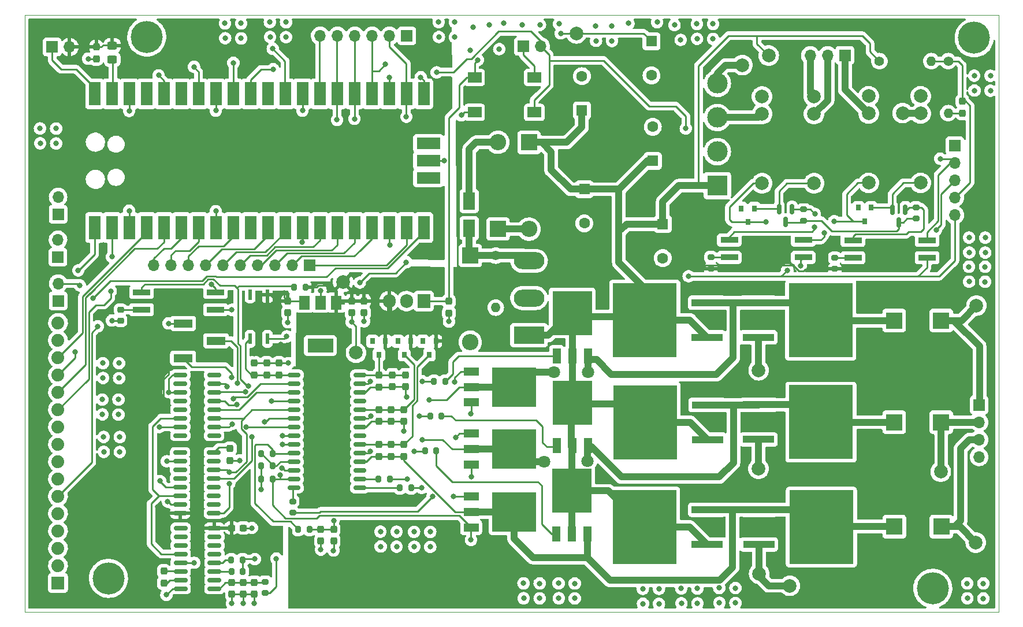
<source format=gbr>
%TF.GenerationSoftware,KiCad,Pcbnew,(6.0.0)*%
%TF.CreationDate,2022-06-11T13:18:49-06:00*%
%TF.ProjectId,Turbopump Controller,54757262-6f70-4756-9d70-20436f6e7472,rev?*%
%TF.SameCoordinates,Original*%
%TF.FileFunction,Copper,L1,Top*%
%TF.FilePolarity,Positive*%
%FSLAX46Y46*%
G04 Gerber Fmt 4.6, Leading zero omitted, Abs format (unit mm)*
G04 Created by KiCad (PCBNEW (6.0.0)) date 2022-06-11 13:18:49*
%MOMM*%
%LPD*%
G01*
G04 APERTURE LIST*
G04 Aperture macros list*
%AMRoundRect*
0 Rectangle with rounded corners*
0 $1 Rounding radius*
0 $2 $3 $4 $5 $6 $7 $8 $9 X,Y pos of 4 corners*
0 Add a 4 corners polygon primitive as box body*
4,1,4,$2,$3,$4,$5,$6,$7,$8,$9,$2,$3,0*
0 Add four circle primitives for the rounded corners*
1,1,$1+$1,$2,$3*
1,1,$1+$1,$4,$5*
1,1,$1+$1,$6,$7*
1,1,$1+$1,$8,$9*
0 Add four rect primitives between the rounded corners*
20,1,$1+$1,$2,$3,$4,$5,0*
20,1,$1+$1,$4,$5,$6,$7,0*
20,1,$1+$1,$6,$7,$8,$9,0*
20,1,$1+$1,$8,$9,$2,$3,0*%
G04 Aperture macros list end*
%TA.AperFunction,Profile*%
%ADD10C,0.100000*%
%TD*%
%TA.AperFunction,SMDPad,CuDef*%
%ADD11R,2.000000X1.500000*%
%TD*%
%TA.AperFunction,ComponentPad*%
%ADD12R,3.000000X3.000000*%
%TD*%
%TA.AperFunction,ComponentPad*%
%ADD13C,3.000000*%
%TD*%
%TA.AperFunction,ComponentPad*%
%ADD14R,1.700000X1.700000*%
%TD*%
%TA.AperFunction,ComponentPad*%
%ADD15O,1.700000X1.700000*%
%TD*%
%TA.AperFunction,SMDPad,CuDef*%
%ADD16R,4.600000X1.100000*%
%TD*%
%TA.AperFunction,SMDPad,CuDef*%
%ADD17R,9.400000X10.800000*%
%TD*%
%TA.AperFunction,ComponentPad*%
%ADD18C,4.700000*%
%TD*%
%TA.AperFunction,SMDPad,CuDef*%
%ADD19R,2.600000X0.900000*%
%TD*%
%TA.AperFunction,SMDPad,CuDef*%
%ADD20C,2.000000*%
%TD*%
%TA.AperFunction,ComponentPad*%
%ADD21C,1.400000*%
%TD*%
%TA.AperFunction,ComponentPad*%
%ADD22O,1.400000X1.400000*%
%TD*%
%TA.AperFunction,SMDPad,CuDef*%
%ADD23RoundRect,0.200000X0.200000X0.275000X-0.200000X0.275000X-0.200000X-0.275000X0.200000X-0.275000X0*%
%TD*%
%TA.AperFunction,SMDPad,CuDef*%
%ADD24RoundRect,0.200000X-0.200000X-0.275000X0.200000X-0.275000X0.200000X0.275000X-0.200000X0.275000X0*%
%TD*%
%TA.AperFunction,SMDPad,CuDef*%
%ADD25R,2.200000X1.200000*%
%TD*%
%TA.AperFunction,SMDPad,CuDef*%
%ADD26R,6.400000X5.800000*%
%TD*%
%TA.AperFunction,SMDPad,CuDef*%
%ADD27RoundRect,0.237500X-0.237500X0.300000X-0.237500X-0.300000X0.237500X-0.300000X0.237500X0.300000X0*%
%TD*%
%TA.AperFunction,SMDPad,CuDef*%
%ADD28RoundRect,0.200000X-0.275000X0.200000X-0.275000X-0.200000X0.275000X-0.200000X0.275000X0.200000X0*%
%TD*%
%TA.AperFunction,SMDPad,CuDef*%
%ADD29R,1.700000X3.500000*%
%TD*%
%TA.AperFunction,SMDPad,CuDef*%
%ADD30R,3.500000X1.700000*%
%TD*%
%TA.AperFunction,SMDPad,CuDef*%
%ADD31RoundRect,0.200000X0.275000X-0.200000X0.275000X0.200000X-0.275000X0.200000X-0.275000X-0.200000X0*%
%TD*%
%TA.AperFunction,SMDPad,CuDef*%
%ADD32R,0.800000X0.900000*%
%TD*%
%TA.AperFunction,ComponentPad*%
%ADD33R,1.905000X2.000000*%
%TD*%
%TA.AperFunction,ComponentPad*%
%ADD34O,1.905000X2.000000*%
%TD*%
%TA.AperFunction,SMDPad,CuDef*%
%ADD35RoundRect,0.150000X0.825000X0.150000X-0.825000X0.150000X-0.825000X-0.150000X0.825000X-0.150000X0*%
%TD*%
%TA.AperFunction,SMDPad,CuDef*%
%ADD36RoundRect,0.237500X0.237500X-0.300000X0.237500X0.300000X-0.237500X0.300000X-0.237500X-0.300000X0*%
%TD*%
%TA.AperFunction,ComponentPad*%
%ADD37R,1.600000X1.600000*%
%TD*%
%TA.AperFunction,ComponentPad*%
%ADD38C,1.600000*%
%TD*%
%TA.AperFunction,ComponentPad*%
%ADD39R,2.400000X2.400000*%
%TD*%
%TA.AperFunction,ComponentPad*%
%ADD40O,2.400000X2.400000*%
%TD*%
%TA.AperFunction,SMDPad,CuDef*%
%ADD41R,1.200000X2.200000*%
%TD*%
%TA.AperFunction,SMDPad,CuDef*%
%ADD42R,5.800000X6.400000*%
%TD*%
%TA.AperFunction,SMDPad,CuDef*%
%ADD43RoundRect,0.150000X-0.150000X0.587500X-0.150000X-0.587500X0.150000X-0.587500X0.150000X0.587500X0*%
%TD*%
%TA.AperFunction,SMDPad,CuDef*%
%ADD44RoundRect,0.250000X0.450000X-0.325000X0.450000X0.325000X-0.450000X0.325000X-0.450000X-0.325000X0*%
%TD*%
%TA.AperFunction,SMDPad,CuDef*%
%ADD45R,1.800000X2.500000*%
%TD*%
%TA.AperFunction,ComponentPad*%
%ADD46R,4.500000X2.500000*%
%TD*%
%TA.AperFunction,ComponentPad*%
%ADD47O,4.500000X2.500000*%
%TD*%
%TA.AperFunction,SMDPad,CuDef*%
%ADD48RoundRect,0.237500X0.300000X0.237500X-0.300000X0.237500X-0.300000X-0.237500X0.300000X-0.237500X0*%
%TD*%
%TA.AperFunction,SMDPad,CuDef*%
%ADD49RoundRect,0.150000X-0.825000X-0.150000X0.825000X-0.150000X0.825000X0.150000X-0.825000X0.150000X0*%
%TD*%
%TA.AperFunction,SMDPad,CuDef*%
%ADD50R,2.450000X2.450000*%
%TD*%
%TA.AperFunction,ComponentPad*%
%ADD51R,1.879600X1.879600*%
%TD*%
%TA.AperFunction,ComponentPad*%
%ADD52C,1.879600*%
%TD*%
%TA.AperFunction,ComponentPad*%
%ADD53C,2.000000*%
%TD*%
%TA.AperFunction,SMDPad,CuDef*%
%ADD54RoundRect,0.218750X0.256250X-0.218750X0.256250X0.218750X-0.256250X0.218750X-0.256250X-0.218750X0*%
%TD*%
%TA.AperFunction,SMDPad,CuDef*%
%ADD55R,1.500000X2.000000*%
%TD*%
%TA.AperFunction,SMDPad,CuDef*%
%ADD56R,3.800000X2.000000*%
%TD*%
%TA.AperFunction,SMDPad,CuDef*%
%ADD57RoundRect,0.150000X-0.750000X-0.150000X0.750000X-0.150000X0.750000X0.150000X-0.750000X0.150000X0*%
%TD*%
%TA.AperFunction,SMDPad,CuDef*%
%ADD58R,2.790000X1.190000*%
%TD*%
%TA.AperFunction,SMDPad,CuDef*%
%ADD59RoundRect,0.137500X-0.137500X0.662500X-0.137500X-0.662500X0.137500X-0.662500X0.137500X0.662500X0*%
%TD*%
%TA.AperFunction,ViaPad*%
%ADD60C,0.800000*%
%TD*%
%TA.AperFunction,ViaPad*%
%ADD61C,2.000000*%
%TD*%
%TA.AperFunction,ViaPad*%
%ADD62C,1.800000*%
%TD*%
%TA.AperFunction,Conductor*%
%ADD63C,0.250000*%
%TD*%
%TA.AperFunction,Conductor*%
%ADD64C,1.000000*%
%TD*%
%TA.AperFunction,Conductor*%
%ADD65C,0.500000*%
%TD*%
%TA.AperFunction,Conductor*%
%ADD66C,0.750000*%
%TD*%
G04 APERTURE END LIST*
D10*
X92870000Y-53320000D02*
X235620000Y-53320000D01*
X235620000Y-53320000D02*
X235620000Y-140720000D01*
X235620000Y-140720000D02*
X92870000Y-140720000D01*
X92870000Y-140720000D02*
X92870000Y-53320000D01*
D11*
%TO.P,D10,1,+*%
%TO.N,Net-(C6-Pad1)*%
X158810000Y-62450000D03*
%TO.P,D10,2,-*%
%TO.N,GND*%
X158810000Y-67550000D03*
%TO.P,D10,3*%
%TO.N,Net-(D10-Pad3)*%
X167550000Y-67550000D03*
%TO.P,D10,4*%
%TO.N,Net-(D10-Pad4)*%
X167550000Y-62450000D03*
%TD*%
D12*
%TO.P,D1,1,+*%
%TO.N,Net-(C1-Pad1)*%
X194387500Y-78307500D03*
D13*
%TO.P,D1,2,-*%
%TO.N,GND*%
X194387500Y-73307500D03*
%TO.P,D1,3*%
%TO.N,Net-(D1-Pad3)*%
X194387500Y-68307500D03*
%TO.P,D1,4*%
%TO.N,Net-(D1-Pad4)*%
X194387500Y-63307500D03*
%TD*%
D14*
%TO.P,SW1,1,A*%
%TO.N,GND*%
X97775000Y-95170000D03*
D15*
%TO.P,SW1,2,B*%
%TO.N,Net-(SW1-Pad2)*%
X97775000Y-92630000D03*
%TD*%
D16*
%TO.P,D19,1*%
%TO.N,Net-(C15-Pad2)*%
X200390000Y-95450000D03*
D17*
%TO.P,D19,2*%
X209540000Y-97990000D03*
D16*
%TO.P,D19,3*%
%TO.N,GND*%
X200390000Y-100530000D03*
%TD*%
D18*
%TO.P,REF\u002A\u002A,1*%
%TO.N,N/C*%
X232030000Y-56630000D03*
%TD*%
D19*
%TO.P,U1,1*%
%TO.N,+5V*%
X225130000Y-88860000D03*
%TO.P,U1,2*%
%TO.N,Net-(D10-Pad3)*%
X225130000Y-86320000D03*
%TO.P,U1,3*%
%TO.N,Net-(Q1-Pad1)*%
X214280000Y-86320000D03*
%TO.P,U1,4*%
%TO.N,Net-(R3-Pad2)*%
X214280000Y-88860000D03*
%TD*%
D20*
%TO.P,TP7,1,1*%
%TO.N,Net-(J5-Pad3)*%
X232270000Y-130590000D03*
%TD*%
D21*
%TO.P,R1,1*%
%TO.N,Net-(C1-Pad1)*%
X218150000Y-60050000D03*
D22*
%TO.P,R1,2*%
%TO.N,Net-(C5-Pad1)*%
X225770000Y-60050000D03*
%TD*%
D23*
%TO.P,R10,1*%
%TO.N,Net-(Q5-Pad1)*%
X153975000Y-112030000D03*
%TO.P,R10,2*%
%TO.N,Net-(R10-Pad2)*%
X152325000Y-112030000D03*
%TD*%
D24*
%TO.P,R8,1*%
%TO.N,Net-(R8-Pad1)*%
X132355000Y-93210000D03*
%TO.P,R8,2*%
%TO.N,+15V*%
X134005000Y-93210000D03*
%TD*%
D14*
%TO.P,J1,1,Pin_1*%
%TO.N,Net-(J1-Pad1)*%
X213085000Y-59205000D03*
D15*
%TO.P,J1,2,Pin_2*%
%TO.N,Net-(J1-Pad2)*%
X210545000Y-59205000D03*
%TO.P,J1,3,Pin_3*%
%TO.N,Net-(J1-Pad3)*%
X208005000Y-59205000D03*
%TD*%
D25*
%TO.P,Q8,1,G*%
%TO.N,Net-(Q8-Pad1)*%
X158315000Y-114635000D03*
D26*
%TO.P,Q8,2,C*%
%TO.N,Net-(C18-Pad2)*%
X164615000Y-116915000D03*
D25*
X158315000Y-116915000D03*
%TO.P,Q8,3,E*%
%TO.N,Net-(Q7-Pad3)*%
X158315000Y-119195000D03*
%TD*%
D27*
%TO.P,C31,1*%
%TO.N,Net-(C30-Pad1)*%
X136280000Y-128637500D03*
%TO.P,C31,2*%
%TO.N,GND*%
X136280000Y-130362500D03*
%TD*%
D20*
%TO.P,TP4,1,1*%
%TO.N,GND*%
X141440000Y-102780000D03*
%TD*%
D27*
%TO.P,C20,1*%
%TO.N,Net-(C18-Pad1)*%
X148450000Y-111117500D03*
%TO.P,C20,2*%
%TO.N,Net-(C18-Pad2)*%
X148450000Y-112842500D03*
%TD*%
D28*
%TO.P,R6,1*%
%TO.N,Net-(Q2-Pad1)*%
X207031250Y-81777500D03*
%TO.P,R6,2*%
%TO.N,Net-(Q1-Pad3)*%
X207031250Y-83427500D03*
%TD*%
D27*
%TO.P,C10,1*%
%TO.N,+15V*%
X142620000Y-95207500D03*
%TO.P,C10,2*%
%TO.N,GND*%
X142620000Y-96932500D03*
%TD*%
%TO.P,C22,1*%
%TO.N,Net-(C22-Pad1)*%
X144780000Y-116231500D03*
%TO.P,C22,2*%
%TO.N,Net-(C22-Pad2)*%
X144780000Y-117956500D03*
%TD*%
D29*
%TO.P,U7,1,GP0*%
%TO.N,Net-(U12-Pad13)*%
X103100000Y-84430000D03*
%TO.P,U7,2,GP1*%
%TO.N,Net-(U12-Pad11)*%
X105640000Y-84430000D03*
%TO.P,U7,3,GND*%
%TO.N,GND*%
X108180000Y-84430000D03*
%TO.P,U7,4,GP2*%
%TO.N,Net-(U12-Pad14)*%
X110720000Y-84430000D03*
%TO.P,U7,5,GP3*%
%TO.N,Net-(U12-Pad12)*%
X113260000Y-84430000D03*
%TO.P,U7,6,GP4*%
%TO.N,Net-(J7-Pad10)*%
X115800000Y-84430000D03*
%TO.P,U7,7,GP5*%
%TO.N,Net-(J7-Pad9)*%
X118340000Y-84430000D03*
%TO.P,U7,8,GND*%
%TO.N,GND*%
X120880000Y-84430000D03*
%TO.P,U7,9,GP6*%
%TO.N,Net-(J7-Pad8)*%
X123420000Y-84430000D03*
%TO.P,U7,10,GP7*%
%TO.N,unconnected-(U7-Pad10)*%
X125960000Y-84430000D03*
%TO.P,U7,11,GP8*%
%TO.N,Net-(J7-Pad7)*%
X128500000Y-84430000D03*
%TO.P,U7,12,GP9*%
%TO.N,Net-(J7-Pad6)*%
X131040000Y-84430000D03*
%TO.P,U7,13,GND*%
%TO.N,GND*%
X133580000Y-84430000D03*
%TO.P,U7,14,GP10*%
%TO.N,Net-(J7-Pad5)*%
X136120000Y-84430000D03*
%TO.P,U7,15,GP11*%
%TO.N,Net-(J7-Pad4)*%
X138660000Y-84430000D03*
%TO.P,U7,16,GP12*%
%TO.N,Net-(J7-Pad3)*%
X141200000Y-84430000D03*
%TO.P,U7,17,GP13*%
%TO.N,Net-(J7-Pad2)*%
X143740000Y-84430000D03*
%TO.P,U7,18,GND*%
%TO.N,GND*%
X146280000Y-84430000D03*
%TO.P,U7,19,GP14*%
%TO.N,Net-(J7-Pad1)*%
X148820000Y-84430000D03*
%TO.P,U7,20,GP15*%
%TO.N,Net-(SW1-Pad2)*%
X151360000Y-84430000D03*
%TO.P,U7,21,GP16*%
%TO.N,GND*%
X151360000Y-64850000D03*
%TO.P,U7,22,GP17*%
%TO.N,Net-(C30-Pad1)*%
X148820000Y-64850000D03*
%TO.P,U7,23,GND*%
%TO.N,GND*%
X146280000Y-64850000D03*
%TO.P,U7,24,GP18*%
%TO.N,Net-(J6-Pad3)*%
X143740000Y-64850000D03*
%TO.P,U7,25,GP19*%
%TO.N,Net-(J6-Pad4)*%
X141200000Y-64850000D03*
%TO.P,U7,26,GP20*%
%TO.N,Net-(J6-Pad5)*%
X138660000Y-64850000D03*
%TO.P,U7,27,GP21*%
%TO.N,Net-(J6-Pad6)*%
X136120000Y-64850000D03*
%TO.P,U7,28,GND*%
%TO.N,GND*%
X133580000Y-64850000D03*
%TO.P,U7,29,GP22*%
%TO.N,Net-(SW2-Pad2)*%
X131040000Y-64850000D03*
%TO.P,U7,30,RUN*%
%TO.N,unconnected-(U7-Pad30)*%
X128500000Y-64850000D03*
%TO.P,U7,31,GP26*%
%TO.N,Net-(D10-Pad3)*%
X125960000Y-64850000D03*
%TO.P,U7,32,GP27*%
%TO.N,Net-(J3-Pad3)*%
X123420000Y-64850000D03*
%TO.P,U7,33,GND*%
%TO.N,GND*%
X120880000Y-64850000D03*
%TO.P,U7,34,GP28*%
%TO.N,Net-(SW3-Pad2)*%
X118340000Y-64850000D03*
%TO.P,U7,35,ADC_VREF*%
%TO.N,unconnected-(U7-Pad35)*%
X115800000Y-64850000D03*
%TO.P,U7,36,3V3(Out)*%
%TO.N,Net-(U12-Pad6)*%
X113260000Y-64850000D03*
%TO.P,U7,37,3V3_EN*%
%TO.N,unconnected-(U7-Pad37)*%
X110720000Y-64850000D03*
%TO.P,U7,38,GND*%
%TO.N,GND*%
X108180000Y-64850000D03*
%TO.P,U7,39,VSYS*%
%TO.N,Net-(D15-Pad1)*%
X105640000Y-64850000D03*
%TO.P,U7,40,VBUS*%
%TO.N,Net-(J4-Pad1)*%
X103100000Y-64850000D03*
D30*
%TO.P,U7,41,SWCLCK*%
%TO.N,unconnected-(U7-Pad41)*%
X152030000Y-77180000D03*
%TO.P,U7,42,GND*%
%TO.N,GND*%
X152030000Y-74640000D03*
%TO.P,U7,43,SWDIO*%
%TO.N,unconnected-(U7-Pad43)*%
X152030000Y-72100000D03*
%TD*%
D31*
%TO.P,R3,1*%
%TO.N,+15V*%
X211610000Y-90505000D03*
%TO.P,R3,2*%
%TO.N,Net-(R3-Pad2)*%
X211610000Y-88855000D03*
%TD*%
D27*
%TO.P,C19,1*%
%TO.N,Net-(C18-Pad1)*%
X146600000Y-111127500D03*
%TO.P,C19,2*%
%TO.N,Net-(C18-Pad2)*%
X146600000Y-112852500D03*
%TD*%
D32*
%TO.P,D12,*%
%TO.N,*%
X143840000Y-101080000D03*
%TO.P,D12,1,K*%
%TO.N,Net-(C15-Pad1)*%
X144790000Y-103080000D03*
%TO.P,D12,2,A*%
%TO.N,+15V*%
X145740000Y-101080000D03*
%TD*%
D31*
%TO.P,R2,1*%
%TO.N,+15V*%
X193450000Y-90425000D03*
%TO.P,R2,2*%
%TO.N,Net-(R2-Pad2)*%
X193450000Y-88775000D03*
%TD*%
D18*
%TO.P,REF\u002A\u002A,1*%
%TO.N,N/C*%
X110750000Y-56510000D03*
%TD*%
D14*
%TO.P,J4,1,Pin_1*%
%TO.N,Net-(J4-Pad1)*%
X96890000Y-57979000D03*
D15*
%TO.P,J4,2,Pin_2*%
%TO.N,+5V*%
X99430000Y-57979000D03*
%TD*%
D33*
%TO.P,U6,1,VI*%
%TO.N,Net-(C6-Pad1)*%
X151370000Y-95205000D03*
D34*
%TO.P,U6,2,GND*%
%TO.N,GND*%
X148830000Y-95205000D03*
%TO.P,U6,3,VO*%
%TO.N,+15V*%
X146290000Y-95205000D03*
%TD*%
D27*
%TO.P,C21,1*%
%TO.N,Net-(C21-Pad1)*%
X113260000Y-134767500D03*
%TO.P,C21,2*%
%TO.N,Net-(C21-Pad2)*%
X113260000Y-136492500D03*
%TD*%
D20*
%TO.P,TP1,1,1*%
%TO.N,+15V*%
X139510000Y-92390000D03*
%TD*%
D28*
%TO.P,R5,1*%
%TO.N,Net-(Q1-Pad1)*%
X223500000Y-81465000D03*
%TO.P,R5,2*%
%TO.N,Net-(Q1-Pad3)*%
X223500000Y-83115000D03*
%TD*%
D35*
%TO.P,U8,1*%
%TO.N,N/C*%
X120625000Y-114915000D03*
%TO.P,U8,2*%
%TO.N,Net-(U11-Pad2)*%
X120625000Y-113645000D03*
%TO.P,U8,3*%
%TO.N,Net-(U11-Pad5)*%
X120625000Y-112375000D03*
%TO.P,U8,4*%
%TO.N,Net-(U11-Pad3)*%
X120625000Y-111105000D03*
%TO.P,U8,5*%
%TO.N,Net-(U11-Pad6)*%
X120625000Y-109835000D03*
%TO.P,U8,6*%
%TO.N,Net-(U11-Pad4)*%
X120625000Y-108565000D03*
%TO.P,U8,7*%
%TO.N,Net-(U11-Pad7)*%
X120625000Y-107295000D03*
%TO.P,U8,8*%
%TO.N,N/C*%
X120625000Y-106025000D03*
%TO.P,U8,9*%
%TO.N,GND*%
X115675000Y-106025000D03*
%TO.P,U8,10*%
%TO.N,unconnected-(U8-Pad10)*%
X115675000Y-107295000D03*
%TO.P,U8,11*%
%TO.N,GND*%
X115675000Y-108565000D03*
%TO.P,U8,12*%
%TO.N,unconnected-(U8-Pad12)*%
X115675000Y-109835000D03*
%TO.P,U8,13*%
%TO.N,N/C*%
X115675000Y-111105000D03*
%TO.P,U8,14*%
%TO.N,Net-(U10-Pad4)*%
X115675000Y-112375000D03*
%TO.P,U8,15*%
%TO.N,Net-(J6-Pad4)*%
X115675000Y-113645000D03*
%TO.P,U8,16*%
%TO.N,N/C*%
X115675000Y-114915000D03*
%TD*%
D36*
%TO.P,C11,1*%
%TO.N,Net-(C11-Pad1)*%
X126530000Y-106012500D03*
%TO.P,C11,2*%
%TO.N,GND*%
X126530000Y-104287500D03*
%TD*%
D37*
%TO.P,C1,1*%
%TO.N,Net-(C1-Pad1)*%
X184930000Y-74662651D03*
D38*
%TO.P,C1,2*%
%TO.N,GND*%
X184930000Y-69662651D03*
%TD*%
D23*
%TO.P,R20,1*%
%TO.N,Net-(Q8-Pad1)*%
X149495000Y-122570000D03*
%TO.P,R20,2*%
%TO.N,Net-(R20-Pad2)*%
X147845000Y-122570000D03*
%TD*%
D39*
%TO.P,D2,1,K*%
%TO.N,Net-(C1-Pad1)*%
X166800000Y-71960000D03*
D40*
%TO.P,D2,2,A*%
%TO.N,Net-(D2-Pad2)*%
X166800000Y-84660000D03*
%TD*%
D27*
%TO.P,C16,1*%
%TO.N,Net-(C15-Pad1)*%
X146760000Y-106037500D03*
%TO.P,C16,2*%
%TO.N,Net-(C15-Pad2)*%
X146760000Y-107762500D03*
%TD*%
D41*
%TO.P,Q6,1,G*%
%TO.N,Net-(Q6-Pad1)*%
X170765000Y-129315000D03*
D42*
%TO.P,Q6,2,C*%
%TO.N,Net-(C1-Pad1)*%
X173045000Y-123015000D03*
D41*
X173045000Y-129315000D03*
%TO.P,Q6,3,E*%
%TO.N,Net-(C22-Pad2)*%
X175325000Y-129315000D03*
%TD*%
D31*
%TO.P,R21,1*%
%TO.N,Net-(Q9-Pad1)*%
X132150000Y-126205000D03*
%TO.P,R21,2*%
%TO.N,Net-(R21-Pad2)*%
X132150000Y-124555000D03*
%TD*%
D16*
%TO.P,D18,1*%
%TO.N,Net-(C1-Pad1)*%
X192881000Y-130854000D03*
D17*
%TO.P,D18,2*%
X183731000Y-128314000D03*
D16*
%TO.P,D18,3*%
%TO.N,Net-(C22-Pad2)*%
X192881000Y-125774000D03*
%TD*%
D43*
%TO.P,Q1,1,B*%
%TO.N,Net-(Q1-Pad1)*%
X221930000Y-81788000D03*
%TO.P,Q1,2,C*%
%TO.N,Net-(D3-Pad2)*%
X220030000Y-81788000D03*
%TO.P,Q1,3,E*%
%TO.N,Net-(Q1-Pad3)*%
X220980000Y-83663000D03*
%TD*%
D23*
%TO.P,R17,1*%
%TO.N,Net-(Q7-Pad1)*%
X146365000Y-121290000D03*
%TO.P,R17,2*%
%TO.N,Net-(R17-Pad2)*%
X144715000Y-121290000D03*
%TD*%
D36*
%TO.P,C12,1*%
%TO.N,Net-(C11-Pad1)*%
X128330000Y-106012500D03*
%TO.P,C12,2*%
%TO.N,GND*%
X128330000Y-104287500D03*
%TD*%
D44*
%TO.P,D15,1,K*%
%TO.N,Net-(D15-Pad1)*%
X105706000Y-59810000D03*
%TO.P,D15,2,A*%
%TO.N,+5V*%
X105706000Y-57760000D03*
%TD*%
D14*
%TO.P,J6,1,Pin_1*%
%TO.N,GND*%
X148880000Y-56340000D03*
D15*
%TO.P,J6,2,Pin_2*%
%TO.N,Net-(C30-Pad1)*%
X146340000Y-56340000D03*
%TO.P,J6,3,Pin_3*%
%TO.N,Net-(J6-Pad3)*%
X143800000Y-56340000D03*
%TO.P,J6,4,Pin_4*%
%TO.N,Net-(J6-Pad4)*%
X141260000Y-56340000D03*
%TO.P,J6,5,Pin_5*%
%TO.N,Net-(J6-Pad5)*%
X138720000Y-56340000D03*
%TO.P,J6,6,Pin_6*%
%TO.N,Net-(J6-Pad6)*%
X136180000Y-56340000D03*
%TD*%
D14*
%TO.P,SW3,1,A*%
%TO.N,GND*%
X97750000Y-88770000D03*
D15*
%TO.P,SW3,2,B*%
%TO.N,Net-(SW3-Pad2)*%
X97750000Y-86230000D03*
%TD*%
D20*
%TO.P,TP5,1,1*%
%TO.N,Net-(J5-Pad1)*%
X232370000Y-95870000D03*
%TD*%
D27*
%TO.P,C14,1*%
%TO.N,+5V*%
X103361000Y-57969250D03*
%TO.P,C14,2*%
%TO.N,GND*%
X103361000Y-59694250D03*
%TD*%
D20*
%TO.P,TP2,1,1*%
%TO.N,Net-(C6-Pad1)*%
X173730000Y-55980000D03*
%TD*%
D23*
%TO.P,R13,1*%
%TO.N,Net-(Q6-Pad1)*%
X153205000Y-117170000D03*
%TO.P,R13,2*%
%TO.N,Net-(R13-Pad2)*%
X151555000Y-117170000D03*
%TD*%
D41*
%TO.P,Q5,1,G*%
%TO.N,Net-(Q5-Pad1)*%
X170855000Y-116375000D03*
D42*
%TO.P,Q5,2,C*%
%TO.N,Net-(C1-Pad1)*%
X173135000Y-110075000D03*
D41*
X173135000Y-116375000D03*
%TO.P,Q5,3,E*%
%TO.N,Net-(C18-Pad2)*%
X175415000Y-116375000D03*
%TD*%
D45*
%TO.P,D6,1,K*%
%TO.N,Net-(D5-Pad2)*%
X158030000Y-80540000D03*
%TO.P,D6,2,A*%
%TO.N,Net-(D6-Pad2)*%
X158030000Y-84540000D03*
%TD*%
D27*
%TO.P,C29,1*%
%TO.N,Net-(C27-Pad1)*%
X126520000Y-136427500D03*
%TO.P,C29,2*%
%TO.N,GND*%
X126520000Y-138152500D03*
%TD*%
D14*
%TO.P,J7,1,Pin_1*%
%TO.N,Net-(J7-Pad1)*%
X134650000Y-89925000D03*
D15*
%TO.P,J7,2,Pin_2*%
%TO.N,Net-(J7-Pad2)*%
X132110000Y-89925000D03*
%TO.P,J7,3,Pin_3*%
%TO.N,Net-(J7-Pad3)*%
X129570000Y-89925000D03*
%TO.P,J7,4,Pin_4*%
%TO.N,Net-(J7-Pad4)*%
X127030000Y-89925000D03*
%TO.P,J7,5,Pin_5*%
%TO.N,Net-(J7-Pad5)*%
X124490000Y-89925000D03*
%TO.P,J7,6,Pin_6*%
%TO.N,Net-(J7-Pad6)*%
X121950000Y-89925000D03*
%TO.P,J7,7,Pin_7*%
%TO.N,Net-(J7-Pad7)*%
X119410000Y-89925000D03*
%TO.P,J7,8,Pin_8*%
%TO.N,Net-(J7-Pad8)*%
X116870000Y-89925000D03*
%TO.P,J7,9,Pin_9*%
%TO.N,Net-(J7-Pad9)*%
X114330000Y-89925000D03*
%TO.P,J7,10,Pin_10*%
%TO.N,Net-(J7-Pad10)*%
X111790000Y-89925000D03*
%TD*%
D46*
%TO.P,Q3,1,D*%
%TO.N,Net-(C1-Pad1)*%
X166795000Y-100210000D03*
D47*
%TO.P,Q3,2,S*%
%TO.N,GND*%
X166795000Y-94760000D03*
%TO.P,Q3,3,G*%
%TO.N,Net-(D6-Pad2)*%
X166795000Y-89310000D03*
%TD*%
D14*
%TO.P,J3,1,Pin_1*%
%TO.N,GND*%
X229205000Y-72430000D03*
D15*
%TO.P,J3,2,Pin_2*%
%TO.N,Net-(D10-Pad3)*%
X229205000Y-74970000D03*
%TO.P,J3,3,Pin_3*%
%TO.N,Net-(J3-Pad3)*%
X229205000Y-77510000D03*
%TO.P,J3,4,Pin_4*%
%TO.N,Net-(C5-Pad1)*%
X229205000Y-80050000D03*
%TO.P,J3,5,Pin_5*%
%TO.N,+5V*%
X229205000Y-82590000D03*
%TD*%
D27*
%TO.P,C9,1*%
%TO.N,+15V*%
X140780000Y-95207500D03*
%TO.P,C9,2*%
%TO.N,GND*%
X140780000Y-96932500D03*
%TD*%
D24*
%TO.P,R12,1*%
%TO.N,Net-(R12-Pad1)*%
X123155000Y-133110000D03*
%TO.P,R12,2*%
%TO.N,Net-(R11-Pad2)*%
X124805000Y-133110000D03*
%TD*%
D36*
%TO.P,C13,1*%
%TO.N,Net-(C11-Pad1)*%
X130130000Y-106032500D03*
%TO.P,C13,2*%
%TO.N,GND*%
X130130000Y-104307500D03*
%TD*%
D48*
%TO.P,C25,1*%
%TO.N,GND*%
X124925000Y-128440000D03*
%TO.P,C25,2*%
%TO.N,+5V*%
X123200000Y-128440000D03*
%TD*%
D24*
%TO.P,R11,1*%
%TO.N,Net-(R11-Pad1)*%
X123185000Y-134790000D03*
%TO.P,R11,2*%
%TO.N,Net-(R11-Pad2)*%
X124835000Y-134790000D03*
%TD*%
D27*
%TO.P,C23,1*%
%TO.N,Net-(C22-Pad1)*%
X146590000Y-116227500D03*
%TO.P,C23,2*%
%TO.N,Net-(C22-Pad2)*%
X146590000Y-117952500D03*
%TD*%
D16*
%TO.P,D21,1*%
%TO.N,Net-(C22-Pad2)*%
X200495000Y-125775000D03*
D17*
%TO.P,D21,2*%
X209645000Y-128315000D03*
D16*
%TO.P,D21,3*%
%TO.N,GND*%
X200495000Y-130855000D03*
%TD*%
D49*
%TO.P,U10,1,PCP*%
%TO.N,unconnected-(U10-Pad1)*%
X115725000Y-128455000D03*
%TO.P,U10,2,PC1*%
%TO.N,unconnected-(U10-Pad2)*%
X115725000Y-129725000D03*
%TO.P,U10,3,RefIn*%
%TO.N,unconnected-(U10-Pad3)*%
X115725000Y-130995000D03*
%TO.P,U10,4,FOUT*%
%TO.N,Net-(U10-Pad4)*%
X115725000Y-132265000D03*
%TO.P,U10,5,Inh*%
%TO.N,Net-(R11-Pad2)*%
X115725000Y-133535000D03*
%TO.P,U10,6,C1*%
%TO.N,Net-(C21-Pad1)*%
X115725000Y-134805000D03*
%TO.P,U10,7,C2*%
%TO.N,Net-(C21-Pad2)*%
X115725000Y-136075000D03*
%TO.P,U10,8,VSS*%
%TO.N,GND*%
X115725000Y-137345000D03*
%TO.P,U10,9,VCOin*%
%TO.N,Net-(C27-Pad1)*%
X120675000Y-137345000D03*
%TO.P,U10,10,SFout*%
%TO.N,unconnected-(U10-Pad10)*%
X120675000Y-136075000D03*
%TO.P,U10,11,R1*%
%TO.N,Net-(R11-Pad1)*%
X120675000Y-134805000D03*
%TO.P,U10,12,R2*%
%TO.N,Net-(R12-Pad1)*%
X120675000Y-133535000D03*
%TO.P,U10,13,PC2*%
%TO.N,unconnected-(U10-Pad13)*%
X120675000Y-132265000D03*
%TO.P,U10,14,SigIn*%
%TO.N,unconnected-(U10-Pad14)*%
X120675000Y-130995000D03*
%TO.P,U10,15,ZOUT*%
%TO.N,unconnected-(U10-Pad15)*%
X120675000Y-129725000D03*
%TO.P,U10,16,VDD*%
%TO.N,+5V*%
X120675000Y-128455000D03*
%TD*%
D32*
%TO.P,D3,*%
%TO.N,*%
X215060000Y-81530000D03*
%TO.P,D3,1,K*%
%TO.N,Net-(D3-Pad1)*%
X216010000Y-83530000D03*
%TO.P,D3,2,A*%
%TO.N,Net-(D3-Pad2)*%
X216960000Y-81530000D03*
%TD*%
D21*
%TO.P,R4,1*%
%TO.N,Net-(C5-Pad1)*%
X228230000Y-60050000D03*
D22*
%TO.P,R4,2*%
%TO.N,Net-(C5-Pad2)*%
X228230000Y-67670000D03*
%TD*%
D27*
%TO.P,C18,1*%
%TO.N,Net-(C18-Pad1)*%
X144760000Y-111127500D03*
%TO.P,C18,2*%
%TO.N,Net-(C18-Pad2)*%
X144760000Y-112852500D03*
%TD*%
D14*
%TO.P,SW2,1,A*%
%TO.N,GND*%
X97765000Y-82480000D03*
D15*
%TO.P,SW2,2,B*%
%TO.N,Net-(SW2-Pad2)*%
X97765000Y-79940000D03*
%TD*%
D27*
%TO.P,C15,1*%
%TO.N,Net-(C15-Pad1)*%
X144780000Y-106057500D03*
%TO.P,C15,2*%
%TO.N,Net-(C15-Pad2)*%
X144780000Y-107782500D03*
%TD*%
D32*
%TO.P,D13,*%
%TO.N,*%
X147550000Y-101090000D03*
%TO.P,D13,1,K*%
%TO.N,Net-(C18-Pad1)*%
X148500000Y-103090000D03*
%TO.P,D13,2,A*%
%TO.N,+15V*%
X149450000Y-101090000D03*
%TD*%
D14*
%TO.P,J2,1,Pin_1*%
%TO.N,Net-(D10-Pad4)*%
X165950000Y-57885000D03*
D15*
%TO.P,J2,2,Pin_2*%
%TO.N,Net-(D10-Pad3)*%
X168490000Y-57885000D03*
%TD*%
D27*
%TO.P,C7,1*%
%TO.N,Net-(C6-Pad1)*%
X155040000Y-95227500D03*
%TO.P,C7,2*%
%TO.N,GND*%
X155040000Y-96952500D03*
%TD*%
D41*
%TO.P,Q4,1,G*%
%TO.N,Net-(Q4-Pad1)*%
X170845000Y-103245000D03*
D42*
%TO.P,Q4,2,C*%
%TO.N,Net-(C1-Pad1)*%
X173125000Y-96945000D03*
D41*
X173125000Y-103245000D03*
%TO.P,Q4,3,E*%
%TO.N,Net-(C15-Pad2)*%
X175405000Y-103245000D03*
%TD*%
D50*
%TO.P,L3,1,1*%
%TO.N,Net-(C15-Pad2)*%
X220310000Y-98050000D03*
%TO.P,L3,2,2*%
%TO.N,Net-(J5-Pad1)*%
X227210000Y-98050000D03*
%TD*%
D37*
%TO.P,C4,1*%
%TO.N,Net-(C1-Pad1)*%
X174540000Y-67262651D03*
D38*
%TO.P,C4,2*%
%TO.N,GND*%
X174540000Y-62262651D03*
%TD*%
D32*
%TO.P,D4,*%
%TO.N,*%
X197910000Y-81630000D03*
%TO.P,D4,1,K*%
%TO.N,Net-(D3-Pad1)*%
X198860000Y-83630000D03*
%TO.P,D4,2,A*%
%TO.N,Net-(D4-Pad2)*%
X199810000Y-81630000D03*
%TD*%
D51*
%TO.P,U12,1,RST*%
%TO.N,unconnected-(U12-Pad1)*%
X97750000Y-136500000D03*
D52*
%TO.P,U12,2,RX*%
%TO.N,unconnected-(U12-Pad2)*%
X97750000Y-133960000D03*
%TO.P,U12,3,GND*%
%TO.N,unconnected-(U12-Pad3)*%
X97750000Y-131420000D03*
%TO.P,U12,4,3.3V*%
%TO.N,unconnected-(U12-Pad4)*%
X97750000Y-128880000D03*
%TO.P,U12,5,GND*%
%TO.N,GND*%
X97750000Y-126340000D03*
%TO.P,U12,6,RAW*%
%TO.N,Net-(U12-Pad6)*%
X97750000Y-123800000D03*
%TO.P,U12,7,DA*%
%TO.N,unconnected-(U12-Pad7)*%
X97750000Y-121260000D03*
%TO.P,U12,8,CL*%
%TO.N,unconnected-(U12-Pad8)*%
X97750000Y-118720000D03*
%TO.P,U12,9,TX0*%
%TO.N,unconnected-(U12-Pad9)*%
X97750000Y-116180000D03*
%TO.P,U12,10,RXI*%
%TO.N,unconnected-(U12-Pad10)*%
X97750000Y-113640000D03*
%TO.P,U12,11,\u005CCS*%
%TO.N,Net-(U12-Pad11)*%
X97750000Y-111100000D03*
%TO.P,U12,12,SDI*%
%TO.N,Net-(U12-Pad12)*%
X97750000Y-108560000D03*
%TO.P,U12,13,SDO*%
%TO.N,Net-(U12-Pad13)*%
X97750000Y-106020000D03*
%TO.P,U12,14,SCK*%
%TO.N,Net-(U12-Pad14)*%
X97750000Y-103482540D03*
%TO.P,U12,15,R*%
%TO.N,unconnected-(U12-Pad15)*%
X97750000Y-100942540D03*
%TO.P,U12,16,TX*%
%TO.N,unconnected-(U12-Pad16)*%
X97750000Y-98402540D03*
%TD*%
D24*
%TO.P,R18,1*%
%TO.N,Net-(R14-Pad2)*%
X132960000Y-128650000D03*
%TO.P,R18,2*%
%TO.N,Net-(C30-Pad1)*%
X134610000Y-128650000D03*
%TD*%
D18*
%TO.P,REF\u002A\u002A,1*%
%TO.N,N/C*%
X105150000Y-135830000D03*
%TD*%
D53*
%TO.P,K1,11*%
%TO.N,Net-(J1-Pad1)*%
X216580000Y-67730000D03*
%TO.P,K1,12*%
%TO.N,Net-(D1-Pad4)*%
X224200000Y-67730000D03*
%TO.P,K1,13*%
%TO.N,N/C*%
X216580000Y-65190000D03*
%TO.P,K1,14*%
%TO.N,unconnected-(K1-Pad14)*%
X224200000Y-65190000D03*
%TO.P,K1,A1*%
%TO.N,Net-(D3-Pad1)*%
X216580000Y-77890000D03*
%TO.P,K1,A2*%
%TO.N,Net-(D3-Pad2)*%
X224200000Y-77890000D03*
%TD*%
D20*
%TO.P,TP3,1,1*%
%TO.N,Net-(C1-Pad1)*%
X201920000Y-59230000D03*
%TD*%
D21*
%TO.P,R7,1*%
%TO.N,Net-(D6-Pad2)*%
X161910000Y-88540000D03*
D22*
%TO.P,R7,2*%
%TO.N,GND*%
X161910000Y-96160000D03*
%TD*%
D54*
%TO.P,D11,1,K*%
%TO.N,GND*%
X106920000Y-98057500D03*
%TO.P,D11,2,A*%
%TO.N,Net-(D11-Pad2)*%
X106920000Y-96482500D03*
%TD*%
D37*
%TO.P,C2,1*%
%TO.N,Net-(C1-Pad1)*%
X186390000Y-83917349D03*
D38*
%TO.P,C2,2*%
%TO.N,GND*%
X186390000Y-88917349D03*
%TD*%
D39*
%TO.P,D7,1,K*%
%TO.N,Net-(D6-Pad2)*%
X158170000Y-88520000D03*
D40*
%TO.P,D7,2,A*%
%TO.N,GND*%
X158170000Y-101220000D03*
%TD*%
D37*
%TO.P,C6,1*%
%TO.N,Net-(C6-Pad1)*%
X184740000Y-57137349D03*
D38*
%TO.P,C6,2*%
%TO.N,GND*%
X184740000Y-62137349D03*
%TD*%
D27*
%TO.P,C17,1*%
%TO.N,Net-(C15-Pad1)*%
X148710000Y-106037500D03*
%TO.P,C17,2*%
%TO.N,Net-(C15-Pad2)*%
X148710000Y-107762500D03*
%TD*%
D55*
%TO.P,U5,1,VI*%
%TO.N,+15V*%
X138500000Y-95430000D03*
%TO.P,U5,2,GND*%
%TO.N,GND*%
X136200000Y-95430000D03*
%TO.P,U5,3,VO*%
%TO.N,+5V*%
X133900000Y-95430000D03*
D56*
%TO.P,U5,4*%
%TO.N,N/C*%
X136200000Y-101730000D03*
%TD*%
D19*
%TO.P,U4,1*%
%TO.N,Net-(R8-Pad1)*%
X109990000Y-93940000D03*
%TO.P,U4,2*%
%TO.N,Net-(D11-Pad2)*%
X109990000Y-96480000D03*
%TO.P,U4,3*%
%TO.N,GND*%
X120840000Y-96480000D03*
%TO.P,U4,4*%
%TO.N,Net-(J6-Pad5)*%
X120840000Y-93940000D03*
%TD*%
D18*
%TO.P,REF\u002A\u002A,1*%
%TO.N,N/C*%
X225970000Y-137290000D03*
%TD*%
D20*
%TO.P,TP8,1,1*%
%TO.N,GND*%
X205020000Y-136910000D03*
%TD*%
D23*
%TO.P,R15,1*%
%TO.N,Net-(R14-Pad1)*%
X129175000Y-119375000D03*
%TO.P,R15,2*%
%TO.N,GND*%
X127525000Y-119375000D03*
%TD*%
D50*
%TO.P,L4,1,1*%
%TO.N,Net-(C18-Pad2)*%
X220310000Y-112950000D03*
%TO.P,L4,2,2*%
%TO.N,Net-(J5-Pad2)*%
X227210000Y-112950000D03*
%TD*%
D37*
%TO.P,C3,1*%
%TO.N,Net-(C1-Pad1)*%
X174890000Y-78817349D03*
D38*
%TO.P,C3,2*%
%TO.N,GND*%
X174890000Y-83817349D03*
%TD*%
D16*
%TO.P,D16,1*%
%TO.N,Net-(C1-Pad1)*%
X192895000Y-100535000D03*
D17*
%TO.P,D16,2*%
X183745000Y-97995000D03*
D16*
%TO.P,D16,3*%
%TO.N,Net-(C15-Pad2)*%
X192895000Y-95455000D03*
%TD*%
D57*
%TO.P,U11,1,VCC*%
%TO.N,Net-(C11-Pad1)*%
X132360000Y-106045000D03*
%TO.P,U11,2,/H1*%
%TO.N,Net-(U11-Pad2)*%
X132360000Y-107315000D03*
%TO.P,U11,3,/H2*%
%TO.N,Net-(U11-Pad3)*%
X132360000Y-108585000D03*
%TO.P,U11,4,/H3*%
%TO.N,Net-(U11-Pad4)*%
X132360000Y-109855000D03*
%TO.P,U11,5,/L1*%
%TO.N,Net-(U11-Pad5)*%
X132360000Y-111125000D03*
%TO.P,U11,6,/L2*%
%TO.N,Net-(U11-Pad6)*%
X132360000Y-112395000D03*
%TO.P,U11,7,/L3*%
%TO.N,Net-(U11-Pad7)*%
X132360000Y-113665000D03*
%TO.P,U11,8,/FAULT*%
%TO.N,Net-(R8-Pad1)*%
X132360000Y-114935000D03*
%TO.P,U11,9,ITRIP*%
%TO.N,Net-(RV1-Pad2)*%
X132360000Y-116205000D03*
%TO.P,U11,10,CAO*%
%TO.N,Net-(R14-Pad2)*%
X132360000Y-117475000D03*
%TO.P,U11,11,-CA*%
%TO.N,Net-(R14-Pad1)*%
X132360000Y-118745000D03*
%TO.P,U11,12,VSS*%
%TO.N,GND*%
X132360000Y-120015000D03*
%TO.P,U11,13,VSO*%
%TO.N,Net-(Q7-Pad3)*%
X132360000Y-121285000D03*
%TO.P,U11,14,LO3*%
%TO.N,Net-(R21-Pad2)*%
X132360000Y-122555000D03*
%TO.P,U11,15,LO2*%
%TO.N,Net-(R20-Pad2)*%
X141960000Y-122555000D03*
%TO.P,U11,16,LO1*%
%TO.N,Net-(R17-Pad2)*%
X141960000Y-121285000D03*
%TO.P,U11,17*%
%TO.N,unconnected-(U11-Pad17)*%
X141960000Y-120015000D03*
%TO.P,U11,18,Vs3*%
%TO.N,Net-(C22-Pad2)*%
X141960000Y-118745000D03*
%TO.P,U11,19,HO3*%
%TO.N,Net-(R13-Pad2)*%
X141960000Y-117475000D03*
%TO.P,U11,20,VB3*%
%TO.N,Net-(C22-Pad1)*%
X141960000Y-116205000D03*
%TO.P,U11,21*%
%TO.N,unconnected-(U11-Pad21)*%
X141960000Y-114935000D03*
%TO.P,U11,22,Vs2*%
%TO.N,Net-(C18-Pad2)*%
X141960000Y-113665000D03*
%TO.P,U11,23,HO2*%
%TO.N,Net-(R10-Pad2)*%
X141960000Y-112395000D03*
%TO.P,U11,24,VB2*%
%TO.N,Net-(C18-Pad1)*%
X141960000Y-111125000D03*
%TO.P,U11,25*%
%TO.N,unconnected-(U11-Pad25)*%
X141960000Y-109855000D03*
%TO.P,U11,26,Vs1*%
%TO.N,Net-(C15-Pad2)*%
X141960000Y-108585000D03*
%TO.P,U11,27,HO1*%
%TO.N,Net-(R9-Pad2)*%
X141960000Y-107315000D03*
%TO.P,U11,28,VB1*%
%TO.N,Net-(C15-Pad1)*%
X141960000Y-106045000D03*
%TD*%
D27*
%TO.P,C28,1*%
%TO.N,Net-(C27-Pad1)*%
X124870000Y-136427500D03*
%TO.P,C28,2*%
%TO.N,GND*%
X124870000Y-138152500D03*
%TD*%
D23*
%TO.P,R19,1*%
%TO.N,Net-(Q7-Pad3)*%
X129175000Y-121300000D03*
%TO.P,R19,2*%
%TO.N,GND*%
X127525000Y-121300000D03*
%TD*%
D39*
%TO.P,D5,1,K*%
%TO.N,Net-(D2-Pad2)*%
X162240000Y-84640000D03*
D40*
%TO.P,D5,2,A*%
%TO.N,Net-(D5-Pad2)*%
X162240000Y-71940000D03*
%TD*%
D24*
%TO.P,R14,1*%
%TO.N,Net-(R14-Pad1)*%
X127525000Y-117525000D03*
%TO.P,R14,2*%
%TO.N,Net-(R14-Pad2)*%
X129175000Y-117525000D03*
%TD*%
D20*
%TO.P,TP6,1,1*%
%TO.N,Net-(J5-Pad2)*%
X227130000Y-120190000D03*
%TD*%
D27*
%TO.P,C8,1*%
%TO.N,+5V*%
X131450000Y-95207500D03*
%TO.P,C8,2*%
%TO.N,GND*%
X131450000Y-96932500D03*
%TD*%
D14*
%TO.P,J5,1,Pin_1*%
%TO.N,Net-(J5-Pad1)*%
X232755000Y-110410000D03*
D15*
%TO.P,J5,2,Pin_2*%
%TO.N,Net-(J5-Pad2)*%
X232755000Y-112950000D03*
%TO.P,J5,3,Pin_3*%
%TO.N,Net-(J5-Pad3)*%
X232755000Y-115490000D03*
%TO.P,J5,4,Pin_4*%
%TO.N,GND*%
X232755000Y-118030000D03*
%TD*%
D27*
%TO.P,C30,1*%
%TO.N,Net-(C30-Pad1)*%
X138160000Y-128657500D03*
%TO.P,C30,2*%
%TO.N,GND*%
X138160000Y-130382500D03*
%TD*%
D53*
%TO.P,K2,11*%
%TO.N,Net-(D1-Pad3)*%
X200930000Y-67780000D03*
%TO.P,K2,12*%
%TO.N,Net-(J1-Pad2)*%
X208550000Y-67780000D03*
%TO.P,K2,13*%
%TO.N,N/C*%
X200930000Y-65240000D03*
%TO.P,K2,14*%
%TO.N,Net-(J1-Pad3)*%
X208550000Y-65240000D03*
%TO.P,K2,A1*%
%TO.N,Net-(D3-Pad1)*%
X200930000Y-77940000D03*
%TO.P,K2,A2*%
%TO.N,Net-(D4-Pad2)*%
X208550000Y-77940000D03*
%TD*%
D25*
%TO.P,Q9,1,G*%
%TO.N,Net-(Q9-Pad1)*%
X158295000Y-123795000D03*
%TO.P,Q9,2,C*%
%TO.N,Net-(C22-Pad2)*%
X158295000Y-126075000D03*
D26*
X164595000Y-126075000D03*
D25*
%TO.P,Q9,3,E*%
%TO.N,Net-(Q7-Pad3)*%
X158295000Y-128355000D03*
%TD*%
%TO.P,Q7,1,G*%
%TO.N,Net-(Q7-Pad1)*%
X158295000Y-105505000D03*
%TO.P,Q7,2,C*%
%TO.N,Net-(C15-Pad2)*%
X158295000Y-107785000D03*
D26*
X164595000Y-107785000D03*
D25*
%TO.P,Q7,3,E*%
%TO.N,Net-(Q7-Pad3)*%
X158295000Y-110065000D03*
%TD*%
D19*
%TO.P,U2,1*%
%TO.N,+5V*%
X206990000Y-88800000D03*
%TO.P,U2,2*%
%TO.N,Net-(J3-Pad3)*%
X206990000Y-86260000D03*
%TO.P,U2,3*%
%TO.N,Net-(Q2-Pad1)*%
X196140000Y-86260000D03*
%TO.P,U2,4*%
%TO.N,Net-(R2-Pad2)*%
X196140000Y-88800000D03*
%TD*%
D58*
%TO.P,RV1,1,1*%
%TO.N,GND*%
X116085000Y-98470000D03*
%TO.P,RV1,2,2*%
%TO.N,Net-(RV1-Pad2)*%
X120915000Y-101010000D03*
%TO.P,RV1,3,3*%
%TO.N,Net-(Q7-Pad3)*%
X116085000Y-103550000D03*
%TD*%
D16*
%TO.P,D17,1*%
%TO.N,Net-(C1-Pad1)*%
X192947000Y-115510000D03*
D17*
%TO.P,D17,2*%
X183797000Y-112970000D03*
D16*
%TO.P,D17,3*%
%TO.N,Net-(C18-Pad2)*%
X192947000Y-110430000D03*
%TD*%
D23*
%TO.P,R9,1*%
%TO.N,Net-(Q4-Pad1)*%
X154515000Y-106950000D03*
%TO.P,R9,2*%
%TO.N,Net-(R9-Pad2)*%
X152865000Y-106950000D03*
%TD*%
D27*
%TO.P,C27,1*%
%TO.N,Net-(C27-Pad1)*%
X123230000Y-136427500D03*
%TO.P,C27,2*%
%TO.N,GND*%
X123230000Y-138152500D03*
%TD*%
D32*
%TO.P,D14,*%
%TO.N,*%
X151230000Y-101080000D03*
%TO.P,D14,1,K*%
%TO.N,Net-(C22-Pad1)*%
X152180000Y-103080000D03*
%TO.P,D14,2,A*%
%TO.N,+15V*%
X153130000Y-101080000D03*
%TD*%
D35*
%TO.P,U9,1,D*%
%TO.N,Net-(U11-Pad5)*%
X120585000Y-126285000D03*
%TO.P,U9,2,P0*%
%TO.N,unconnected-(U9-Pad2)*%
X120585000Y-125015000D03*
%TO.P,U9,3,P1*%
%TO.N,unconnected-(U9-Pad3)*%
X120585000Y-123745000D03*
%TO.P,U9,4,~{Q1}*%
%TO.N,unconnected-(U9-Pad4)*%
X120585000Y-122475000D03*
%TO.P,U9,5,~{Q0}*%
%TO.N,Net-(U11-Pad6)*%
X120585000Y-121205000D03*
%TO.P,U9,6,~{Q2}*%
%TO.N,Net-(U11-Pad5)*%
X120585000Y-119935000D03*
%TO.P,U9,7,P2*%
%TO.N,unconnected-(U9-Pad7)*%
X120585000Y-118665000D03*
%TO.P,U9,8,VSS*%
%TO.N,Net-(C26-Pad1)*%
X120585000Y-117395000D03*
%TO.P,U9,9,P3*%
%TO.N,unconnected-(U9-Pad9)*%
X115635000Y-117395000D03*
%TO.P,U9,10,PL*%
%TO.N,GND*%
X115635000Y-118665000D03*
%TO.P,U9,11,~{Q3}*%
%TO.N,unconnected-(U9-Pad11)*%
X115635000Y-119935000D03*
%TO.P,U9,12,P4*%
%TO.N,unconnected-(U9-Pad12)*%
X115635000Y-121205000D03*
%TO.P,U9,13,~{Q4}*%
%TO.N,Net-(U11-Pad7)*%
X115635000Y-122475000D03*
%TO.P,U9,14,CP*%
%TO.N,Net-(U10-Pad4)*%
X115635000Y-123745000D03*
%TO.P,U9,15,MR*%
%TO.N,GND*%
X115635000Y-125015000D03*
%TO.P,U9,16,VDD*%
%TO.N,+5V*%
X115635000Y-126285000D03*
%TD*%
D59*
%TO.P,U3,1*%
%TO.N,+5V*%
X128440000Y-94240000D03*
%TO.P,U3,3,NC*%
%TO.N,unconnected-(U3-Pad3)*%
X125900000Y-94240000D03*
%TO.P,U3,4*%
%TO.N,Net-(C11-Pad1)*%
X125900000Y-100740000D03*
%TO.P,U3,6*%
%TO.N,+15V*%
X128440000Y-100740000D03*
%TD*%
D27*
%TO.P,C26,1*%
%TO.N,Net-(C26-Pad1)*%
X122970000Y-116817500D03*
%TO.P,C26,2*%
%TO.N,GND*%
X122970000Y-118542500D03*
%TD*%
%TO.P,C5,1*%
%TO.N,Net-(C5-Pad1)*%
X230300000Y-65947500D03*
%TO.P,C5,2*%
%TO.N,Net-(C5-Pad2)*%
X230300000Y-67672500D03*
%TD*%
D43*
%TO.P,Q2,1,B*%
%TO.N,Net-(Q2-Pad1)*%
X205340000Y-81732500D03*
%TO.P,Q2,2,C*%
%TO.N,Net-(D4-Pad2)*%
X203440000Y-81732500D03*
%TO.P,Q2,3,E*%
%TO.N,Net-(Q1-Pad3)*%
X204390000Y-83607500D03*
%TD*%
D27*
%TO.P,C24,1*%
%TO.N,Net-(C22-Pad1)*%
X148470000Y-116227500D03*
%TO.P,C24,2*%
%TO.N,Net-(C22-Pad2)*%
X148470000Y-117952500D03*
%TD*%
D50*
%TO.P,L5,1,1*%
%TO.N,Net-(C22-Pad2)*%
X220330000Y-128250000D03*
%TO.P,L5,2,2*%
%TO.N,Net-(J5-Pad3)*%
X227230000Y-128250000D03*
%TD*%
D16*
%TO.P,D20,1*%
%TO.N,Net-(C18-Pad2)*%
X200425000Y-110400000D03*
D17*
%TO.P,D20,2*%
X209575000Y-112940000D03*
D16*
%TO.P,D20,3*%
%TO.N,GND*%
X200425000Y-115480000D03*
%TD*%
D28*
%TO.P,R16,1*%
%TO.N,Net-(C27-Pad1)*%
X128120000Y-136315000D03*
%TO.P,R16,2*%
%TO.N,Net-(J6-Pad3)*%
X128120000Y-137965000D03*
%TD*%
D60*
%TO.N,GND*%
X156870000Y-67980000D03*
%TO.N,Net-(C6-Pad1)*%
X159280000Y-59870000D03*
X171440000Y-55980000D03*
%TO.N,Net-(D10-Pad3)*%
X189770000Y-69910000D03*
%TO.N,GND*%
X191390000Y-54590000D03*
X191420000Y-56770000D03*
X146300000Y-62440000D03*
X233660000Y-85910000D03*
X233660000Y-88100000D03*
X231010000Y-136570000D03*
X138140000Y-131760000D03*
X113940000Y-98470000D03*
X189100000Y-137300000D03*
X131500000Y-104300000D03*
X171150000Y-138740000D03*
X124880000Y-139480000D03*
X171190000Y-54590000D03*
X194670000Y-137240000D03*
X146360000Y-87010000D03*
X155920000Y-56530000D03*
X168390000Y-54740000D03*
X108180000Y-81970000D03*
X189130000Y-139480000D03*
X163060000Y-54470000D03*
X113840000Y-124570000D03*
X131450000Y-98310000D03*
X113700000Y-118670000D03*
X234420000Y-62190000D03*
X231260000Y-90170000D03*
X185830000Y-137370000D03*
X130550000Y-119660000D03*
D61*
X200420000Y-119760000D03*
D60*
X147380000Y-131180000D03*
X140790000Y-98280000D03*
X153580000Y-56510000D03*
X153550000Y-54330000D03*
X123220000Y-96490000D03*
X104330000Y-104290000D03*
X185830000Y-139560000D03*
X233630000Y-90180000D03*
X104270000Y-111810000D03*
X178950000Y-54910000D03*
X193760000Y-54600000D03*
X106610000Y-109640000D03*
X97480000Y-72110000D03*
X136220000Y-93650000D03*
X124590000Y-54520000D03*
X234420000Y-64380000D03*
X122220000Y-54510000D03*
X128800000Y-54330000D03*
X97480000Y-69920000D03*
X233630000Y-92370000D03*
D61*
X200520000Y-135150000D03*
D60*
X95140000Y-72090000D03*
X183460000Y-137360000D03*
X149940000Y-129010000D03*
X124410000Y-118540000D03*
X171120000Y-136560000D03*
X123230000Y-139500000D03*
X231040000Y-138750000D03*
X181360000Y-54510000D03*
X120880000Y-82030000D03*
X197040000Y-137250000D03*
X194700000Y-139420000D03*
X106610000Y-111830000D03*
X183490000Y-139540000D03*
X231290000Y-92350000D03*
X120880000Y-67300000D03*
X106700000Y-104300000D03*
X131170000Y-54340000D03*
X165810000Y-54700000D03*
X193760000Y-56790000D03*
X176610000Y-57080000D03*
X160990000Y-54710000D03*
X102160000Y-59690000D03*
X113640000Y-138250000D03*
X185560000Y-54340000D03*
X133540000Y-86556940D03*
X133580000Y-67290000D03*
X232080000Y-64360000D03*
X165980000Y-136560000D03*
X176580000Y-54900000D03*
X189010000Y-56940000D03*
X124590000Y-56710000D03*
X150910000Y-62400000D03*
X168350000Y-136570000D03*
X104430000Y-115110000D03*
X126520000Y-139500000D03*
X95110000Y-69910000D03*
X145040000Y-131160000D03*
X113974500Y-108560000D03*
X105650000Y-98060000D03*
X155920000Y-54340000D03*
X147380000Y-128990000D03*
X158580000Y-55050000D03*
X162420000Y-58290000D03*
X145010000Y-128980000D03*
X152310000Y-129020000D03*
X191470000Y-137310000D03*
X106800000Y-115120000D03*
X158170000Y-58500000D03*
D61*
X200450000Y-105340000D03*
D60*
X142630000Y-98160000D03*
X233380000Y-138770000D03*
X104460000Y-117290000D03*
X122250000Y-56690000D03*
X104240000Y-109630000D03*
X131170000Y-56530000D03*
X127520000Y-122810000D03*
X106700000Y-106490000D03*
X154315500Y-74610000D03*
X108180000Y-67340000D03*
X232050000Y-62180000D03*
X231320000Y-88080000D03*
X233380000Y-136580000D03*
X168350000Y-138760000D03*
X106800000Y-117310000D03*
X152310000Y-131210000D03*
X188110000Y-54760000D03*
X173490000Y-138760000D03*
X136280000Y-131620000D03*
X178950000Y-57100000D03*
X155060000Y-98200000D03*
X197040000Y-139440000D03*
X231290000Y-85900000D03*
X126170000Y-128440000D03*
X173490000Y-136570000D03*
X104360000Y-106470000D03*
X149970000Y-131190000D03*
X191470000Y-139500000D03*
X128830000Y-56510000D03*
X166010000Y-138740000D03*
%TO.N,+5V*%
X126520000Y-102940000D03*
X113710000Y-110990000D03*
X130880000Y-93980000D03*
X113390000Y-103190000D03*
X112360000Y-125360000D03*
X204640000Y-90680000D03*
X190180000Y-91560000D03*
X206610000Y-90060000D03*
X130420000Y-101570000D03*
%TO.N,+15V*%
X143260000Y-92580000D03*
X137650000Y-93320000D03*
X131280000Y-100380000D03*
X192040000Y-90530000D03*
D62*
%TO.N,Net-(C15-Pad2)*%
X170440000Y-105610000D03*
X175420000Y-105590000D03*
D60*
X152130000Y-109660000D03*
X148860000Y-109230000D03*
D62*
%TO.N,Net-(C18-Pad2)*%
X175390000Y-118650000D03*
D60*
X151150000Y-115490000D03*
X148460000Y-114220000D03*
D62*
X169020000Y-118750000D03*
D60*
%TO.N,Net-(C30-Pad1)*%
X148810000Y-68190000D03*
X138150000Y-127380000D03*
X148810000Y-89500000D03*
X142000000Y-92490000D03*
%TO.N,Net-(D10-Pad3)*%
X153252701Y-61697299D03*
X129290000Y-61220000D03*
X227070000Y-74340000D03*
%TO.N,Net-(J3-Pad3)*%
X123450000Y-60300000D03*
X210040000Y-85250000D03*
X226462300Y-84782300D03*
%TO.N,Net-(J6-Pad3)*%
X129760000Y-132940000D03*
X145760000Y-60480000D03*
%TO.N,Net-(J6-Pad4)*%
X141200000Y-68500000D03*
X112610000Y-113660000D03*
%TO.N,Net-(J6-Pad5)*%
X138640000Y-68650000D03*
X120220000Y-92710000D03*
D61*
%TO.N,Net-(D1-Pad4)*%
X198050000Y-60630000D03*
X221540000Y-67650000D03*
D60*
%TO.N,Net-(Q2-Pad1)*%
X208680000Y-82440000D03*
X208670000Y-84400000D03*
%TO.N,Net-(R8-Pad1)*%
X130644511Y-114930000D03*
X125695819Y-107677872D03*
%TO.N,Net-(U12-Pad13)*%
X100720000Y-90710000D03*
X100240000Y-102650000D03*
%TO.N,Net-(U12-Pad11)*%
X105478531Y-93726000D03*
X105650000Y-88710000D03*
%TO.N,Net-(SW1-Pad2)*%
X102855500Y-94800000D03*
X100964500Y-92910000D03*
%TO.N,Net-(SW2-Pad2)*%
X129230000Y-58230000D03*
%TO.N,Net-(SW3-Pad2)*%
X117690000Y-60875511D03*
%TO.N,Net-(U12-Pad6)*%
X112490000Y-62140000D03*
X103590000Y-98900000D03*
%TO.N,Net-(U11-Pad2)*%
X123270000Y-113200000D03*
X123432775Y-109547070D03*
%TO.N,Net-(U11-Pad5)*%
X122840000Y-120270000D03*
X122840000Y-121924500D03*
%TO.N,Net-(U11-Pad6)*%
X126170000Y-115110000D03*
X123984500Y-110380500D03*
X128000000Y-112940500D03*
%TO.N,Net-(U11-Pad4)*%
X129020000Y-109870000D03*
X125189842Y-108539842D03*
%TO.N,Net-(U11-Pad7)*%
X112700000Y-121570000D03*
X125330000Y-113650000D03*
X122520000Y-107750000D03*
%TO.N,Net-(R11-Pad2)*%
X117710000Y-133540000D03*
X126590000Y-133000000D03*
%TO.N,Net-(RV1-Pad2)*%
X124050000Y-107240000D03*
X130644500Y-116180000D03*
%TO.N,Net-(Q7-Pad3)*%
X158280000Y-130190000D03*
X130290000Y-120670000D03*
X158310000Y-120920000D03*
X158290000Y-111740000D03*
X123240000Y-106370000D03*
%TO.N,Net-(R13-Pad2)*%
X143530000Y-117180000D03*
X149970000Y-117180000D03*
%TO.N,Net-(R10-Pad2)*%
X143580000Y-112030000D03*
X150680000Y-112030000D03*
%TO.N,Net-(R9-Pad2)*%
X143520000Y-106950000D03*
X151124020Y-106950000D03*
%TO.N,Net-(Q7-Pad1)*%
X148920000Y-121310000D03*
X155900000Y-107070000D03*
%TO.N,Net-(Q8-Pad1)*%
X156060000Y-115150000D03*
X151060000Y-122570000D03*
%TO.N,Net-(Q9-Pad1)*%
X152630000Y-123800000D03*
X155720000Y-123800000D03*
%TO.N,Net-(D3-Pad1)*%
X201500000Y-83630000D03*
X211520000Y-83500000D03*
%TD*%
D63*
%TO.N,GND*%
X157300000Y-67550000D02*
X156870000Y-67980000D01*
X158810000Y-67550000D02*
X157300000Y-67550000D01*
%TO.N,Net-(D10-Pad3)*%
X177730000Y-59950000D02*
X169730000Y-59950000D01*
X184420000Y-66640000D02*
X177730000Y-59950000D01*
X188300000Y-66640000D02*
X184420000Y-66640000D01*
X189770000Y-68110000D02*
X188300000Y-66640000D01*
X189770000Y-69910000D02*
X189770000Y-68110000D01*
%TO.N,Net-(C1-Pad1)*%
X200200000Y-56330000D02*
X196020000Y-56330000D01*
X196020000Y-56330000D02*
X191630000Y-60720000D01*
D64*
X191867500Y-78307500D02*
X194387500Y-78307500D01*
D63*
X191630000Y-78070000D02*
X191867500Y-78307500D01*
D64*
X188712500Y-78307500D02*
X191867500Y-78307500D01*
D63*
X191630000Y-60720000D02*
X191630000Y-78070000D01*
%TO.N,Net-(C6-Pad1)*%
X158810000Y-60340000D02*
X158810000Y-62450000D01*
X159280000Y-59870000D02*
X158810000Y-60340000D01*
X171440000Y-55980000D02*
X173730000Y-55980000D01*
%TO.N,Net-(D10-Pad3)*%
X169730000Y-59125000D02*
X169730000Y-59950000D01*
X169730000Y-59950000D02*
X169730000Y-63580000D01*
%TO.N,Net-(C6-Pad1)*%
X183582651Y-55980000D02*
X184740000Y-57137349D01*
X173730000Y-55980000D02*
X183582651Y-55980000D01*
%TO.N,Net-(D4-Pad2)*%
X204600000Y-77940000D02*
X208550000Y-77940000D01*
X203440000Y-81732500D02*
X203440000Y-79100000D01*
X203440000Y-79100000D02*
X204600000Y-77940000D01*
%TO.N,Net-(D3-Pad1)*%
X196170000Y-83270000D02*
X196170000Y-81430000D01*
X199660000Y-77940000D02*
X200930000Y-77940000D01*
X196530000Y-83630000D02*
X196170000Y-83270000D01*
X196170000Y-81430000D02*
X199660000Y-77940000D01*
X198860000Y-83630000D02*
X196530000Y-83630000D01*
D64*
%TO.N,Net-(J1-Pad2)*%
X210545000Y-65785000D02*
X208550000Y-67780000D01*
X210545000Y-59205000D02*
X210545000Y-65785000D01*
%TO.N,Net-(J1-Pad3)*%
X208005000Y-64695000D02*
X208550000Y-65240000D01*
X208005000Y-59205000D02*
X208005000Y-64695000D01*
%TO.N,Net-(D1-Pad3)*%
X200402500Y-68307500D02*
X200930000Y-67780000D01*
X194387500Y-68307500D02*
X200402500Y-68307500D01*
D63*
%TO.N,Net-(D10-Pad3)*%
X168490000Y-57080000D02*
X168490000Y-57885000D01*
X167090000Y-55680000D02*
X168490000Y-57080000D01*
X157690000Y-59690000D02*
X158320000Y-59690000D01*
X155720000Y-61660000D02*
X157690000Y-59690000D01*
X153290000Y-61660000D02*
X155720000Y-61660000D01*
X158320000Y-59690000D02*
X162330000Y-55680000D01*
X162330000Y-55680000D02*
X167090000Y-55680000D01*
X153252701Y-61697299D02*
X153290000Y-61660000D01*
D64*
%TO.N,Net-(D1-Pad4)*%
X194387500Y-61852500D02*
X194387500Y-63307500D01*
X195610000Y-60630000D02*
X194387500Y-61852500D01*
X198050000Y-60630000D02*
X195610000Y-60630000D01*
%TO.N,Net-(C1-Pad1)*%
X186390000Y-80630000D02*
X188712500Y-78307500D01*
X186390000Y-83917349D02*
X186390000Y-80630000D01*
X179617349Y-78817349D02*
X174890000Y-78817349D01*
X179850000Y-79050000D02*
X179617349Y-78817349D01*
X184167349Y-74662651D02*
X184930000Y-74662651D01*
X179957349Y-78872651D02*
X184167349Y-74662651D01*
X179957349Y-84747349D02*
X179957349Y-78872651D01*
X179957349Y-84747349D02*
X180262651Y-84747349D01*
X179957349Y-84747349D02*
X179957349Y-89547349D01*
X180262651Y-84747349D02*
X181092651Y-83917349D01*
X181092651Y-83917349D02*
X186390000Y-83917349D01*
X172857349Y-78817349D02*
X174890000Y-78817349D01*
X170040000Y-73350000D02*
X170040000Y-76000000D01*
X170040000Y-76000000D02*
X172857349Y-78817349D01*
X168650000Y-71960000D02*
X170040000Y-73350000D01*
X174540000Y-69760000D02*
X174540000Y-67262651D01*
X172340000Y-71960000D02*
X174540000Y-69760000D01*
X168650000Y-71960000D02*
X172340000Y-71960000D01*
D63*
%TO.N,Net-(D10-Pad3)*%
X169730000Y-63580000D02*
X167550000Y-65760000D01*
X168490000Y-57885000D02*
X169730000Y-59125000D01*
X167550000Y-65760000D02*
X167550000Y-67550000D01*
%TO.N,Net-(D10-Pad4)*%
X167550000Y-60760000D02*
X167550000Y-62450000D01*
X165950000Y-59160000D02*
X167550000Y-60760000D01*
X165950000Y-57885000D02*
X165950000Y-59160000D01*
%TO.N,Net-(C6-Pad1)*%
X157620000Y-62450000D02*
X158810000Y-62450000D01*
X156530000Y-63540000D02*
X157620000Y-62450000D01*
X156530000Y-66880000D02*
X156530000Y-63540000D01*
X155040000Y-68370000D02*
X156530000Y-66880000D01*
X155040000Y-95227500D02*
X155040000Y-68370000D01*
%TO.N,Net-(C5-Pad1)*%
X230300000Y-60680000D02*
X230300000Y-65947500D01*
X230777500Y-65947500D02*
X231440000Y-66610000D01*
X225770000Y-60050000D02*
X228230000Y-60050000D01*
X231440000Y-66610000D02*
X231440000Y-77815000D01*
X228230000Y-60050000D02*
X229670000Y-60050000D01*
X229670000Y-60050000D02*
X230300000Y-60680000D01*
X230300000Y-65947500D02*
X230777500Y-65947500D01*
X231440000Y-77815000D02*
X229205000Y-80050000D01*
D64*
%TO.N,GND*%
X200520000Y-135150000D02*
X200520000Y-135530000D01*
D63*
X154285500Y-74640000D02*
X154315500Y-74610000D01*
X130780000Y-119820000D02*
X130620000Y-119660000D01*
X136280000Y-130362500D02*
X136280000Y-131620000D01*
D64*
X200470000Y-135100000D02*
X200470000Y-130880000D01*
D63*
X113974500Y-106575500D02*
X113974500Y-108560000D01*
X146280000Y-65750000D02*
X146280000Y-62460000D01*
X133510000Y-86600000D02*
X133510000Y-86586940D01*
X120880000Y-65750000D02*
X120880000Y-67300000D01*
X113870000Y-124600000D02*
X113840000Y-124570000D01*
X126530000Y-104287500D02*
X128330000Y-104287500D01*
X131500000Y-104300000D02*
X131492500Y-104307500D01*
X124870000Y-138152500D02*
X123230000Y-138152500D01*
X127525000Y-121300000D02*
X127525000Y-122805000D01*
X114180000Y-108560000D02*
X113974500Y-108560000D01*
X136200000Y-93950000D02*
X136270000Y-93880000D01*
X131492500Y-104307500D02*
X130130000Y-104307500D01*
X127525000Y-122805000D02*
X127520000Y-122810000D01*
X131450000Y-96932500D02*
X131450000Y-98310000D01*
X138140000Y-131610000D02*
X138140000Y-131760000D01*
X124410000Y-118540000D02*
X123800000Y-118540000D01*
D64*
X200425000Y-115480000D02*
X200425000Y-119845000D01*
D63*
X133580000Y-65750000D02*
X133580000Y-67290000D01*
X123800000Y-118540000D02*
X123797500Y-118542500D01*
D64*
X200390000Y-100530000D02*
X200390000Y-105280000D01*
D63*
X151360000Y-62850000D02*
X150910000Y-62400000D01*
X146280000Y-83530000D02*
X146280000Y-86930000D01*
X142620000Y-96932500D02*
X142620000Y-98150000D01*
X151360000Y-65750000D02*
X151360000Y-62850000D01*
X140780000Y-98270000D02*
X140790000Y-98280000D01*
X114185000Y-108565000D02*
X114180000Y-108560000D01*
X130620000Y-119660000D02*
X130550000Y-119660000D01*
X114285000Y-125015000D02*
X113870000Y-124600000D01*
X200410000Y-117450000D02*
X200420000Y-117440000D01*
X126520000Y-139500000D02*
X126520000Y-138152500D01*
X133510000Y-86586940D02*
X133540000Y-86556940D01*
X102164250Y-59694250D02*
X103361000Y-59694250D01*
X155040000Y-96952500D02*
X155040000Y-98180000D01*
X105652500Y-98057500D02*
X106920000Y-98057500D01*
X142620000Y-98150000D02*
X142630000Y-98160000D01*
X127525000Y-119375000D02*
X127525000Y-121300000D01*
X146280000Y-62460000D02*
X146300000Y-62440000D01*
X115675000Y-106025000D02*
X114525000Y-106025000D01*
X146280000Y-86930000D02*
X146360000Y-87010000D01*
X124870000Y-138152500D02*
X124870000Y-139470000D01*
X115635000Y-118665000D02*
X113885000Y-118665000D01*
X133580000Y-83530000D02*
X133580000Y-86530000D01*
X115675000Y-108565000D02*
X114185000Y-108565000D01*
X136200000Y-93950000D02*
X136200000Y-93670000D01*
D64*
X201900000Y-136910000D02*
X205020000Y-136910000D01*
D63*
X113710000Y-118660000D02*
X113700000Y-118670000D01*
X138160000Y-131590000D02*
X138140000Y-131610000D01*
X114525000Y-106025000D02*
X113974500Y-106575500D01*
X130130000Y-104307500D02*
X128350000Y-104307500D01*
D64*
X200390000Y-105280000D02*
X200450000Y-105340000D01*
D63*
X132360000Y-120015000D02*
X130975000Y-120015000D01*
X128350000Y-104307500D02*
X128330000Y-104287500D01*
X124925000Y-128440000D02*
X126170000Y-128440000D01*
X120880000Y-83530000D02*
X120880000Y-82030000D01*
D64*
X200470000Y-130880000D02*
X200495000Y-130855000D01*
D63*
X123230000Y-138152500D02*
X123230000Y-139500000D01*
X133580000Y-86530000D02*
X133510000Y-86600000D01*
X108180000Y-83530000D02*
X108180000Y-81970000D01*
X124870000Y-139470000D02*
X124880000Y-139480000D01*
X108180000Y-65750000D02*
X108180000Y-67340000D01*
X136200000Y-95430000D02*
X136200000Y-93950000D01*
X120840000Y-96480000D02*
X123210000Y-96480000D01*
X113940000Y-98470000D02*
X116085000Y-98470000D01*
X113885000Y-118665000D02*
X113880000Y-118660000D01*
X140790000Y-98280000D02*
X141440000Y-98930000D01*
X138160000Y-130382500D02*
X138160000Y-131590000D01*
X105650000Y-98060000D02*
X105652500Y-98057500D01*
D64*
X200520000Y-135530000D02*
X201900000Y-136910000D01*
D63*
X114545000Y-137345000D02*
X113640000Y-138250000D01*
X102160000Y-59690000D02*
X102164250Y-59694250D01*
D64*
X200425000Y-119845000D02*
X200410000Y-119860000D01*
D63*
X115725000Y-137345000D02*
X114545000Y-137345000D01*
X113880000Y-118660000D02*
X113710000Y-118660000D01*
D64*
X200520000Y-135150000D02*
X200470000Y-135100000D01*
D63*
X151130000Y-74640000D02*
X154285500Y-74640000D01*
X130975000Y-120015000D02*
X130780000Y-119820000D01*
X200410000Y-119860000D02*
X200410000Y-117450000D01*
X123797500Y-118542500D02*
X122970000Y-118542500D01*
X115635000Y-125015000D02*
X114285000Y-125015000D01*
X126520000Y-138152500D02*
X124870000Y-138152500D01*
X123210000Y-96480000D02*
X123220000Y-96490000D01*
X141440000Y-98930000D02*
X141440000Y-102780000D01*
X136200000Y-93670000D02*
X136220000Y-93650000D01*
X140780000Y-96932500D02*
X140780000Y-98270000D01*
X155040000Y-98180000D02*
X155060000Y-98200000D01*
%TO.N,Net-(C6-Pad1)*%
X151370000Y-95205000D02*
X155017500Y-95205000D01*
%TO.N,+5V*%
X223820000Y-91570000D02*
X207700000Y-91570000D01*
X99430000Y-57979000D02*
X103351250Y-57979000D01*
X225130000Y-90260000D02*
X223820000Y-91570000D01*
X128440000Y-94240000D02*
X128840000Y-94240000D01*
X226900000Y-91570000D02*
X223820000Y-91570000D01*
X194510000Y-91570000D02*
X190190000Y-91570000D01*
X123185000Y-128455000D02*
X123200000Y-128440000D01*
X113249989Y-110589989D02*
X113670000Y-111010000D01*
X190190000Y-91570000D02*
X190180000Y-91560000D01*
X130277500Y-95207500D02*
X131450000Y-95207500D01*
X112360000Y-125460000D02*
X113190000Y-126290000D01*
X129807500Y-95207500D02*
X130277500Y-95207500D01*
X119970000Y-127370000D02*
X120330000Y-127370000D01*
X203750000Y-91570000D02*
X194510000Y-91570000D01*
X103351250Y-57979000D02*
X103361000Y-57969250D01*
X229205000Y-85025000D02*
X229205000Y-82590000D01*
X130880000Y-94637500D02*
X131450000Y-95207500D01*
X115635000Y-126285000D02*
X115635000Y-127145000D01*
X113249989Y-106664293D02*
X113249989Y-110589989D01*
X112360000Y-125360000D02*
X112360000Y-125460000D01*
X126540000Y-102960000D02*
X129720000Y-102960000D01*
X113970000Y-105944282D02*
X113249989Y-106664293D01*
X131450000Y-95207500D02*
X133787500Y-95207500D01*
X104370000Y-57694000D02*
X105640000Y-57694000D01*
X204640000Y-90680000D02*
X203750000Y-91570000D01*
X120675000Y-128455000D02*
X123185000Y-128455000D01*
X225130000Y-88860000D02*
X225130000Y-90260000D01*
X128840000Y-94240000D02*
X129807500Y-95207500D01*
X229205000Y-89265000D02*
X226900000Y-91570000D01*
X206610000Y-90060000D02*
X206610000Y-89180000D01*
X130880000Y-93980000D02*
X130880000Y-94637500D01*
X206610000Y-89180000D02*
X206990000Y-88800000D01*
X129720000Y-102960000D02*
X130420000Y-102260000D01*
X229205000Y-85025000D02*
X229205000Y-89265000D01*
X105640000Y-57694000D02*
X105706000Y-57760000D01*
X113970000Y-103770000D02*
X113970000Y-105944282D01*
X207260000Y-91570000D02*
X203750000Y-91570000D01*
X130420000Y-102260000D02*
X130420000Y-101570000D01*
X113390000Y-103190000D02*
X113970000Y-103770000D01*
X207700000Y-91570000D02*
X207260000Y-91570000D01*
X120330000Y-127370000D02*
X120675000Y-127715000D01*
X115630000Y-126290000D02*
X115635000Y-126285000D01*
X133787500Y-95207500D02*
X133790000Y-95210000D01*
X113190000Y-126290000D02*
X115630000Y-126290000D01*
X115860000Y-127370000D02*
X119960000Y-127370000D01*
X115635000Y-127145000D02*
X115860000Y-127370000D01*
X126520000Y-102940000D02*
X126540000Y-102960000D01*
X104094750Y-57969250D02*
X104370000Y-57694000D01*
X120675000Y-127715000D02*
X120675000Y-128455000D01*
X103361000Y-57969250D02*
X104094750Y-57969250D01*
D65*
%TO.N,+15V*%
X138390000Y-95210000D02*
X140777500Y-95210000D01*
D63*
X138390000Y-95210000D02*
X138390000Y-94060000D01*
D65*
X146290000Y-97470000D02*
X147750000Y-98930000D01*
X151960000Y-98930000D02*
X153130000Y-100100000D01*
X145740000Y-98020000D02*
X145740000Y-101080000D01*
D63*
X142620000Y-95207500D02*
X142622500Y-95205000D01*
X140777500Y-95210000D02*
X140780000Y-95207500D01*
D65*
X148470000Y-98930000D02*
X149450000Y-99910000D01*
D63*
X206309897Y-90784511D02*
X205455386Y-89930000D01*
D66*
X146290000Y-95205000D02*
X146290000Y-97470000D01*
D63*
X143260000Y-92580000D02*
X142620000Y-93220000D01*
X138390000Y-93340000D02*
X138420000Y-93340000D01*
D65*
X142620000Y-95207500D02*
X140780000Y-95207500D01*
D63*
X138420000Y-93340000D02*
X139370000Y-92390000D01*
X128440000Y-100740000D02*
X130920000Y-100740000D01*
X138390000Y-93340000D02*
X138390000Y-93990000D01*
X207030875Y-90784511D02*
X206309897Y-90784511D01*
X207295386Y-90520000D02*
X207030875Y-90784511D01*
D65*
X148470000Y-98930000D02*
X151960000Y-98930000D01*
D63*
X135919897Y-92925489D02*
X135635386Y-93210000D01*
X211485000Y-90520000D02*
X207295386Y-90520000D01*
X137650000Y-93320000D02*
X137255489Y-92925489D01*
X137650000Y-93320000D02*
X138370000Y-93320000D01*
X205455386Y-89930000D02*
X192640000Y-89930000D01*
X142620000Y-93220000D02*
X142620000Y-95207500D01*
X138370000Y-93320000D02*
X138390000Y-93340000D01*
X137255489Y-92925489D02*
X135919897Y-92925489D01*
X138390000Y-93990000D02*
X138390000Y-94060000D01*
D65*
X153130000Y-100100000D02*
X153130000Y-101080000D01*
D63*
X138390000Y-93990000D02*
X138390000Y-93360000D01*
D65*
X146290000Y-97470000D02*
X145740000Y-98020000D01*
D63*
X139370000Y-92390000D02*
X139510000Y-92390000D01*
X211488000Y-90523000D02*
X211485000Y-90520000D01*
X130920000Y-100740000D02*
X131280000Y-100380000D01*
D65*
X149450000Y-99910000D02*
X149450000Y-101090000D01*
D63*
X192640000Y-89930000D02*
X192040000Y-90530000D01*
X135635386Y-93210000D02*
X134005000Y-93210000D01*
D65*
X147750000Y-98930000D02*
X148470000Y-98930000D01*
X142622500Y-95205000D02*
X146290000Y-95205000D01*
D63*
%TO.N,Net-(C11-Pad1)*%
X128330000Y-106012500D02*
X130110000Y-106012500D01*
X126530000Y-106012500D02*
X128330000Y-106012500D01*
X126082500Y-106012500D02*
X126530000Y-106012500D01*
X125224031Y-105154031D02*
X126082500Y-106012500D01*
X125224031Y-101415969D02*
X125224031Y-105154031D01*
X130130000Y-106032500D02*
X132347500Y-106032500D01*
X125900000Y-100740000D02*
X125224031Y-101415969D01*
X130110000Y-106012500D02*
X130130000Y-106032500D01*
X132347500Y-106032500D02*
X132360000Y-106045000D01*
%TO.N,Net-(C15-Pad1)*%
X141972500Y-106057500D02*
X141960000Y-106045000D01*
X144780000Y-106057500D02*
X144790000Y-106047500D01*
X146760000Y-106037500D02*
X148710000Y-106037500D01*
X144790000Y-106047500D02*
X144790000Y-103080000D01*
X144780000Y-106057500D02*
X141972500Y-106057500D01*
X144780000Y-106057500D02*
X146740000Y-106057500D01*
X146740000Y-106057500D02*
X146760000Y-106037500D01*
%TO.N,Net-(C15-Pad2)*%
X209610000Y-98050000D02*
X209535000Y-98125000D01*
X209600000Y-98050000D02*
X209540000Y-97990000D01*
D64*
X170440000Y-105610000D02*
X170430000Y-105600000D01*
D63*
X206995000Y-95585000D02*
X209535000Y-98125000D01*
X148710000Y-109080000D02*
X148860000Y-109230000D01*
D64*
X196730000Y-103480000D02*
X196730000Y-95590000D01*
D63*
X164595000Y-107785000D02*
X166350000Y-106030000D01*
X200350000Y-95410000D02*
X200390000Y-95450000D01*
X156565000Y-107785000D02*
X158295000Y-107785000D01*
D64*
X175420000Y-105590000D02*
X175405000Y-105575000D01*
X175405000Y-103795000D02*
X176695000Y-103795000D01*
X196595000Y-95455000D02*
X200385000Y-95455000D01*
X166780000Y-105600000D02*
X166350000Y-106030000D01*
X158295000Y-107785000D02*
X164595000Y-107785000D01*
X200385000Y-95455000D02*
X200390000Y-95450000D01*
X176695000Y-103795000D02*
X178840000Y-105940000D01*
D63*
X200335000Y-95455000D02*
X200390000Y-95510000D01*
D64*
X175405000Y-105575000D02*
X175405000Y-103245000D01*
D63*
X142735000Y-108585000D02*
X143537500Y-107782500D01*
X143537500Y-107782500D02*
X144780000Y-107782500D01*
X200255000Y-95455000D02*
X200385000Y-95585000D01*
X146740000Y-107782500D02*
X146760000Y-107762500D01*
X141960000Y-108585000D02*
X142735000Y-108585000D01*
D64*
X170430000Y-105600000D02*
X166780000Y-105600000D01*
X194270000Y-105940000D02*
X196730000Y-103480000D01*
D63*
X196730000Y-95590000D02*
X196595000Y-95455000D01*
D64*
X200390000Y-95450000D02*
X207000000Y-95450000D01*
D63*
X152130000Y-109660000D02*
X154690000Y-109660000D01*
X146760000Y-107762500D02*
X148710000Y-107762500D01*
X148710000Y-107762500D02*
X148710000Y-109080000D01*
X154690000Y-109660000D02*
X156565000Y-107785000D01*
D64*
X192895000Y-95455000D02*
X196595000Y-95455000D01*
X220310000Y-98050000D02*
X209600000Y-98050000D01*
X178840000Y-105940000D02*
X194270000Y-105940000D01*
D63*
X144780000Y-107782500D02*
X146740000Y-107782500D01*
%TO.N,Net-(C18-Pad1)*%
X141960000Y-111125000D02*
X144757500Y-111125000D01*
X144757500Y-111125000D02*
X144760000Y-111127500D01*
X144760000Y-111127500D02*
X146600000Y-111127500D01*
X146600000Y-111127500D02*
X148440000Y-111127500D01*
X149950000Y-109617500D02*
X148450000Y-111117500D01*
X148500000Y-103090000D02*
X149950000Y-104540000D01*
X149950000Y-104540000D02*
X149950000Y-109617500D01*
X148440000Y-111127500D02*
X148450000Y-111117500D01*
%TO.N,Net-(C18-Pad2)*%
X151150000Y-115490000D02*
X154110000Y-115490000D01*
D64*
X192947000Y-110430000D02*
X196630000Y-110430000D01*
D63*
X146600000Y-112852500D02*
X148440000Y-112852500D01*
D64*
X196630000Y-110430000D02*
X200395000Y-110430000D01*
D63*
X154110000Y-115490000D02*
X155535000Y-116915000D01*
X144760000Y-112852500D02*
X146600000Y-112852500D01*
X148450000Y-112842500D02*
X148450000Y-114210000D01*
X207035000Y-110400000D02*
X209575000Y-112940000D01*
X165295000Y-116915000D02*
X167130000Y-118750000D01*
X155535000Y-116915000D02*
X158315000Y-116915000D01*
D64*
X158315000Y-116915000D02*
X164615000Y-116915000D01*
X175390000Y-118650000D02*
X175390000Y-116565000D01*
D63*
X196740000Y-110540000D02*
X196630000Y-110430000D01*
X143687500Y-112852500D02*
X144760000Y-112852500D01*
X148440000Y-112852500D02*
X148450000Y-112842500D01*
D64*
X196740000Y-118930000D02*
X196740000Y-110540000D01*
X167130000Y-118750000D02*
X169020000Y-118750000D01*
D63*
X142875000Y-113665000D02*
X143687500Y-112852500D01*
X164615000Y-116915000D02*
X165295000Y-116915000D01*
D64*
X175915000Y-116565000D02*
X180330000Y-120980000D01*
X175390000Y-116565000D02*
X175915000Y-116565000D01*
D63*
X200395000Y-110430000D02*
X200425000Y-110400000D01*
X141960000Y-113665000D02*
X142875000Y-113665000D01*
X209585000Y-112950000D02*
X209575000Y-112940000D01*
D64*
X220310000Y-112950000D02*
X209585000Y-112950000D01*
X194690000Y-120980000D02*
X196740000Y-118930000D01*
X180330000Y-120980000D02*
X194690000Y-120980000D01*
D63*
X148450000Y-114210000D02*
X148460000Y-114220000D01*
D64*
X200425000Y-110400000D02*
X207035000Y-110400000D01*
D63*
%TO.N,Net-(C21-Pad1)*%
X113260000Y-134767500D02*
X115687500Y-134767500D01*
%TO.N,Net-(C21-Pad2)*%
X114165000Y-136075000D02*
X115725000Y-136075000D01*
X113747500Y-136492500D02*
X114165000Y-136075000D01*
X113260000Y-136492500D02*
X113747500Y-136492500D01*
%TO.N,Net-(C22-Pad1)*%
X152180000Y-103080000D02*
X150399520Y-104860480D01*
X146586000Y-116231500D02*
X146590000Y-116227500D01*
X150399520Y-104860480D02*
X150399520Y-109803698D01*
X149691609Y-110511609D02*
X149691609Y-115005891D01*
X146590000Y-116227500D02*
X148470000Y-116227500D01*
X150399520Y-109803698D02*
X149691609Y-110511609D01*
X144753500Y-116205000D02*
X144780000Y-116231500D01*
X141960000Y-116205000D02*
X144753500Y-116205000D01*
X149691609Y-115005891D02*
X148470000Y-116227500D01*
X144780000Y-116231500D02*
X146586000Y-116231500D01*
%TO.N,Net-(C22-Pad2)*%
X209755000Y-128250000D02*
X209625000Y-128380000D01*
D64*
X178680000Y-136130000D02*
X194710000Y-136130000D01*
X164595000Y-129985000D02*
X167385000Y-132775000D01*
D63*
X205640000Y-125830000D02*
X205585000Y-125775000D01*
D64*
X220330000Y-128250000D02*
X209755000Y-128250000D01*
X175325000Y-132775000D02*
X178680000Y-136130000D01*
D63*
X148470000Y-118570000D02*
X155975000Y-126075000D01*
D64*
X205585000Y-125775000D02*
X200495000Y-125775000D01*
X196635000Y-125775000D02*
X200495000Y-125775000D01*
X167385000Y-132775000D02*
X175325000Y-132775000D01*
D63*
X207160000Y-125830000D02*
X205640000Y-125830000D01*
X142885000Y-118745000D02*
X143673500Y-117956500D01*
D64*
X164595000Y-126075000D02*
X164595000Y-129985000D01*
X192881000Y-125774000D02*
X196634000Y-125774000D01*
D63*
X144780000Y-117956500D02*
X146586000Y-117956500D01*
X143673500Y-117956500D02*
X144780000Y-117956500D01*
D64*
X196634000Y-125774000D02*
X196634000Y-134206000D01*
D63*
X141960000Y-118745000D02*
X142885000Y-118745000D01*
X146586000Y-117956500D02*
X146590000Y-117952500D01*
X209645000Y-128315000D02*
X207160000Y-125830000D01*
X155975000Y-126075000D02*
X158295000Y-126075000D01*
D64*
X175325000Y-129315000D02*
X175325000Y-132775000D01*
D63*
X196634000Y-125774000D02*
X196635000Y-125775000D01*
D64*
X207100000Y-125780000D02*
X207105000Y-125775000D01*
X196634000Y-134206000D02*
X194710000Y-136130000D01*
D63*
X148470000Y-117952500D02*
X148470000Y-118570000D01*
D64*
X158295000Y-126075000D02*
X164595000Y-126075000D01*
D63*
X146590000Y-117952500D02*
X148470000Y-117952500D01*
X207085000Y-125840000D02*
X209625000Y-128380000D01*
%TO.N,Net-(C26-Pad1)*%
X120585000Y-117395000D02*
X121337500Y-116642500D01*
X121337500Y-116642500D02*
X122970000Y-116642500D01*
%TO.N,Net-(C27-Pad1)*%
X123230000Y-136427500D02*
X124870000Y-136427500D01*
X121385000Y-137345000D02*
X122302500Y-136427500D01*
X128007500Y-136427500D02*
X128120000Y-136315000D01*
X120675000Y-137345000D02*
X121385000Y-137345000D01*
X126520000Y-136427500D02*
X124870000Y-136427500D01*
X126520000Y-136427500D02*
X128007500Y-136427500D01*
X122302500Y-136427500D02*
X123230000Y-136427500D01*
%TO.N,Net-(C30-Pad1)*%
X138140000Y-128637500D02*
X138160000Y-128657500D01*
X134610000Y-128650000D02*
X136267500Y-128650000D01*
X138160000Y-128657500D02*
X138160000Y-127390000D01*
X138160000Y-127390000D02*
X138150000Y-127380000D01*
X147210000Y-91100000D02*
X143390000Y-91100000D01*
X143390000Y-91100000D02*
X142000000Y-92490000D01*
X148810000Y-65760000D02*
X148820000Y-65750000D01*
X148810000Y-68190000D02*
X148810000Y-65760000D01*
X136280000Y-128637500D02*
X138140000Y-128637500D01*
X148810000Y-89500000D02*
X147210000Y-91100000D01*
X146340000Y-57940000D02*
X146340000Y-56340000D01*
X136267500Y-128650000D02*
X136280000Y-128637500D01*
X148805000Y-64437000D02*
X148805000Y-60405000D01*
X148805000Y-60405000D02*
X146340000Y-57940000D01*
D64*
%TO.N,Net-(C1-Pad1)*%
X183797000Y-112970000D02*
X190407000Y-112970000D01*
X183745000Y-97995000D02*
X190325000Y-97995000D01*
X172985000Y-97495000D02*
X183245000Y-97495000D01*
X190407000Y-112970000D02*
X192947000Y-115510000D01*
X173045000Y-123015000D02*
X178432000Y-123015000D01*
X172985000Y-97495000D02*
X173180000Y-97690000D01*
D63*
X200200000Y-57510000D02*
X200200000Y-56330000D01*
D64*
X173180000Y-97690000D02*
X173180000Y-110050000D01*
D63*
X218150000Y-60050000D02*
X216760000Y-58660000D01*
X216760000Y-58660000D02*
X216760000Y-57440000D01*
D64*
X173180000Y-110050000D02*
X172985000Y-110245000D01*
X190355000Y-97995000D02*
X192895000Y-100535000D01*
X173045000Y-123015000D02*
X173045000Y-116605000D01*
X166795000Y-100210000D02*
X169610000Y-100210000D01*
X173045000Y-116605000D02*
X173005000Y-116565000D01*
X166800000Y-71960000D02*
X168650000Y-71960000D01*
X183745000Y-93335000D02*
X183745000Y-97995000D01*
X190341000Y-128314000D02*
X192881000Y-130854000D01*
D63*
X216760000Y-57440000D02*
X215650000Y-56330000D01*
D64*
X178432000Y-123015000D02*
X183731000Y-128314000D01*
D63*
X172870000Y-97380000D02*
X172985000Y-97495000D01*
D64*
X190325000Y-97995000D02*
X190350000Y-97970000D01*
D63*
X201920000Y-59230000D02*
X200200000Y-57510000D01*
D64*
X173005000Y-116565000D02*
X173005000Y-110265000D01*
X173005000Y-110265000D02*
X181092000Y-110265000D01*
D63*
X172440000Y-97380000D02*
X172870000Y-97380000D01*
D64*
X183245000Y-97495000D02*
X183745000Y-97995000D01*
D63*
X172985000Y-110245000D02*
X173005000Y-110265000D01*
D64*
X183731000Y-128314000D02*
X190341000Y-128314000D01*
X179957349Y-89547349D02*
X183745000Y-93335000D01*
D63*
X181092000Y-110265000D02*
X183797000Y-112970000D01*
D64*
X169610000Y-100210000D02*
X172440000Y-97380000D01*
D63*
X215650000Y-56330000D02*
X200200000Y-56330000D01*
D64*
X173045000Y-129315000D02*
X173045000Y-123015000D01*
D63*
%TO.N,Net-(D2-Pad2)*%
X162260000Y-84660000D02*
X162240000Y-84640000D01*
D64*
X166800000Y-84660000D02*
X162260000Y-84660000D01*
D63*
%TO.N,Net-(D3-Pad2)*%
X216980000Y-81510000D02*
X216960000Y-81530000D01*
X221660000Y-77890000D02*
X224200000Y-77890000D01*
X220030000Y-79520000D02*
X221660000Y-77890000D01*
X220030000Y-81788000D02*
X220030000Y-79520000D01*
X220030000Y-81788000D02*
X219752000Y-81510000D01*
X219752000Y-81510000D02*
X216980000Y-81510000D01*
%TO.N,Net-(D4-Pad2)*%
X203337500Y-81630000D02*
X203440000Y-81732500D01*
X199810000Y-81630000D02*
X203337500Y-81630000D01*
D64*
%TO.N,Net-(D5-Pad2)*%
X162240000Y-71940000D02*
X159030000Y-71940000D01*
X158030000Y-72940000D02*
X158030000Y-80540000D01*
X159030000Y-71940000D02*
X158030000Y-72940000D01*
D63*
%TO.N,Net-(D6-Pad2)*%
X158030000Y-88380000D02*
X158170000Y-88520000D01*
D64*
X161910000Y-88540000D02*
X166025000Y-88540000D01*
X158170000Y-88520000D02*
X161890000Y-88520000D01*
D63*
X166025000Y-88540000D02*
X166795000Y-89310000D01*
D64*
X158030000Y-84540000D02*
X158030000Y-88380000D01*
D63*
X161890000Y-88520000D02*
X161910000Y-88540000D01*
X158030000Y-88470000D02*
X158080000Y-88520000D01*
%TO.N,Net-(D11-Pad2)*%
X106922500Y-96480000D02*
X109990000Y-96480000D01*
%TO.N,Net-(D15-Pad1)*%
X105706000Y-59810000D02*
X105800000Y-59904000D01*
X105800000Y-59904000D02*
X105800000Y-64316000D01*
D64*
%TO.N,Net-(J1-Pad1)*%
X213085000Y-59205000D02*
X213085000Y-64235000D01*
X213085000Y-64235000D02*
X216580000Y-67730000D01*
D63*
%TO.N,Net-(D10-Pad3)*%
X129250000Y-61260000D02*
X127500000Y-61260000D01*
X226760000Y-76710000D02*
X226760000Y-83460000D01*
X127500000Y-61260000D02*
X125960000Y-62800000D01*
X225130000Y-85090000D02*
X225130000Y-86320000D01*
X125960000Y-62800000D02*
X125960000Y-65750000D01*
X229205000Y-74970000D02*
X228500000Y-74970000D01*
X129290000Y-61220000D02*
X129250000Y-61260000D01*
X226760000Y-83460000D02*
X225130000Y-85090000D01*
X227070000Y-74340000D02*
X228575000Y-74340000D01*
X228575000Y-74340000D02*
X229205000Y-74970000D01*
X228500000Y-74970000D02*
X226760000Y-76710000D01*
%TO.N,Net-(J3-Pad3)*%
X210040000Y-85780000D02*
X209560000Y-86260000D01*
X227209520Y-84000480D02*
X227209520Y-79505480D01*
X226680000Y-84930000D02*
X226680000Y-84530000D01*
X123450000Y-60300000D02*
X123450000Y-65720000D01*
X123450000Y-65720000D02*
X123420000Y-65750000D01*
X206990000Y-86260000D02*
X209560000Y-86260000D01*
X227209520Y-79505480D02*
X229205000Y-77510000D01*
X226680000Y-84530000D02*
X227209520Y-84000480D01*
X210040000Y-85250000D02*
X210040000Y-85780000D01*
%TO.N,Net-(J4-Pad1)*%
X96890000Y-59904000D02*
X98230000Y-61244000D01*
X98230000Y-61244000D02*
X100440000Y-61244000D01*
X96890000Y-57979000D02*
X96890000Y-59904000D01*
X100440000Y-61244000D02*
X103260000Y-64064000D01*
%TO.N,Net-(J6-Pad3)*%
X145760000Y-60480000D02*
X144770000Y-61470000D01*
X144770000Y-61470000D02*
X143800000Y-61470000D01*
X143800000Y-64362000D02*
X143800000Y-61470000D01*
X143800000Y-61470000D02*
X143800000Y-56340000D01*
X128825000Y-137965000D02*
X129760000Y-137030000D01*
X129760000Y-137030000D02*
X129760000Y-132940000D01*
X128120000Y-137965000D02*
X128825000Y-137965000D01*
%TO.N,Net-(J6-Pad4)*%
X115660000Y-113660000D02*
X115675000Y-113645000D01*
X141200000Y-65750000D02*
X141200000Y-68500000D01*
X141260000Y-64362000D02*
X141260000Y-56340000D01*
X112610000Y-113660000D02*
X115660000Y-113660000D01*
%TO.N,Net-(J6-Pad5)*%
X120220000Y-92710000D02*
X120870000Y-93360000D01*
X138640000Y-65770000D02*
X138660000Y-65750000D01*
X120870000Y-93360000D02*
X120870000Y-93580000D01*
X138645000Y-64437000D02*
X138645000Y-56415000D01*
X138645000Y-56415000D02*
X138720000Y-56340000D01*
X138640000Y-68650000D02*
X138640000Y-65770000D01*
%TO.N,Net-(J6-Pad6)*%
X136105000Y-61535000D02*
X136105000Y-56415000D01*
X136105000Y-64437000D02*
X136105000Y-61535000D01*
X136105000Y-56415000D02*
X136180000Y-56340000D01*
%TO.N,Net-(J7-Pad1)*%
X134650000Y-89925000D02*
X145875000Y-89925000D01*
X148820000Y-86980000D02*
X148820000Y-83530000D01*
X145875000Y-89925000D02*
X148820000Y-86980000D01*
%TO.N,Net-(J7-Pad2)*%
X143740000Y-86080480D02*
X142080000Y-87740480D01*
X141190000Y-88630000D02*
X133405000Y-88630000D01*
X143740000Y-83530000D02*
X143740000Y-86080480D01*
X142080000Y-87740480D02*
X142079520Y-87740480D01*
X142079520Y-87740480D02*
X141190000Y-88630000D01*
X133405000Y-88630000D02*
X132110000Y-89925000D01*
%TO.N,Net-(J7-Pad3)*%
X139639520Y-88180480D02*
X131314520Y-88180480D01*
X141200000Y-86620000D02*
X139639520Y-88180480D01*
X141200000Y-83530000D02*
X141200000Y-86620000D01*
X131314520Y-88180480D02*
X129570000Y-89925000D01*
%TO.N,Net-(J7-Pad4)*%
X129719498Y-87730960D02*
X137889040Y-87730960D01*
X127030000Y-89925000D02*
X127525457Y-89925000D01*
X138660000Y-86960000D02*
X138660000Y-83530000D01*
X127525457Y-89925000D02*
X129719498Y-87730960D01*
X137889040Y-87730960D02*
X138660000Y-86960000D01*
%TO.N,Net-(J7-Pad5)*%
X135128560Y-87281440D02*
X129533299Y-87281440D01*
X136120000Y-83530000D02*
X136120000Y-86290000D01*
X125926440Y-88488560D02*
X124490000Y-89925000D01*
X136120000Y-86290000D02*
X135128560Y-87281440D01*
X129533299Y-87281440D02*
X128326179Y-88488560D01*
X128326179Y-88488560D02*
X125926440Y-88488560D01*
%TO.N,Net-(J7-Pad6)*%
X131040000Y-85139022D02*
X131040000Y-83530000D01*
X123835960Y-88039040D02*
X128139982Y-88039040D01*
X128139982Y-88039040D02*
X131040000Y-85139022D01*
X121950000Y-89925000D02*
X123835960Y-88039040D01*
%TO.N,Net-(J7-Pad7)*%
X126480480Y-87589520D02*
X128500000Y-85570000D01*
X128500000Y-85570000D02*
X128500000Y-83530000D01*
X119410000Y-89925000D02*
X121745480Y-87589520D01*
X121745480Y-87589520D02*
X126480480Y-87589520D01*
%TO.N,Net-(J7-Pad8)*%
X123420000Y-85720000D02*
X122000000Y-87140000D01*
X123420000Y-83530000D02*
X123420000Y-85720000D01*
X116870000Y-88625718D02*
X116870000Y-89925000D01*
X118355718Y-87140000D02*
X116870000Y-88625718D01*
X122000000Y-87140000D02*
X118355718Y-87140000D01*
%TO.N,Net-(J7-Pad9)*%
X118340000Y-86520000D02*
X118340000Y-83530000D01*
X114330000Y-89925000D02*
X114330000Y-88460000D01*
X117030000Y-87830000D02*
X118340000Y-86520000D01*
X114960000Y-87830000D02*
X117030000Y-87830000D01*
X114330000Y-88460000D02*
X114960000Y-87830000D01*
%TO.N,Net-(J7-Pad10)*%
X111790000Y-89925000D02*
X111790000Y-88960000D01*
X114300000Y-87490000D02*
X115800000Y-85990000D01*
X115800000Y-85990000D02*
X115800000Y-83530000D01*
X111790000Y-88960000D02*
X113260000Y-87490000D01*
X113260000Y-87490000D02*
X114300000Y-87490000D01*
%TO.N,Net-(D1-Pad4)*%
X221620000Y-67730000D02*
X221540000Y-67650000D01*
D64*
X224200000Y-67730000D02*
X221620000Y-67730000D01*
D63*
%TO.N,Net-(Q1-Pad1)*%
X224255000Y-81465000D02*
X224660000Y-81870000D01*
X224660000Y-81870000D02*
X224660000Y-84590000D01*
X222070480Y-85419520D02*
X214610480Y-85419520D01*
X222182000Y-81788000D02*
X222505000Y-81465000D01*
X222505000Y-81465000D02*
X223500000Y-81465000D01*
X223500000Y-81465000D02*
X224255000Y-81465000D01*
X224660000Y-84590000D02*
X224220000Y-85030000D01*
X224220000Y-85030000D02*
X222460000Y-85030000D01*
X214280000Y-85750000D02*
X214280000Y-86320000D01*
X221930000Y-81788000D02*
X222182000Y-81788000D01*
X214610480Y-85419520D02*
X214280000Y-85750000D01*
X222460000Y-85030000D02*
X222070480Y-85419520D01*
%TO.N,Net-(Q1-Pad3)*%
X204462500Y-83680000D02*
X204390000Y-83607500D01*
X221657000Y-83663000D02*
X222205000Y-83115000D01*
X222205000Y-83115000D02*
X223500000Y-83115000D01*
X206778750Y-83680000D02*
X204462500Y-83680000D01*
X220980000Y-83663000D02*
X220980000Y-84640000D01*
X220980000Y-83663000D02*
X221657000Y-83663000D01*
X211200000Y-84970000D02*
X209657500Y-83427500D01*
X209657500Y-83427500D02*
X207031250Y-83427500D01*
X220650000Y-84970000D02*
X211200000Y-84970000D01*
X220980000Y-84640000D02*
X220650000Y-84970000D01*
X207031250Y-83427500D02*
X206778750Y-83680000D01*
%TO.N,Net-(Q2-Pad1)*%
X207031250Y-81777500D02*
X208007500Y-81777500D01*
X196140000Y-85770000D02*
X196140000Y-86260000D01*
X208670000Y-84400000D02*
X208670000Y-84620000D01*
X196380000Y-86120000D02*
X196380000Y-86330000D01*
X207028750Y-81775000D02*
X207031250Y-81777500D01*
X208670000Y-82440000D02*
X208680000Y-82440000D01*
X208670000Y-84620000D02*
X208280000Y-85010000D01*
X205361250Y-81775000D02*
X207028750Y-81775000D01*
X196900000Y-85010000D02*
X196140000Y-85770000D01*
X208007500Y-81777500D02*
X208670000Y-82440000D01*
X208280000Y-85010000D02*
X196900000Y-85010000D01*
%TO.N,Net-(R3-Pad2)*%
X211615000Y-88860000D02*
X214280000Y-88860000D01*
X211610000Y-88855000D02*
X211615000Y-88860000D01*
%TO.N,Net-(R2-Pad2)*%
X193475000Y-88800000D02*
X196140000Y-88800000D01*
X193450000Y-88775000D02*
X193475000Y-88800000D01*
%TO.N,Net-(R8-Pad1)*%
X120520103Y-91985489D02*
X121464614Y-92930000D01*
X123980000Y-93300000D02*
X124270000Y-93010000D01*
X124499520Y-106659520D02*
X125517872Y-107677872D01*
X110020000Y-93210000D02*
X110520000Y-92710000D01*
X132360000Y-114935000D02*
X130705000Y-114935000D01*
X121464614Y-92930000D02*
X123620000Y-92930000D01*
X130705000Y-114935000D02*
X130700000Y-114930000D01*
X123620000Y-92930000D02*
X124090000Y-93400000D01*
X124270000Y-93010000D02*
X132155000Y-93010000D01*
X110520000Y-92710000D02*
X119040000Y-92710000D01*
X130700000Y-114930000D02*
X130644511Y-114930000D01*
X119764511Y-91985489D02*
X120520103Y-91985489D01*
X119040000Y-92710000D02*
X119764511Y-91985489D01*
X132155000Y-93010000D02*
X132355000Y-93210000D01*
X125517872Y-107677872D02*
X125695819Y-107677872D01*
X124499520Y-101793803D02*
X124499520Y-106659520D01*
X124090000Y-93400000D02*
X124090000Y-101384282D01*
X124090000Y-101384282D02*
X124499520Y-101793803D01*
X110020000Y-93580000D02*
X110020000Y-93210000D01*
%TO.N,Net-(U12-Pad13)*%
X100900480Y-90539520D02*
X103100000Y-88340000D01*
X100240000Y-103530000D02*
X97750000Y-106020000D01*
X100240000Y-102650000D02*
X100240000Y-103530000D01*
X103100000Y-88340000D02*
X103100000Y-83530000D01*
X100890480Y-90539520D02*
X100900480Y-90539520D01*
X100720000Y-90710000D02*
X100890480Y-90539520D01*
%TO.N,Net-(U12-Pad11)*%
X102249040Y-106600960D02*
X97750000Y-111100000D01*
X103279897Y-95785489D02*
X102249040Y-96816346D01*
X105650000Y-88710000D02*
X105640000Y-88700000D01*
X105640000Y-88700000D02*
X105640000Y-83530000D01*
X102249040Y-96816346D02*
X102249040Y-106600960D01*
X104454511Y-95785489D02*
X103279897Y-95785489D01*
X105478531Y-93726000D02*
X105478531Y-94761469D01*
X105478531Y-94761469D02*
X104454511Y-95785489D01*
%TO.N,Net-(U12-Pad14)*%
X101350000Y-94509022D02*
X101350000Y-99882540D01*
X110720000Y-83530000D02*
X110720000Y-85139022D01*
X101350000Y-99882540D02*
X97750000Y-103482540D01*
X110720000Y-85139022D02*
X101350000Y-94509022D01*
%TO.N,Net-(U12-Pad12)*%
X101799520Y-94695220D02*
X102472370Y-94022370D01*
X101799520Y-96350000D02*
X101799520Y-94695220D01*
X97750000Y-108560000D02*
X101799520Y-104510480D01*
X108954740Y-87540000D02*
X102337370Y-94157370D01*
X113260000Y-86550000D02*
X112270000Y-87540000D01*
X112270000Y-87540000D02*
X108954740Y-87540000D01*
X113260000Y-83530000D02*
X113260000Y-86550000D01*
X101799520Y-104510480D02*
X101799520Y-96350000D01*
%TO.N,Net-(SW1-Pad2)*%
X151360000Y-85075717D02*
X151360000Y-83530000D01*
X100890000Y-92910000D02*
X100964500Y-92910000D01*
X146061197Y-90374520D02*
X151360000Y-85075717D01*
X137120000Y-91670000D02*
X138415480Y-90374520D01*
X100610000Y-92630000D02*
X100890000Y-92910000D01*
X119578314Y-91535969D02*
X120835969Y-91535969D01*
X97775000Y-92630000D02*
X100610000Y-92630000D01*
X105420000Y-92260000D02*
X118854282Y-92260000D01*
X138415480Y-90374520D02*
X146061197Y-90374520D01*
X120835969Y-91535969D02*
X120970000Y-91670000D01*
X118854282Y-92260000D02*
X119578314Y-91535969D01*
X120970000Y-91670000D02*
X137120000Y-91670000D01*
X102880000Y-94800000D02*
X105420000Y-92260000D01*
X102855500Y-94800000D02*
X102880000Y-94800000D01*
%TO.N,Net-(SW2-Pad2)*%
X131040000Y-65750000D02*
X131040000Y-64140978D01*
X131040000Y-64140978D02*
X131030000Y-64130978D01*
X131030000Y-64130978D02*
X131030000Y-60030000D01*
X131030000Y-60030000D02*
X129230000Y-58230000D01*
%TO.N,Net-(SW3-Pad2)*%
X117650000Y-60930000D02*
X118340000Y-61620000D01*
X117650000Y-60915511D02*
X117650000Y-60930000D01*
X118340000Y-61620000D02*
X118340000Y-65750000D01*
X117690000Y-60875511D02*
X117650000Y-60915511D01*
%TO.N,Net-(U12-Pad6)*%
X113260000Y-62910000D02*
X113260000Y-65750000D01*
X102698560Y-118851440D02*
X97750000Y-123800000D01*
X112490000Y-62140000D02*
X113260000Y-62910000D01*
X102698560Y-99851440D02*
X102698560Y-118851440D01*
X103590000Y-98900000D02*
X103590000Y-98960000D01*
X103590000Y-98960000D02*
X102698560Y-99851440D01*
%TO.N,Net-(U11-Pad2)*%
X120670000Y-113690000D02*
X120625000Y-113645000D01*
X123432775Y-109547070D02*
X123715492Y-109264353D01*
X123715492Y-109264353D02*
X125489945Y-109264353D01*
X122780000Y-113690000D02*
X120670000Y-113690000D01*
X127439282Y-107315000D02*
X132360000Y-107315000D01*
X125914353Y-108839929D02*
X127439282Y-107315000D01*
X125914353Y-108839945D02*
X125914353Y-108839929D01*
X125489945Y-109264353D02*
X125914353Y-108839945D01*
X123270000Y-113200000D02*
X122780000Y-113690000D01*
%TO.N,Net-(U11-Pad5)*%
X124605489Y-112724511D02*
X124955000Y-112375000D01*
X124955000Y-112375000D02*
X120625000Y-112375000D01*
X120961072Y-126285000D02*
X120966072Y-126290000D01*
X120585000Y-119935000D02*
X122505000Y-119935000D01*
X120585000Y-126285000D02*
X120961072Y-126285000D01*
X125360000Y-118730000D02*
X125360000Y-114704614D01*
X120966072Y-126290000D02*
X121980000Y-126290000D01*
X124605489Y-113950103D02*
X124605489Y-112724511D01*
X122505000Y-119935000D02*
X122840000Y-120270000D01*
X121980000Y-126290000D02*
X122840000Y-125430000D01*
X122840000Y-125430000D02*
X122840000Y-121924500D01*
X122840000Y-120270000D02*
X123820000Y-120270000D01*
X132360000Y-111125000D02*
X126205000Y-111125000D01*
X123820000Y-120270000D02*
X125360000Y-118730000D01*
X125360000Y-114704614D02*
X124605489Y-113950103D01*
X126205000Y-111125000D02*
X124955000Y-112375000D01*
%TO.N,Net-(U11-Pad3)*%
X124285000Y-111105000D02*
X120625000Y-111105000D01*
X126805000Y-108585000D02*
X124285000Y-111105000D01*
X132360000Y-108585000D02*
X126805000Y-108585000D01*
%TO.N,Net-(U11-Pad6)*%
X120590000Y-121200000D02*
X123525718Y-121200000D01*
X132360000Y-112395000D02*
X129345000Y-112395000D01*
X128257859Y-112797859D02*
X128115218Y-112940500D01*
X126170000Y-118555718D02*
X126170000Y-115110000D01*
X123970000Y-110420000D02*
X123970000Y-110395000D01*
X120625000Y-109835000D02*
X122205000Y-109835000D01*
X128660718Y-112395000D02*
X128257859Y-112797859D01*
X122790000Y-110420000D02*
X123970000Y-110420000D01*
X123970000Y-110395000D02*
X123984500Y-110380500D01*
X123525718Y-121200000D02*
X126170000Y-118555718D01*
X122205000Y-109835000D02*
X122790000Y-110420000D01*
X128115218Y-112940500D02*
X128000000Y-112940500D01*
X129345000Y-112395000D02*
X128660718Y-112395000D01*
%TO.N,Net-(U11-Pad4)*%
X132360000Y-109855000D02*
X129035000Y-109855000D01*
X124360000Y-108540000D02*
X120650000Y-108540000D01*
X124360000Y-108540000D02*
X125189684Y-108540000D01*
X129035000Y-109855000D02*
X129020000Y-109870000D01*
X125189684Y-108540000D02*
X125189842Y-108539842D01*
X120650000Y-108540000D02*
X120625000Y-108565000D01*
%TO.N,Net-(U11-Pad7)*%
X120625929Y-107294071D02*
X122264071Y-107294071D01*
X113575000Y-122475000D02*
X112700000Y-121600000D01*
X115635000Y-122475000D02*
X113575000Y-122475000D01*
X112700000Y-121600000D02*
X112700000Y-121570000D01*
X125330000Y-113650000D02*
X125345000Y-113665000D01*
X125345000Y-113665000D02*
X132360000Y-113665000D01*
X122520000Y-107550000D02*
X122520000Y-107750000D01*
X122264071Y-107294071D02*
X122520000Y-107550000D01*
%TO.N,Net-(U10-Pad4)*%
X111400000Y-124950000D02*
X111400000Y-130760000D01*
X111400000Y-130760000D02*
X112905000Y-132265000D01*
X112905000Y-132265000D02*
X115725000Y-132265000D01*
X115675000Y-112375000D02*
X112795000Y-112375000D01*
X112535000Y-123745000D02*
X111400000Y-124880000D01*
X111620000Y-113550000D02*
X111620000Y-122800000D01*
X112565000Y-123745000D02*
X115635000Y-123745000D01*
X111400000Y-124880000D02*
X111400000Y-124960000D01*
X111620000Y-122800000D02*
X112565000Y-123745000D01*
X112795000Y-112375000D02*
X111620000Y-113550000D01*
X115635000Y-123745000D02*
X112535000Y-123745000D01*
%TO.N,Net-(R11-Pad2)*%
X117705000Y-133535000D02*
X117710000Y-133540000D01*
X124915000Y-133000000D02*
X124805000Y-133110000D01*
X124805000Y-134760000D02*
X124835000Y-134790000D01*
X124805000Y-133110000D02*
X124805000Y-134760000D01*
X126590000Y-133000000D02*
X124915000Y-133000000D01*
X115725000Y-133535000D02*
X117705000Y-133535000D01*
%TO.N,Net-(R11-Pad1)*%
X120675000Y-134805000D02*
X123170000Y-134805000D01*
X123170000Y-134805000D02*
X123185000Y-134790000D01*
%TO.N,Net-(R12-Pad1)*%
X120675000Y-133535000D02*
X121815000Y-133535000D01*
X122240000Y-133110000D02*
X123155000Y-133110000D01*
X121815000Y-133535000D02*
X122240000Y-133110000D01*
%TO.N,Net-(RV1-Pad2)*%
X123080000Y-101010000D02*
X124050000Y-101980000D01*
X131025000Y-116205000D02*
X130669500Y-116205000D01*
X120915000Y-101010000D02*
X123080000Y-101010000D01*
X124050000Y-101980000D02*
X124050000Y-107240000D01*
X132360000Y-116205000D02*
X131025000Y-116205000D01*
X130669500Y-116205000D02*
X130644500Y-116180000D01*
%TO.N,Net-(R14-Pad2)*%
X129175000Y-116975000D02*
X129175000Y-117525000D01*
X132310000Y-117525000D02*
X132360000Y-117475000D01*
X132960000Y-128650000D02*
X131799520Y-127489520D01*
X129263802Y-127489520D02*
X126619520Y-124845238D01*
X126780000Y-116240000D02*
X128440000Y-116240000D01*
X128440000Y-116240000D02*
X129175000Y-116975000D01*
X131799520Y-127489520D02*
X129263802Y-127489520D01*
X129175000Y-117525000D02*
X132310000Y-117525000D01*
X126619520Y-124845238D02*
X126619520Y-116400480D01*
X126619520Y-116400480D02*
X126780000Y-116240000D01*
%TO.N,Net-(R14-Pad1)*%
X129175000Y-119175000D02*
X129175000Y-119375000D01*
X127525000Y-117525000D02*
X129175000Y-119175000D01*
X130375000Y-118745000D02*
X132360000Y-118745000D01*
X129745000Y-119375000D02*
X130375000Y-118745000D01*
X129175000Y-119375000D02*
X129745000Y-119375000D01*
%TO.N,Net-(Q7-Pad3)*%
X123240000Y-106370000D02*
X123240000Y-105780000D01*
X158315000Y-120915000D02*
X158310000Y-120920000D01*
X158315000Y-119195000D02*
X158315000Y-120915000D01*
X158295000Y-110065000D02*
X158295000Y-111735000D01*
X123240000Y-105780000D02*
X122290000Y-104830000D01*
X129175000Y-125115000D02*
X131090000Y-127030000D01*
X136035480Y-126654520D02*
X156594520Y-126654520D01*
X156594520Y-126654520D02*
X158295000Y-128355000D01*
X117365000Y-104830000D02*
X116085000Y-103550000D01*
X158295000Y-111735000D02*
X158290000Y-111740000D01*
X130290000Y-120670000D02*
X130290000Y-121300000D01*
X129175000Y-121300000D02*
X129175000Y-125115000D01*
X135660000Y-127030000D02*
X136035480Y-126654520D01*
X158280000Y-130190000D02*
X158280000Y-128370000D01*
X131090000Y-127030000D02*
X135660000Y-127030000D01*
X122290000Y-104830000D02*
X117365000Y-104830000D01*
X130290000Y-121300000D02*
X132345000Y-121300000D01*
X129175000Y-121300000D02*
X130290000Y-121300000D01*
X132345000Y-121300000D02*
X132360000Y-121285000D01*
X158280000Y-128370000D02*
X158295000Y-128355000D01*
%TO.N,Net-(R21-Pad2)*%
X132150000Y-122765000D02*
X132360000Y-122555000D01*
X132150000Y-124555000D02*
X132150000Y-122765000D01*
%TO.N,Net-(R20-Pad2)*%
X141960000Y-122555000D02*
X147830000Y-122555000D01*
X147830000Y-122555000D02*
X147845000Y-122570000D01*
%TO.N,Net-(R17-Pad2)*%
X141960000Y-121285000D02*
X144710000Y-121285000D01*
%TO.N,Net-(R13-Pad2)*%
X149970000Y-117180000D02*
X151545000Y-117180000D01*
X143235000Y-117475000D02*
X143530000Y-117180000D01*
X151545000Y-117180000D02*
X151555000Y-117170000D01*
X141960000Y-117475000D02*
X143235000Y-117475000D01*
%TO.N,Net-(R10-Pad2)*%
X141960000Y-112395000D02*
X143215000Y-112395000D01*
X143215000Y-112395000D02*
X143580000Y-112030000D01*
X150680000Y-112030000D02*
X152325000Y-112030000D01*
%TO.N,Net-(R9-Pad2)*%
X143155000Y-107315000D02*
X143520000Y-106950000D01*
X151124020Y-106950000D02*
X152865000Y-106950000D01*
X141960000Y-107315000D02*
X143155000Y-107315000D01*
%TO.N,Net-(Q4-Pad1)*%
X155620000Y-104100000D02*
X156450000Y-103270000D01*
X154515000Y-106950000D02*
X155620000Y-105845000D01*
X155620000Y-105845000D02*
X155620000Y-104100000D01*
X156450000Y-103270000D02*
X170590000Y-103270000D01*
%TO.N,Net-(Q5-Pad1)*%
X156020000Y-112660000D02*
X167840000Y-112660000D01*
X168790000Y-115940000D02*
X169415000Y-116565000D01*
X155390000Y-112030000D02*
X156020000Y-112660000D01*
X168790000Y-113610000D02*
X168790000Y-115940000D01*
X153975000Y-112030000D02*
X155390000Y-112030000D01*
X169415000Y-116565000D02*
X170725000Y-116565000D01*
X167840000Y-112660000D02*
X168790000Y-113610000D01*
%TO.N,Net-(Q6-Pad1)*%
X170105000Y-129315000D02*
X170765000Y-129315000D01*
X168690000Y-122250000D02*
X168690000Y-127900000D01*
X155540000Y-121670000D02*
X168110000Y-121670000D01*
X153205000Y-119335000D02*
X155540000Y-121670000D01*
X153205000Y-117170000D02*
X153205000Y-119335000D01*
X168690000Y-127900000D02*
X170105000Y-129315000D01*
X168110000Y-121670000D02*
X168690000Y-122250000D01*
%TO.N,Net-(Q7-Pad1)*%
X158295000Y-105505000D02*
X156795000Y-105505000D01*
X146365000Y-121290000D02*
X148990000Y-121290000D01*
X148990000Y-121290000D02*
X148940000Y-121290000D01*
X156795000Y-105505000D02*
X155900000Y-106400000D01*
X148940000Y-121290000D02*
X148920000Y-121310000D01*
X155900000Y-106400000D02*
X155900000Y-107070000D01*
%TO.N,Net-(Q8-Pad1)*%
X156575000Y-114635000D02*
X156060000Y-115150000D01*
X158315000Y-114635000D02*
X156575000Y-114635000D01*
X149495000Y-122570000D02*
X151060000Y-122570000D01*
%TO.N,Net-(Q9-Pad1)*%
X158295000Y-123795000D02*
X155725000Y-123795000D01*
X136075000Y-126205000D02*
X136280000Y-126000000D01*
X155725000Y-123795000D02*
X155720000Y-123800000D01*
X152630000Y-123800000D02*
X152630000Y-123830000D01*
X136280000Y-126000000D02*
X150450000Y-126000000D01*
X132150000Y-126205000D02*
X136075000Y-126205000D01*
X152630000Y-123830000D02*
X150460000Y-126000000D01*
%TO.N,Net-(C5-Pad2)*%
X230297500Y-67670000D02*
X230300000Y-67672500D01*
X228230000Y-67670000D02*
X230297500Y-67670000D01*
%TO.N,Net-(D3-Pad1)*%
X213340000Y-79560000D02*
X213340000Y-82550000D01*
X211520000Y-83500000D02*
X214290000Y-83500000D01*
X214290000Y-83500000D02*
X214300000Y-83510000D01*
X216580000Y-77890000D02*
X215010000Y-77890000D01*
X198860000Y-83630000D02*
X201500000Y-83630000D01*
X215010000Y-77890000D02*
X213340000Y-79560000D01*
X214300000Y-83510000D02*
X214320000Y-83530000D01*
X214320000Y-83530000D02*
X216010000Y-83530000D01*
X213340000Y-82550000D02*
X214300000Y-83510000D01*
D64*
%TO.N,Net-(J5-Pad1)*%
X229060000Y-98050000D02*
X232810000Y-101800000D01*
X229060000Y-98050000D02*
X230190000Y-98050000D01*
X232810000Y-110355000D02*
X232755000Y-110410000D01*
X232810000Y-101950000D02*
X232810000Y-110355000D01*
X227210000Y-98050000D02*
X229060000Y-98050000D01*
X230190000Y-98050000D02*
X232370000Y-95870000D01*
%TO.N,Net-(J5-Pad2)*%
X227210000Y-112950000D02*
X232755000Y-112950000D01*
X227210000Y-120110000D02*
X227130000Y-120190000D01*
X227210000Y-112950000D02*
X227210000Y-120110000D01*
%TO.N,Net-(J5-Pad3)*%
X230030000Y-127420000D02*
X229200000Y-128250000D01*
X232755000Y-115490000D02*
X231360000Y-115490000D01*
X231360000Y-115490000D02*
X230030000Y-116820000D01*
X230030000Y-116820000D02*
X230030000Y-127420000D01*
X228940000Y-128250000D02*
X227230000Y-128250000D01*
X228940000Y-128250000D02*
X229930000Y-128250000D01*
X229930000Y-128250000D02*
X232270000Y-130590000D01*
%TD*%
%TA.AperFunction,Conductor*%
%TO.N,+5V*%
G36*
X109276244Y-53848002D02*
G01*
X109322737Y-53901658D01*
X109332841Y-53971932D01*
X109303347Y-54036512D01*
X109275080Y-54060736D01*
X109091319Y-54176009D01*
X109088485Y-54178279D01*
X109088480Y-54178283D01*
X109021895Y-54231628D01*
X108834049Y-54382121D01*
X108602174Y-54616437D01*
X108398767Y-54875851D01*
X108396874Y-54878940D01*
X108396872Y-54878943D01*
X108242340Y-55131118D01*
X108226525Y-55156925D01*
X108225006Y-55160197D01*
X108225003Y-55160203D01*
X108202448Y-55208794D01*
X108087730Y-55455933D01*
X108086590Y-55459380D01*
X108012099Y-55684621D01*
X107984222Y-55768912D01*
X107983486Y-55772467D01*
X107983485Y-55772470D01*
X107929918Y-56031134D01*
X107917373Y-56091714D01*
X107888069Y-56420060D01*
X107888164Y-56423690D01*
X107888164Y-56423691D01*
X107895271Y-56695116D01*
X107896698Y-56749598D01*
X107897208Y-56753183D01*
X107897209Y-56753192D01*
X107915478Y-56881556D01*
X107943146Y-57075961D01*
X107944065Y-57079464D01*
X107944066Y-57079469D01*
X108003946Y-57307715D01*
X108026798Y-57394822D01*
X108146544Y-57701955D01*
X108152061Y-57712374D01*
X108295769Y-57983791D01*
X108300798Y-57993290D01*
X108302850Y-57996275D01*
X108302855Y-57996284D01*
X108485457Y-58261972D01*
X108485463Y-58261979D01*
X108487514Y-58264964D01*
X108704219Y-58513377D01*
X108948039Y-58735236D01*
X108950987Y-58737354D01*
X108950989Y-58737356D01*
X109212793Y-58925481D01*
X109212799Y-58925485D01*
X109215744Y-58927601D01*
X109503784Y-59087922D01*
X109808342Y-59214074D01*
X109811836Y-59215069D01*
X109811838Y-59215070D01*
X110121880Y-59303388D01*
X110121885Y-59303389D01*
X110125381Y-59304385D01*
X110311993Y-59334944D01*
X110447118Y-59357072D01*
X110447125Y-59357073D01*
X110450699Y-59357658D01*
X110615341Y-59365422D01*
X110776357Y-59373016D01*
X110776358Y-59373016D01*
X110779984Y-59373187D01*
X110791877Y-59372376D01*
X111105241Y-59351014D01*
X111105249Y-59351013D01*
X111108872Y-59350766D01*
X111112448Y-59350103D01*
X111112450Y-59350103D01*
X111429438Y-59291353D01*
X111429442Y-59291352D01*
X111433003Y-59290692D01*
X111748082Y-59193761D01*
X111888406Y-59132163D01*
X112046604Y-59062719D01*
X112046612Y-59062715D01*
X112049931Y-59061258D01*
X112124082Y-59017928D01*
X112304074Y-58912749D01*
X112334550Y-58894940D01*
X112512641Y-58761226D01*
X112595260Y-58699194D01*
X112595264Y-58699191D01*
X112598167Y-58697011D01*
X112837288Y-58470094D01*
X113048743Y-58217197D01*
X113052246Y-58211864D01*
X113227742Y-57944698D01*
X113227747Y-57944689D01*
X113229729Y-57941672D01*
X113377847Y-57647171D01*
X113402690Y-57579285D01*
X113489887Y-57341008D01*
X113489888Y-57341004D01*
X113491135Y-57337597D01*
X113491980Y-57334075D01*
X113491983Y-57334067D01*
X113567244Y-57020584D01*
X113567245Y-57020580D01*
X113568091Y-57017055D01*
X113571022Y-56992838D01*
X113607358Y-56692570D01*
X113607358Y-56692563D01*
X113607669Y-56690000D01*
X121336496Y-56690000D01*
X121337186Y-56696565D01*
X121353021Y-56847222D01*
X121356458Y-56879928D01*
X121415473Y-57061556D01*
X121510960Y-57226944D01*
X121515378Y-57231851D01*
X121515379Y-57231852D01*
X121630119Y-57359284D01*
X121638747Y-57368866D01*
X121731420Y-57436197D01*
X121768347Y-57463026D01*
X121793248Y-57481118D01*
X121799276Y-57483802D01*
X121799278Y-57483803D01*
X121961681Y-57556109D01*
X121967712Y-57558794D01*
X122061113Y-57578647D01*
X122148056Y-57597128D01*
X122148061Y-57597128D01*
X122154513Y-57598500D01*
X122345487Y-57598500D01*
X122351939Y-57597128D01*
X122351944Y-57597128D01*
X122438887Y-57578647D01*
X122532288Y-57558794D01*
X122538319Y-57556109D01*
X122700722Y-57483803D01*
X122700724Y-57483802D01*
X122706752Y-57481118D01*
X122731654Y-57463026D01*
X122768580Y-57436197D01*
X122861253Y-57368866D01*
X122869881Y-57359284D01*
X122984621Y-57231852D01*
X122984622Y-57231851D01*
X122989040Y-57226944D01*
X123084527Y-57061556D01*
X123143542Y-56879928D01*
X123146980Y-56847222D01*
X123161402Y-56710000D01*
X123676496Y-56710000D01*
X123677186Y-56716565D01*
X123695129Y-56887279D01*
X123696458Y-56899928D01*
X123755473Y-57081556D01*
X123850960Y-57246944D01*
X123855378Y-57251851D01*
X123855379Y-57251852D01*
X123968539Y-57377529D01*
X123978747Y-57388866D01*
X124133248Y-57501118D01*
X124139276Y-57503802D01*
X124139278Y-57503803D01*
X124301681Y-57576109D01*
X124307712Y-57578794D01*
X124393966Y-57597128D01*
X124488056Y-57617128D01*
X124488061Y-57617128D01*
X124494513Y-57618500D01*
X124685487Y-57618500D01*
X124691939Y-57617128D01*
X124691944Y-57617128D01*
X124786034Y-57597128D01*
X124872288Y-57578794D01*
X124878319Y-57576109D01*
X125040722Y-57503803D01*
X125040724Y-57503802D01*
X125046752Y-57501118D01*
X125201253Y-57388866D01*
X125211461Y-57377529D01*
X125324621Y-57251852D01*
X125324622Y-57251851D01*
X125329040Y-57246944D01*
X125424527Y-57081556D01*
X125483542Y-56899928D01*
X125484872Y-56887279D01*
X125502814Y-56716565D01*
X125503504Y-56710000D01*
X125496985Y-56647972D01*
X125484232Y-56526635D01*
X125484232Y-56526633D01*
X125483542Y-56520072D01*
X125424527Y-56338444D01*
X125409174Y-56311851D01*
X125332341Y-56178774D01*
X125329040Y-56173056D01*
X125321543Y-56164729D01*
X125205675Y-56036045D01*
X125205674Y-56036044D01*
X125201253Y-56031134D01*
X125046752Y-55918882D01*
X125040724Y-55916198D01*
X125040722Y-55916197D01*
X124878319Y-55843891D01*
X124878318Y-55843891D01*
X124872288Y-55841206D01*
X124771741Y-55819834D01*
X124691944Y-55802872D01*
X124691939Y-55802872D01*
X124685487Y-55801500D01*
X124494513Y-55801500D01*
X124488061Y-55802872D01*
X124488056Y-55802872D01*
X124408259Y-55819834D01*
X124307712Y-55841206D01*
X124301682Y-55843891D01*
X124301681Y-55843891D01*
X124139278Y-55916197D01*
X124139276Y-55916198D01*
X124133248Y-55918882D01*
X123978747Y-56031134D01*
X123974326Y-56036044D01*
X123974325Y-56036045D01*
X123858458Y-56164729D01*
X123850960Y-56173056D01*
X123847659Y-56178774D01*
X123770827Y-56311851D01*
X123755473Y-56338444D01*
X123696458Y-56520072D01*
X123695768Y-56526633D01*
X123695768Y-56526635D01*
X123683015Y-56647972D01*
X123676496Y-56710000D01*
X123161402Y-56710000D01*
X123162814Y-56696565D01*
X123163504Y-56690000D01*
X123146334Y-56526635D01*
X123144232Y-56506635D01*
X123144232Y-56506633D01*
X123143542Y-56500072D01*
X123084527Y-56318444D01*
X122989040Y-56153056D01*
X122981543Y-56144729D01*
X122865675Y-56016045D01*
X122865674Y-56016044D01*
X122861253Y-56011134D01*
X122706752Y-55898882D01*
X122700724Y-55896198D01*
X122700722Y-55896197D01*
X122538319Y-55823891D01*
X122538318Y-55823891D01*
X122532288Y-55821206D01*
X122438888Y-55801353D01*
X122351944Y-55782872D01*
X122351939Y-55782872D01*
X122345487Y-55781500D01*
X122154513Y-55781500D01*
X122148061Y-55782872D01*
X122148056Y-55782872D01*
X122061113Y-55801353D01*
X121967712Y-55821206D01*
X121961682Y-55823891D01*
X121961681Y-55823891D01*
X121799278Y-55896197D01*
X121799276Y-55896198D01*
X121793248Y-55898882D01*
X121638747Y-56011134D01*
X121634326Y-56016044D01*
X121634325Y-56016045D01*
X121518458Y-56144729D01*
X121510960Y-56153056D01*
X121415473Y-56318444D01*
X121356458Y-56500072D01*
X121355768Y-56506633D01*
X121355768Y-56506635D01*
X121353666Y-56526635D01*
X121336496Y-56690000D01*
X113607669Y-56690000D01*
X113607694Y-56689791D01*
X113607956Y-56681475D01*
X113613256Y-56512797D01*
X113613344Y-56510000D01*
X113613150Y-56506635D01*
X113594577Y-56184515D01*
X113594576Y-56184510D01*
X113594368Y-56180895D01*
X113578184Y-56088164D01*
X113538315Y-55859726D01*
X113538313Y-55859719D01*
X113537691Y-55856153D01*
X113536205Y-55851134D01*
X113481794Y-55667449D01*
X113444065Y-55540077D01*
X113442641Y-55536738D01*
X113316155Y-55240195D01*
X113316153Y-55240192D01*
X113314731Y-55236857D01*
X113293374Y-55199413D01*
X113153193Y-54953651D01*
X113151402Y-54950511D01*
X113104954Y-54887279D01*
X112958384Y-54687749D01*
X112958382Y-54687747D01*
X112956244Y-54684836D01*
X112803003Y-54519928D01*
X112734315Y-54446011D01*
X112734314Y-54446010D01*
X112731844Y-54443352D01*
X112729084Y-54440995D01*
X112729078Y-54440989D01*
X112483947Y-54231628D01*
X112483942Y-54231624D01*
X112481175Y-54229261D01*
X112405313Y-54178283D01*
X112227178Y-54058581D01*
X112181793Y-54003985D01*
X112173130Y-53933519D01*
X112203938Y-53869556D01*
X112264438Y-53832403D01*
X112297454Y-53828000D01*
X121346470Y-53828000D01*
X121414591Y-53848002D01*
X121461084Y-53901658D01*
X121471188Y-53971932D01*
X121455589Y-54016999D01*
X121385473Y-54138444D01*
X121326458Y-54320072D01*
X121325768Y-54326633D01*
X121325768Y-54326635D01*
X121320175Y-54379850D01*
X121306496Y-54510000D01*
X121307186Y-54516565D01*
X121324594Y-54682190D01*
X121326458Y-54699928D01*
X121385473Y-54881556D01*
X121388776Y-54887278D01*
X121388777Y-54887279D01*
X121394551Y-54897279D01*
X121480960Y-55046944D01*
X121485378Y-55051851D01*
X121485379Y-55051852D01*
X121577211Y-55153842D01*
X121608747Y-55188866D01*
X121763248Y-55301118D01*
X121769276Y-55303802D01*
X121769278Y-55303803D01*
X121866009Y-55346870D01*
X121937712Y-55378794D01*
X122031113Y-55398647D01*
X122118056Y-55417128D01*
X122118061Y-55417128D01*
X122124513Y-55418500D01*
X122315487Y-55418500D01*
X122321939Y-55417128D01*
X122321944Y-55417128D01*
X122408888Y-55398647D01*
X122502288Y-55378794D01*
X122573991Y-55346870D01*
X122670722Y-55303803D01*
X122670724Y-55303802D01*
X122676752Y-55301118D01*
X122831253Y-55188866D01*
X122862789Y-55153842D01*
X122954621Y-55051852D01*
X122954622Y-55051851D01*
X122959040Y-55046944D01*
X123045449Y-54897279D01*
X123051223Y-54887279D01*
X123051224Y-54887278D01*
X123054527Y-54881556D01*
X123113542Y-54699928D01*
X123115407Y-54682190D01*
X123132814Y-54516565D01*
X123133504Y-54510000D01*
X123119825Y-54379850D01*
X123114232Y-54326635D01*
X123114232Y-54326633D01*
X123113542Y-54320072D01*
X123054527Y-54138444D01*
X122984411Y-54017000D01*
X122967673Y-53948005D01*
X122990893Y-53880913D01*
X123046700Y-53837026D01*
X123093530Y-53828000D01*
X123722243Y-53828000D01*
X123790364Y-53848002D01*
X123836857Y-53901658D01*
X123846961Y-53971932D01*
X123831362Y-54017000D01*
X123758777Y-54142721D01*
X123755473Y-54148444D01*
X123696458Y-54330072D01*
X123695768Y-54336633D01*
X123695768Y-54336635D01*
X123691226Y-54379850D01*
X123676496Y-54520000D01*
X123677186Y-54526565D01*
X123694918Y-54695271D01*
X123696458Y-54709928D01*
X123755473Y-54891556D01*
X123850960Y-55056944D01*
X123855378Y-55061851D01*
X123855379Y-55061852D01*
X123938207Y-55153842D01*
X123978747Y-55198866D01*
X124035631Y-55240195D01*
X124114143Y-55297237D01*
X124133248Y-55311118D01*
X124139276Y-55313802D01*
X124139278Y-55313803D01*
X124288333Y-55380166D01*
X124307712Y-55388794D01*
X124401112Y-55408647D01*
X124488056Y-55427128D01*
X124488061Y-55427128D01*
X124494513Y-55428500D01*
X124685487Y-55428500D01*
X124691939Y-55427128D01*
X124691944Y-55427128D01*
X124778887Y-55408647D01*
X124872288Y-55388794D01*
X124891667Y-55380166D01*
X125040722Y-55313803D01*
X125040724Y-55313802D01*
X125046752Y-55311118D01*
X125065858Y-55297237D01*
X125144369Y-55240195D01*
X125201253Y-55198866D01*
X125241793Y-55153842D01*
X125324621Y-55061852D01*
X125324622Y-55061851D01*
X125329040Y-55056944D01*
X125424527Y-54891556D01*
X125483542Y-54709928D01*
X125485083Y-54695271D01*
X125502814Y-54526565D01*
X125503504Y-54520000D01*
X125488774Y-54379850D01*
X125484232Y-54336635D01*
X125484232Y-54336633D01*
X125483542Y-54330072D01*
X125424527Y-54148444D01*
X125421223Y-54142721D01*
X125348638Y-54017000D01*
X125331900Y-53948005D01*
X125355121Y-53880913D01*
X125410928Y-53837026D01*
X125457757Y-53828000D01*
X127834433Y-53828000D01*
X127902554Y-53848002D01*
X127949047Y-53901658D01*
X127959151Y-53971932D01*
X127954267Y-53992931D01*
X127906458Y-54140072D01*
X127905768Y-54146633D01*
X127905768Y-54146635D01*
X127904717Y-54156635D01*
X127886496Y-54330000D01*
X127887186Y-54336565D01*
X127905415Y-54510000D01*
X127906458Y-54519928D01*
X127965473Y-54701556D01*
X127968776Y-54707278D01*
X127968777Y-54707279D01*
X127973931Y-54716206D01*
X128060960Y-54866944D01*
X128065378Y-54871851D01*
X128065379Y-54871852D01*
X128184325Y-55003955D01*
X128188747Y-55008866D01*
X128261676Y-55061852D01*
X128311629Y-55098145D01*
X128343248Y-55121118D01*
X128349276Y-55123802D01*
X128349278Y-55123803D01*
X128506843Y-55193955D01*
X128517712Y-55198794D01*
X128611113Y-55218647D01*
X128698056Y-55237128D01*
X128698061Y-55237128D01*
X128704513Y-55238500D01*
X128895487Y-55238500D01*
X128901939Y-55237128D01*
X128901944Y-55237128D01*
X128988887Y-55218647D01*
X129082288Y-55198794D01*
X129093157Y-55193955D01*
X129250722Y-55123803D01*
X129250724Y-55123802D01*
X129256752Y-55121118D01*
X129288372Y-55098145D01*
X129338324Y-55061852D01*
X129411253Y-55008866D01*
X129415675Y-55003955D01*
X129534621Y-54871852D01*
X129534622Y-54871851D01*
X129539040Y-54866944D01*
X129626069Y-54716206D01*
X129631223Y-54707279D01*
X129631224Y-54707278D01*
X129634527Y-54701556D01*
X129693542Y-54519928D01*
X129694586Y-54510000D01*
X129712814Y-54336565D01*
X129713504Y-54330000D01*
X129695283Y-54156635D01*
X129694232Y-54146635D01*
X129694232Y-54146633D01*
X129693542Y-54140072D01*
X129645734Y-53992935D01*
X129643706Y-53921969D01*
X129680369Y-53861171D01*
X129744081Y-53829845D01*
X129765567Y-53828000D01*
X130207682Y-53828000D01*
X130275803Y-53848002D01*
X130322296Y-53901658D01*
X130332400Y-53971932D01*
X130327515Y-53992936D01*
X130276458Y-54150072D01*
X130256496Y-54340000D01*
X130257186Y-54346565D01*
X130275415Y-54520000D01*
X130276458Y-54529928D01*
X130335473Y-54711556D01*
X130430960Y-54876944D01*
X130435378Y-54881851D01*
X130435379Y-54881852D01*
X130525435Y-54981869D01*
X130558747Y-55018866D01*
X130582651Y-55036233D01*
X130699815Y-55121358D01*
X130713248Y-55131118D01*
X130719276Y-55133802D01*
X130719278Y-55133803D01*
X130881681Y-55206109D01*
X130887712Y-55208794D01*
X130981112Y-55228647D01*
X131068056Y-55247128D01*
X131068061Y-55247128D01*
X131074513Y-55248500D01*
X131265487Y-55248500D01*
X131271939Y-55247128D01*
X131271944Y-55247128D01*
X131358888Y-55228647D01*
X131452288Y-55208794D01*
X131458319Y-55206109D01*
X131620722Y-55133803D01*
X131620724Y-55133802D01*
X131626752Y-55131118D01*
X131640186Y-55121358D01*
X131757349Y-55036233D01*
X131781253Y-55018866D01*
X131814565Y-54981869D01*
X131904621Y-54881852D01*
X131904622Y-54881851D01*
X131909040Y-54876944D01*
X132004527Y-54711556D01*
X132063542Y-54529928D01*
X132064586Y-54520000D01*
X132082814Y-54346565D01*
X132083504Y-54340000D01*
X132063542Y-54150072D01*
X132012485Y-53992936D01*
X132010457Y-53921969D01*
X132047120Y-53861171D01*
X132110832Y-53829845D01*
X132132318Y-53828000D01*
X152584433Y-53828000D01*
X152652554Y-53848002D01*
X152699047Y-53901658D01*
X152709151Y-53971932D01*
X152704267Y-53992931D01*
X152656458Y-54140072D01*
X152655768Y-54146633D01*
X152655768Y-54146635D01*
X152654717Y-54156635D01*
X152636496Y-54330000D01*
X152637186Y-54336565D01*
X152655415Y-54510000D01*
X152656458Y-54519928D01*
X152715473Y-54701556D01*
X152718776Y-54707278D01*
X152718777Y-54707279D01*
X152723931Y-54716206D01*
X152810960Y-54866944D01*
X152815378Y-54871851D01*
X152815379Y-54871852D01*
X152934325Y-55003955D01*
X152938747Y-55008866D01*
X153011676Y-55061852D01*
X153061629Y-55098145D01*
X153093248Y-55121118D01*
X153099276Y-55123802D01*
X153099278Y-55123803D01*
X153256843Y-55193955D01*
X153267712Y-55198794D01*
X153361113Y-55218647D01*
X153448056Y-55237128D01*
X153448061Y-55237128D01*
X153454513Y-55238500D01*
X153645487Y-55238500D01*
X153651939Y-55237128D01*
X153651944Y-55237128D01*
X153738887Y-55218647D01*
X153832288Y-55198794D01*
X153843157Y-55193955D01*
X154000722Y-55123803D01*
X154000724Y-55123802D01*
X154006752Y-55121118D01*
X154038372Y-55098145D01*
X154088324Y-55061852D01*
X154161253Y-55008866D01*
X154165675Y-55003955D01*
X154284621Y-54871852D01*
X154284622Y-54871851D01*
X154289040Y-54866944D01*
X154376069Y-54716206D01*
X154381223Y-54707279D01*
X154381224Y-54707278D01*
X154384527Y-54701556D01*
X154443542Y-54519928D01*
X154444586Y-54510000D01*
X154462814Y-54336565D01*
X154463504Y-54330000D01*
X154445283Y-54156635D01*
X154444232Y-54146635D01*
X154444232Y-54146633D01*
X154443542Y-54140072D01*
X154395734Y-53992935D01*
X154393706Y-53921969D01*
X154430369Y-53861171D01*
X154494081Y-53829845D01*
X154515567Y-53828000D01*
X154957682Y-53828000D01*
X155025803Y-53848002D01*
X155072296Y-53901658D01*
X155082400Y-53971932D01*
X155077515Y-53992936D01*
X155026458Y-54150072D01*
X155006496Y-54340000D01*
X155007186Y-54346565D01*
X155025415Y-54520000D01*
X155026458Y-54529928D01*
X155085473Y-54711556D01*
X155180960Y-54876944D01*
X155185378Y-54881851D01*
X155185379Y-54881852D01*
X155275435Y-54981869D01*
X155308747Y-55018866D01*
X155332651Y-55036233D01*
X155417864Y-55098145D01*
X155461218Y-55154368D01*
X155469801Y-55199413D01*
X155472282Y-55667449D01*
X155452642Y-55735675D01*
X155420345Y-55770053D01*
X155308747Y-55851134D01*
X155304326Y-55856044D01*
X155304325Y-55856045D01*
X155193820Y-55978774D01*
X155180960Y-55993056D01*
X155085473Y-56158444D01*
X155026458Y-56340072D01*
X155025768Y-56346633D01*
X155025768Y-56346635D01*
X155009288Y-56503435D01*
X155006496Y-56530000D01*
X155007186Y-56536565D01*
X155025415Y-56710000D01*
X155026458Y-56719928D01*
X155085473Y-56901556D01*
X155088776Y-56907278D01*
X155088777Y-56907279D01*
X155105610Y-56936435D01*
X155180960Y-57066944D01*
X155185378Y-57071851D01*
X155185379Y-57071852D01*
X155192728Y-57080014D01*
X155308747Y-57208866D01*
X155314089Y-57212747D01*
X155314091Y-57212749D01*
X155367912Y-57251852D01*
X155416617Y-57287238D01*
X155429516Y-57296610D01*
X155472870Y-57352832D01*
X155481453Y-57397878D01*
X155500013Y-60899832D01*
X155480372Y-60968058D01*
X155426964Y-61014835D01*
X155374015Y-61026500D01*
X153915997Y-61026500D01*
X153847876Y-61006498D01*
X153841936Y-61002436D01*
X153714795Y-60910062D01*
X153714794Y-60910061D01*
X153709453Y-60906181D01*
X153703425Y-60903497D01*
X153703423Y-60903496D01*
X153541020Y-60831190D01*
X153541019Y-60831190D01*
X153534989Y-60828505D01*
X153441588Y-60808652D01*
X153354645Y-60790171D01*
X153354640Y-60790171D01*
X153348188Y-60788799D01*
X153157214Y-60788799D01*
X153150762Y-60790171D01*
X153150757Y-60790171D01*
X153063814Y-60808652D01*
X152970413Y-60828505D01*
X152964383Y-60831190D01*
X152964382Y-60831190D01*
X152801979Y-60903496D01*
X152801977Y-60903497D01*
X152795949Y-60906181D01*
X152641448Y-61018433D01*
X152637027Y-61023343D01*
X152637026Y-61023344D01*
X152519424Y-61153955D01*
X152513661Y-61160355D01*
X152510360Y-61166073D01*
X152421631Y-61319756D01*
X152418174Y-61325743D01*
X152359159Y-61507371D01*
X152358469Y-61513932D01*
X152358469Y-61513934D01*
X152342138Y-61669314D01*
X152339197Y-61697299D01*
X152339887Y-61703864D01*
X152358300Y-61879051D01*
X152359159Y-61887227D01*
X152418174Y-62068855D01*
X152421477Y-62074577D01*
X152421478Y-62074578D01*
X152435268Y-62098462D01*
X152513661Y-62234243D01*
X152518079Y-62239150D01*
X152518080Y-62239151D01*
X152576774Y-62304337D01*
X152641448Y-62376165D01*
X152708222Y-62424679D01*
X152768810Y-62468699D01*
X152795949Y-62488417D01*
X152801977Y-62491101D01*
X152801979Y-62491102D01*
X152960800Y-62561813D01*
X152970413Y-62566093D01*
X153063813Y-62585946D01*
X153150757Y-62604427D01*
X153150762Y-62604427D01*
X153157214Y-62605799D01*
X153348188Y-62605799D01*
X153354640Y-62604427D01*
X153354645Y-62604427D01*
X153441589Y-62585946D01*
X153534989Y-62566093D01*
X153544602Y-62561813D01*
X153703423Y-62491102D01*
X153703425Y-62491101D01*
X153709453Y-62488417D01*
X153727977Y-62474959D01*
X153858359Y-62380230D01*
X153863954Y-62376165D01*
X153879339Y-62359079D01*
X153900849Y-62335189D01*
X153961295Y-62297950D01*
X153994485Y-62293500D01*
X155382065Y-62293500D01*
X155450186Y-62313502D01*
X155496679Y-62367158D01*
X155508063Y-62418832D01*
X155531968Y-66929267D01*
X155512327Y-66997493D01*
X155495065Y-67019030D01*
X154647747Y-67866348D01*
X154639461Y-67873888D01*
X154632982Y-67878000D01*
X154627557Y-67883777D01*
X154586357Y-67927651D01*
X154583602Y-67930493D01*
X154563865Y-67950230D01*
X154561385Y-67953427D01*
X154553682Y-67962447D01*
X154523414Y-67994679D01*
X154519595Y-68001625D01*
X154519593Y-68001628D01*
X154513652Y-68012434D01*
X154502801Y-68028953D01*
X154490386Y-68044959D01*
X154487241Y-68052228D01*
X154487238Y-68052232D01*
X154472826Y-68085537D01*
X154467609Y-68096187D01*
X154446305Y-68134940D01*
X154444334Y-68142615D01*
X154444334Y-68142616D01*
X154441267Y-68154562D01*
X154434863Y-68173266D01*
X154430463Y-68183435D01*
X154426819Y-68191855D01*
X154425580Y-68199678D01*
X154425577Y-68199688D01*
X154419901Y-68235524D01*
X154417495Y-68247144D01*
X154409459Y-68278444D01*
X154406500Y-68289970D01*
X154406500Y-68310224D01*
X154404949Y-68329934D01*
X154401780Y-68349943D01*
X154402526Y-68357835D01*
X154405941Y-68393961D01*
X154406500Y-68405819D01*
X154406500Y-70859760D01*
X154386498Y-70927881D01*
X154332842Y-70974374D01*
X154262568Y-70984478D01*
X154197988Y-70954984D01*
X154179674Y-70935325D01*
X154148642Y-70893919D01*
X154143261Y-70886739D01*
X154026705Y-70799385D01*
X153890316Y-70748255D01*
X153828134Y-70741500D01*
X150231866Y-70741500D01*
X150169684Y-70748255D01*
X150033295Y-70799385D01*
X149916739Y-70886739D01*
X149829385Y-71003295D01*
X149778255Y-71139684D01*
X149771500Y-71201866D01*
X149771500Y-72998134D01*
X149778255Y-73060316D01*
X149829385Y-73196705D01*
X149886745Y-73273240D01*
X149902630Y-73294435D01*
X149927478Y-73360941D01*
X149912425Y-73430324D01*
X149902632Y-73445562D01*
X149829385Y-73543295D01*
X149778255Y-73679684D01*
X149771500Y-73741866D01*
X149771500Y-75538134D01*
X149778255Y-75600316D01*
X149829385Y-75736705D01*
X149893541Y-75822308D01*
X149902630Y-75834435D01*
X149927478Y-75900941D01*
X149912425Y-75970324D01*
X149902632Y-75985562D01*
X149829385Y-76083295D01*
X149778255Y-76219684D01*
X149771500Y-76281866D01*
X149771500Y-78078134D01*
X149778255Y-78140316D01*
X149829385Y-78276705D01*
X149916739Y-78393261D01*
X150033295Y-78480615D01*
X150169684Y-78531745D01*
X150231866Y-78538500D01*
X153828134Y-78538500D01*
X153890316Y-78531745D01*
X154026705Y-78480615D01*
X154143261Y-78393261D01*
X154179675Y-78344675D01*
X154236533Y-78302160D01*
X154307351Y-78297134D01*
X154369645Y-78331194D01*
X154403635Y-78393525D01*
X154406500Y-78420240D01*
X154406500Y-89059794D01*
X154386498Y-89127915D01*
X154332842Y-89174408D01*
X154279194Y-89185787D01*
X149721797Y-89138536D01*
X149653887Y-89117829D01*
X149613985Y-89075544D01*
X149549040Y-88963056D01*
X149517522Y-88928051D01*
X149425675Y-88826045D01*
X149425674Y-88826044D01*
X149421253Y-88821134D01*
X149286020Y-88722881D01*
X149272094Y-88712763D01*
X149272093Y-88712762D01*
X149266752Y-88708882D01*
X149260724Y-88706198D01*
X149260722Y-88706197D01*
X149098319Y-88633891D01*
X149098318Y-88633891D01*
X149092288Y-88631206D01*
X149085833Y-88629834D01*
X149085830Y-88629833D01*
X149034642Y-88618953D01*
X148996100Y-88610761D01*
X148933627Y-88577033D01*
X148899305Y-88514883D01*
X148904033Y-88444044D01*
X148933202Y-88398419D01*
X149767703Y-87563919D01*
X150606217Y-86725405D01*
X150668529Y-86691379D01*
X150695312Y-86688500D01*
X152258134Y-86688500D01*
X152320316Y-86681745D01*
X152456705Y-86630615D01*
X152573261Y-86543261D01*
X152660615Y-86426705D01*
X152711745Y-86290316D01*
X152718500Y-86228134D01*
X152718500Y-82631866D01*
X152711745Y-82569684D01*
X152660615Y-82433295D01*
X152573261Y-82316739D01*
X152456705Y-82229385D01*
X152320316Y-82178255D01*
X152258134Y-82171500D01*
X150461866Y-82171500D01*
X150399684Y-82178255D01*
X150263295Y-82229385D01*
X150165565Y-82302630D01*
X150099059Y-82327478D01*
X150029676Y-82312425D01*
X150014435Y-82302630D01*
X149916705Y-82229385D01*
X149780316Y-82178255D01*
X149718134Y-82171500D01*
X147921866Y-82171500D01*
X147859684Y-82178255D01*
X147723295Y-82229385D01*
X147625565Y-82302630D01*
X147559059Y-82327478D01*
X147489676Y-82312425D01*
X147474435Y-82302630D01*
X147376705Y-82229385D01*
X147240316Y-82178255D01*
X147178134Y-82171500D01*
X145381866Y-82171500D01*
X145319684Y-82178255D01*
X145183295Y-82229385D01*
X145085565Y-82302630D01*
X145019059Y-82327478D01*
X144949676Y-82312425D01*
X144934435Y-82302630D01*
X144836705Y-82229385D01*
X144700316Y-82178255D01*
X144638134Y-82171500D01*
X142841866Y-82171500D01*
X142779684Y-82178255D01*
X142643295Y-82229385D01*
X142545565Y-82302630D01*
X142479059Y-82327478D01*
X142409676Y-82312425D01*
X142394435Y-82302630D01*
X142296705Y-82229385D01*
X142160316Y-82178255D01*
X142098134Y-82171500D01*
X140301866Y-82171500D01*
X140239684Y-82178255D01*
X140103295Y-82229385D01*
X140005565Y-82302630D01*
X139939059Y-82327478D01*
X139869676Y-82312425D01*
X139854435Y-82302630D01*
X139756705Y-82229385D01*
X139620316Y-82178255D01*
X139558134Y-82171500D01*
X137761866Y-82171500D01*
X137699684Y-82178255D01*
X137563295Y-82229385D01*
X137465565Y-82302630D01*
X137399059Y-82327478D01*
X137329676Y-82312425D01*
X137314435Y-82302630D01*
X137216705Y-82229385D01*
X137080316Y-82178255D01*
X137018134Y-82171500D01*
X135221866Y-82171500D01*
X135159684Y-82178255D01*
X135023295Y-82229385D01*
X134925565Y-82302630D01*
X134859059Y-82327478D01*
X134789676Y-82312425D01*
X134774435Y-82302630D01*
X134676705Y-82229385D01*
X134540316Y-82178255D01*
X134478134Y-82171500D01*
X132681866Y-82171500D01*
X132619684Y-82178255D01*
X132483295Y-82229385D01*
X132385565Y-82302630D01*
X132319059Y-82327478D01*
X132249676Y-82312425D01*
X132234435Y-82302630D01*
X132136705Y-82229385D01*
X132000316Y-82178255D01*
X131938134Y-82171500D01*
X130141866Y-82171500D01*
X130079684Y-82178255D01*
X129943295Y-82229385D01*
X129845565Y-82302630D01*
X129779059Y-82327478D01*
X129709676Y-82312425D01*
X129694435Y-82302630D01*
X129596705Y-82229385D01*
X129460316Y-82178255D01*
X129398134Y-82171500D01*
X127601866Y-82171500D01*
X127539684Y-82178255D01*
X127403295Y-82229385D01*
X127305565Y-82302630D01*
X127239059Y-82327478D01*
X127169676Y-82312425D01*
X127154435Y-82302630D01*
X127056705Y-82229385D01*
X126920316Y-82178255D01*
X126858134Y-82171500D01*
X125061866Y-82171500D01*
X124999684Y-82178255D01*
X124863295Y-82229385D01*
X124765565Y-82302630D01*
X124699059Y-82327478D01*
X124629676Y-82312425D01*
X124614435Y-82302630D01*
X124516705Y-82229385D01*
X124380316Y-82178255D01*
X124318134Y-82171500D01*
X122521866Y-82171500D01*
X122459684Y-82178255D01*
X122323295Y-82229385D01*
X122225565Y-82302630D01*
X122159059Y-82327478D01*
X122089676Y-82312425D01*
X122074435Y-82302630D01*
X121976705Y-82229385D01*
X121962934Y-82224223D01*
X121871556Y-82189966D01*
X121814792Y-82147324D01*
X121790092Y-82080763D01*
X121790476Y-82058815D01*
X121792814Y-82036568D01*
X121792814Y-82036565D01*
X121793504Y-82030000D01*
X121773542Y-81840072D01*
X121714527Y-81658444D01*
X121619040Y-81493056D01*
X121527782Y-81391703D01*
X121495675Y-81356045D01*
X121495674Y-81356044D01*
X121491253Y-81351134D01*
X121375094Y-81266739D01*
X121342094Y-81242763D01*
X121342093Y-81242762D01*
X121336752Y-81238882D01*
X121330724Y-81236198D01*
X121330722Y-81236197D01*
X121168319Y-81163891D01*
X121168318Y-81163891D01*
X121162288Y-81161206D01*
X121044231Y-81136112D01*
X120981944Y-81122872D01*
X120981939Y-81122872D01*
X120975487Y-81121500D01*
X120784513Y-81121500D01*
X120778061Y-81122872D01*
X120778056Y-81122872D01*
X120715769Y-81136112D01*
X120597712Y-81161206D01*
X120591682Y-81163891D01*
X120591681Y-81163891D01*
X120429278Y-81236197D01*
X120429276Y-81236198D01*
X120423248Y-81238882D01*
X120417907Y-81242762D01*
X120417906Y-81242763D01*
X120384906Y-81266739D01*
X120268747Y-81351134D01*
X120264326Y-81356044D01*
X120264325Y-81356045D01*
X120232219Y-81391703D01*
X120140960Y-81493056D01*
X120045473Y-81658444D01*
X119986458Y-81840072D01*
X119966496Y-82030000D01*
X119967186Y-82036565D01*
X119967186Y-82036568D01*
X119969524Y-82058815D01*
X119956751Y-82128653D01*
X119908249Y-82180499D01*
X119888444Y-82189966D01*
X119797066Y-82224223D01*
X119783295Y-82229385D01*
X119685565Y-82302630D01*
X119619059Y-82327478D01*
X119549676Y-82312425D01*
X119534435Y-82302630D01*
X119436705Y-82229385D01*
X119300316Y-82178255D01*
X119238134Y-82171500D01*
X117441866Y-82171500D01*
X117379684Y-82178255D01*
X117243295Y-82229385D01*
X117145565Y-82302630D01*
X117079059Y-82327478D01*
X117009676Y-82312425D01*
X116994435Y-82302630D01*
X116896705Y-82229385D01*
X116760316Y-82178255D01*
X116698134Y-82171500D01*
X114901866Y-82171500D01*
X114839684Y-82178255D01*
X114703295Y-82229385D01*
X114605565Y-82302630D01*
X114539059Y-82327478D01*
X114469676Y-82312425D01*
X114454435Y-82302630D01*
X114356705Y-82229385D01*
X114220316Y-82178255D01*
X114158134Y-82171500D01*
X112361866Y-82171500D01*
X112299684Y-82178255D01*
X112163295Y-82229385D01*
X112065565Y-82302630D01*
X111999059Y-82327478D01*
X111929676Y-82312425D01*
X111914435Y-82302630D01*
X111816705Y-82229385D01*
X111680316Y-82178255D01*
X111618134Y-82171500D01*
X109821866Y-82171500D01*
X109759684Y-82178255D01*
X109623295Y-82229385D01*
X109525565Y-82302630D01*
X109459059Y-82327478D01*
X109389676Y-82312425D01*
X109374435Y-82302630D01*
X109276705Y-82229385D01*
X109268296Y-82226233D01*
X109268295Y-82226232D01*
X109165489Y-82187692D01*
X109108724Y-82145051D01*
X109084024Y-82078489D01*
X109084408Y-82056539D01*
X109086508Y-82036568D01*
X109093504Y-81970000D01*
X109073542Y-81780072D01*
X109014527Y-81598444D01*
X109006929Y-81585283D01*
X108922341Y-81438774D01*
X108919040Y-81433056D01*
X108791253Y-81291134D01*
X108692157Y-81219136D01*
X108642094Y-81182763D01*
X108642093Y-81182762D01*
X108636752Y-81178882D01*
X108630724Y-81176198D01*
X108630722Y-81176197D01*
X108468319Y-81103891D01*
X108468318Y-81103891D01*
X108462288Y-81101206D01*
X108368887Y-81081353D01*
X108281944Y-81062872D01*
X108281939Y-81062872D01*
X108275487Y-81061500D01*
X108084513Y-81061500D01*
X108078061Y-81062872D01*
X108078056Y-81062872D01*
X107991113Y-81081353D01*
X107897712Y-81101206D01*
X107891682Y-81103891D01*
X107891681Y-81103891D01*
X107729278Y-81176197D01*
X107729276Y-81176198D01*
X107723248Y-81178882D01*
X107717907Y-81182762D01*
X107717906Y-81182763D01*
X107667843Y-81219136D01*
X107568747Y-81291134D01*
X107440960Y-81433056D01*
X107437659Y-81438774D01*
X107353072Y-81585283D01*
X107345473Y-81598444D01*
X107286458Y-81780072D01*
X107266496Y-81970000D01*
X107273493Y-82036568D01*
X107275592Y-82056539D01*
X107262820Y-82126377D01*
X107214318Y-82178224D01*
X107194511Y-82187692D01*
X107091705Y-82226232D01*
X107091704Y-82226233D01*
X107083295Y-82229385D01*
X106985565Y-82302630D01*
X106919059Y-82327478D01*
X106849676Y-82312425D01*
X106834435Y-82302630D01*
X106736705Y-82229385D01*
X106600316Y-82178255D01*
X106538134Y-82171500D01*
X104741866Y-82171500D01*
X104679684Y-82178255D01*
X104543295Y-82229385D01*
X104445565Y-82302630D01*
X104379059Y-82327478D01*
X104309676Y-82312425D01*
X104294435Y-82302630D01*
X104196705Y-82229385D01*
X104060316Y-82178255D01*
X103998134Y-82171500D01*
X102201866Y-82171500D01*
X102139684Y-82178255D01*
X102003295Y-82229385D01*
X101886739Y-82316739D01*
X101799385Y-82433295D01*
X101748255Y-82569684D01*
X101741500Y-82631866D01*
X101741500Y-86228134D01*
X101748255Y-86290316D01*
X101799385Y-86426705D01*
X101886739Y-86543261D01*
X102003295Y-86630615D01*
X102139684Y-86681745D01*
X102201866Y-86688500D01*
X102340500Y-86688500D01*
X102408621Y-86708502D01*
X102455114Y-86762158D01*
X102466500Y-86814500D01*
X102466500Y-88025406D01*
X102446498Y-88093527D01*
X102429595Y-88114501D01*
X100779500Y-89764595D01*
X100717188Y-89798621D01*
X100690405Y-89801500D01*
X100624513Y-89801500D01*
X100618061Y-89802872D01*
X100618056Y-89802872D01*
X100531112Y-89821353D01*
X100437712Y-89841206D01*
X100431682Y-89843891D01*
X100431681Y-89843891D01*
X100269278Y-89916197D01*
X100269276Y-89916198D01*
X100263248Y-89918882D01*
X100108747Y-90031134D01*
X100104326Y-90036044D01*
X100104325Y-90036045D01*
X100021411Y-90128131D01*
X99980960Y-90173056D01*
X99977659Y-90178774D01*
X99888825Y-90332639D01*
X99885473Y-90338444D01*
X99826458Y-90520072D01*
X99825768Y-90526633D01*
X99825768Y-90526635D01*
X99814695Y-90631994D01*
X99806496Y-90710000D01*
X99807186Y-90716565D01*
X99825687Y-90892588D01*
X99826458Y-90899928D01*
X99885473Y-91081556D01*
X99980960Y-91246944D01*
X99985378Y-91251851D01*
X99985379Y-91251852D01*
X100104325Y-91383955D01*
X100108747Y-91388866D01*
X100263248Y-91501118D01*
X100269276Y-91503802D01*
X100269278Y-91503803D01*
X100407790Y-91565472D01*
X100437712Y-91578794D01*
X100531113Y-91598647D01*
X100618056Y-91617128D01*
X100618061Y-91617128D01*
X100624513Y-91618500D01*
X100815487Y-91618500D01*
X100821939Y-91617128D01*
X100821944Y-91617128D01*
X100908887Y-91598647D01*
X101002288Y-91578794D01*
X101032210Y-91565472D01*
X101170722Y-91503803D01*
X101170724Y-91503802D01*
X101176752Y-91501118D01*
X101331253Y-91388866D01*
X101335675Y-91383955D01*
X101454621Y-91251852D01*
X101454622Y-91251851D01*
X101459040Y-91246944D01*
X101554527Y-91081556D01*
X101613542Y-90899928D01*
X101614314Y-90892588D01*
X101629733Y-90745880D01*
X101656746Y-90680224D01*
X101665948Y-90669956D01*
X102571310Y-89764595D01*
X103492253Y-88843652D01*
X103500539Y-88836112D01*
X103507018Y-88832000D01*
X103528028Y-88809627D01*
X103553643Y-88782349D01*
X103556398Y-88779507D01*
X103576135Y-88759770D01*
X103578615Y-88756573D01*
X103586320Y-88747551D01*
X103609487Y-88722881D01*
X103616586Y-88715321D01*
X103620405Y-88708375D01*
X103620407Y-88708372D01*
X103626348Y-88697566D01*
X103637199Y-88681047D01*
X103644758Y-88671301D01*
X103649614Y-88665041D01*
X103652759Y-88657772D01*
X103652762Y-88657768D01*
X103667174Y-88624463D01*
X103672391Y-88613813D01*
X103693695Y-88575060D01*
X103696220Y-88565228D01*
X103698733Y-88555438D01*
X103705137Y-88536734D01*
X103710033Y-88525420D01*
X103710033Y-88525419D01*
X103713181Y-88518145D01*
X103714420Y-88510322D01*
X103714423Y-88510312D01*
X103720099Y-88474476D01*
X103722505Y-88462856D01*
X103731528Y-88427711D01*
X103731528Y-88427710D01*
X103733500Y-88420030D01*
X103733500Y-88399776D01*
X103735051Y-88380065D01*
X103736980Y-88367886D01*
X103738220Y-88360057D01*
X103734059Y-88316038D01*
X103733500Y-88304181D01*
X103733500Y-86814500D01*
X103753502Y-86746379D01*
X103807158Y-86699886D01*
X103859500Y-86688500D01*
X103998134Y-86688500D01*
X104060316Y-86681745D01*
X104196705Y-86630615D01*
X104294436Y-86557370D01*
X104360941Y-86532522D01*
X104430324Y-86547575D01*
X104445562Y-86557368D01*
X104543295Y-86630615D01*
X104679684Y-86681745D01*
X104741866Y-86688500D01*
X104880500Y-86688500D01*
X104948621Y-86708502D01*
X104995114Y-86762158D01*
X105006500Y-86814500D01*
X105006500Y-88018582D01*
X104986498Y-88086703D01*
X104974136Y-88102892D01*
X104937571Y-88143502D01*
X104910960Y-88173056D01*
X104882113Y-88223020D01*
X104828409Y-88316039D01*
X104815473Y-88338444D01*
X104756458Y-88520072D01*
X104755768Y-88526633D01*
X104755768Y-88526635D01*
X104745041Y-88628699D01*
X104736496Y-88710000D01*
X104737186Y-88716565D01*
X104754538Y-88881657D01*
X104756458Y-88899928D01*
X104815473Y-89081556D01*
X104818776Y-89087278D01*
X104818777Y-89087279D01*
X104822240Y-89093277D01*
X104910960Y-89246944D01*
X104915378Y-89251851D01*
X104915379Y-89251852D01*
X105034325Y-89383955D01*
X105038747Y-89388866D01*
X105193248Y-89501118D01*
X105199277Y-89503802D01*
X105199280Y-89503804D01*
X105211727Y-89509346D01*
X105265822Y-89555328D01*
X105286470Y-89623255D01*
X105267116Y-89691563D01*
X105249571Y-89713547D01*
X102081451Y-92881666D01*
X102019139Y-92915692D01*
X101948323Y-92910627D01*
X101891488Y-92868080D01*
X101867046Y-92805741D01*
X101858732Y-92726635D01*
X101858732Y-92726633D01*
X101858042Y-92720072D01*
X101799027Y-92538444D01*
X101703540Y-92373056D01*
X101645840Y-92308973D01*
X101580175Y-92236045D01*
X101580174Y-92236044D01*
X101575753Y-92231134D01*
X101421252Y-92118882D01*
X101415224Y-92116198D01*
X101415222Y-92116197D01*
X101252819Y-92043891D01*
X101252818Y-92043891D01*
X101246788Y-92041206D01*
X101153387Y-92021353D01*
X101066444Y-92002872D01*
X101066439Y-92002872D01*
X101059987Y-92001500D01*
X100869013Y-92001500D01*
X100862560Y-92002872D01*
X100862556Y-92002872D01*
X100816029Y-92012762D01*
X100770119Y-92013963D01*
X100744476Y-92009901D01*
X100732856Y-92007495D01*
X100697711Y-91998472D01*
X100697710Y-91998472D01*
X100690030Y-91996500D01*
X100669776Y-91996500D01*
X100650065Y-91994949D01*
X100637886Y-91993020D01*
X100630057Y-91991780D01*
X100622165Y-91992526D01*
X100586039Y-91995941D01*
X100574181Y-91996500D01*
X99051805Y-91996500D01*
X98983684Y-91976498D01*
X98946013Y-91938940D01*
X98857822Y-91802617D01*
X98857820Y-91802614D01*
X98855014Y-91798277D01*
X98704670Y-91633051D01*
X98700619Y-91629852D01*
X98700615Y-91629848D01*
X98533414Y-91497800D01*
X98533410Y-91497798D01*
X98529359Y-91494598D01*
X98333789Y-91386638D01*
X98328920Y-91384914D01*
X98328916Y-91384912D01*
X98128087Y-91313795D01*
X98128083Y-91313794D01*
X98123212Y-91312069D01*
X98118119Y-91311162D01*
X98118116Y-91311161D01*
X97908373Y-91273800D01*
X97908367Y-91273799D01*
X97903284Y-91272894D01*
X97829452Y-91271992D01*
X97685081Y-91270228D01*
X97685079Y-91270228D01*
X97679911Y-91270165D01*
X97459091Y-91303955D01*
X97246756Y-91373357D01*
X97048607Y-91476507D01*
X97044474Y-91479610D01*
X97044471Y-91479612D01*
X96874100Y-91607530D01*
X96869965Y-91610635D01*
X96866393Y-91614373D01*
X96766912Y-91718474D01*
X96715629Y-91772138D01*
X96589743Y-91956680D01*
X96551144Y-92039834D01*
X96498481Y-92153289D01*
X96495688Y-92159305D01*
X96435989Y-92374570D01*
X96412251Y-92596695D01*
X96412548Y-92601848D01*
X96412548Y-92601851D01*
X96417050Y-92679928D01*
X96425110Y-92819715D01*
X96426247Y-92824761D01*
X96426248Y-92824767D01*
X96439071Y-92881666D01*
X96474222Y-93037639D01*
X96513317Y-93133919D01*
X96554812Y-93236109D01*
X96558266Y-93244616D01*
X96580903Y-93281556D01*
X96664000Y-93417158D01*
X96674987Y-93435088D01*
X96821250Y-93603938D01*
X96825230Y-93607242D01*
X96829981Y-93611187D01*
X96869616Y-93670090D01*
X96871113Y-93741071D01*
X96833997Y-93801593D01*
X96793725Y-93826112D01*
X96747343Y-93843500D01*
X96678295Y-93869385D01*
X96561739Y-93956739D01*
X96474385Y-94073295D01*
X96423255Y-94209684D01*
X96416500Y-94271866D01*
X96416500Y-96068134D01*
X96423255Y-96130316D01*
X96474385Y-96266705D01*
X96561739Y-96383261D01*
X96678295Y-96470615D01*
X96814684Y-96521745D01*
X96876866Y-96528500D01*
X98673134Y-96528500D01*
X98735316Y-96521745D01*
X98871705Y-96470615D01*
X98988261Y-96383261D01*
X99075615Y-96266705D01*
X99126745Y-96130316D01*
X99133500Y-96068134D01*
X99133500Y-94271866D01*
X99126745Y-94209684D01*
X99075615Y-94073295D01*
X98988261Y-93956739D01*
X98871705Y-93869385D01*
X98825000Y-93851876D01*
X98753203Y-93824960D01*
X98696439Y-93782318D01*
X98671739Y-93715756D01*
X98686947Y-93646408D01*
X98708493Y-93617727D01*
X98813096Y-93513489D01*
X98857387Y-93451852D01*
X98932670Y-93347083D01*
X98943453Y-93332077D01*
X98945746Y-93327437D01*
X98947446Y-93324608D01*
X98999674Y-93276518D01*
X99055451Y-93263500D01*
X100046802Y-93263500D01*
X100114923Y-93283502D01*
X100155921Y-93326500D01*
X100222158Y-93441226D01*
X100222161Y-93441231D01*
X100225460Y-93446944D01*
X100353247Y-93588866D01*
X100444115Y-93654886D01*
X100489433Y-93687811D01*
X100507748Y-93701118D01*
X100513776Y-93703802D01*
X100513778Y-93703803D01*
X100676181Y-93776109D01*
X100682212Y-93778794D01*
X100836081Y-93811500D01*
X100867352Y-93818147D01*
X100929825Y-93851876D01*
X100964147Y-93914025D01*
X100959419Y-93984864D01*
X100933005Y-94027647D01*
X100896357Y-94066673D01*
X100893602Y-94069515D01*
X100873865Y-94089252D01*
X100871385Y-94092449D01*
X100863682Y-94101469D01*
X100833414Y-94133701D01*
X100829595Y-94140647D01*
X100829593Y-94140650D01*
X100823652Y-94151456D01*
X100812801Y-94167975D01*
X100800386Y-94183981D01*
X100797241Y-94191250D01*
X100797238Y-94191254D01*
X100782826Y-94224559D01*
X100777609Y-94235209D01*
X100756305Y-94273962D01*
X100754334Y-94281637D01*
X100754334Y-94281638D01*
X100751267Y-94293584D01*
X100744863Y-94312288D01*
X100741663Y-94319684D01*
X100736819Y-94330877D01*
X100735580Y-94338700D01*
X100735577Y-94338710D01*
X100729901Y-94374546D01*
X100727495Y-94386166D01*
X100716500Y-94428992D01*
X100716500Y-94449246D01*
X100714949Y-94468956D01*
X100711780Y-94488965D01*
X100712526Y-94496857D01*
X100715941Y-94532983D01*
X100716500Y-94544841D01*
X100716500Y-99567946D01*
X100696498Y-99636067D01*
X100679595Y-99657041D01*
X99410140Y-100926496D01*
X99347828Y-100960522D01*
X99277013Y-100955457D01*
X99220177Y-100912910D01*
X99195469Y-100847725D01*
X99187562Y-100751556D01*
X99183750Y-100705184D01*
X99125731Y-100474203D01*
X99070363Y-100346864D01*
X99032827Y-100260536D01*
X99032825Y-100260533D01*
X99030767Y-100255799D01*
X99013694Y-100229407D01*
X98933650Y-100105679D01*
X98901406Y-100055838D01*
X98859528Y-100009814D01*
X98834264Y-99982050D01*
X98741124Y-99879690D01*
X98737073Y-99876491D01*
X98737069Y-99876487D01*
X98655516Y-99812081D01*
X98603347Y-99770881D01*
X98562285Y-99712965D01*
X98559053Y-99642042D01*
X98594678Y-99580631D01*
X98608271Y-99569422D01*
X98683814Y-99515538D01*
X98683821Y-99515532D01*
X98688020Y-99512537D01*
X98856716Y-99344429D01*
X98995690Y-99151026D01*
X99016107Y-99109717D01*
X99098917Y-98942164D01*
X99098918Y-98942162D01*
X99101211Y-98937522D01*
X99163059Y-98733955D01*
X99168941Y-98714595D01*
X99168941Y-98714594D01*
X99170443Y-98709651D01*
X99172116Y-98696944D01*
X99201092Y-98476853D01*
X99201092Y-98476849D01*
X99201529Y-98473532D01*
X99202562Y-98431262D01*
X99203182Y-98405905D01*
X99203182Y-98405901D01*
X99203264Y-98402540D01*
X99183750Y-98165184D01*
X99125731Y-97934203D01*
X99056573Y-97775150D01*
X99032827Y-97720536D01*
X99032825Y-97720533D01*
X99030767Y-97715799D01*
X99019920Y-97699031D01*
X98928254Y-97557338D01*
X98901406Y-97515838D01*
X98892148Y-97505663D01*
X98830698Y-97438131D01*
X98741124Y-97339690D01*
X98737073Y-97336491D01*
X98737069Y-97336487D01*
X98558278Y-97195287D01*
X98558273Y-97195284D01*
X98554224Y-97192086D01*
X98549708Y-97189593D01*
X98549705Y-97189591D01*
X98350250Y-97079486D01*
X98350246Y-97079484D01*
X98345726Y-97076989D01*
X98340857Y-97075265D01*
X98340853Y-97075263D01*
X98126105Y-96999216D01*
X98126101Y-96999215D01*
X98121230Y-96997490D01*
X98116140Y-96996583D01*
X98116135Y-96996582D01*
X97988814Y-96973904D01*
X97886764Y-96955726D01*
X97797637Y-96954637D01*
X97653795Y-96952879D01*
X97653793Y-96952879D01*
X97648625Y-96952816D01*
X97413209Y-96988840D01*
X97186838Y-97062829D01*
X97182246Y-97065219D01*
X97182247Y-97065219D01*
X97007398Y-97156240D01*
X96975590Y-97172798D01*
X96971457Y-97175901D01*
X96971454Y-97175903D01*
X96789275Y-97312687D01*
X96785140Y-97315792D01*
X96723194Y-97380615D01*
X96667878Y-97438500D01*
X96620602Y-97487971D01*
X96617688Y-97492243D01*
X96617687Y-97492244D01*
X96538580Y-97608211D01*
X96486394Y-97684712D01*
X96441588Y-97781239D01*
X96421986Y-97823469D01*
X96386122Y-97900731D01*
X96322477Y-98130225D01*
X96321928Y-98135359D01*
X96321928Y-98135361D01*
X96318066Y-98171500D01*
X96297170Y-98367034D01*
X96297467Y-98372186D01*
X96297467Y-98372190D01*
X96305194Y-98506206D01*
X96310879Y-98604795D01*
X96312016Y-98609841D01*
X96312017Y-98609847D01*
X96340660Y-98736944D01*
X96363237Y-98837125D01*
X96365179Y-98841907D01*
X96365180Y-98841911D01*
X96432193Y-99006944D01*
X96452837Y-99057784D01*
X96577274Y-99260846D01*
X96580655Y-99264749D01*
X96727159Y-99433878D01*
X96733204Y-99440857D01*
X96816763Y-99510229D01*
X96897560Y-99577308D01*
X96937195Y-99636211D01*
X96938693Y-99707191D01*
X96901578Y-99767714D01*
X96892728Y-99775012D01*
X96799616Y-99844923D01*
X96785140Y-99855792D01*
X96781568Y-99859530D01*
X96644730Y-100002723D01*
X96620602Y-100027971D01*
X96617688Y-100032243D01*
X96617687Y-100032244D01*
X96604203Y-100052011D01*
X96486394Y-100224712D01*
X96445626Y-100312540D01*
X96399800Y-100411265D01*
X96386122Y-100440731D01*
X96322477Y-100670225D01*
X96321928Y-100675359D01*
X96321928Y-100675361D01*
X96317542Y-100716405D01*
X96297170Y-100907034D01*
X96297467Y-100912186D01*
X96297467Y-100912190D01*
X96303888Y-101023551D01*
X96310879Y-101144795D01*
X96312016Y-101149841D01*
X96312017Y-101149847D01*
X96321316Y-101191107D01*
X96363237Y-101377125D01*
X96365179Y-101381907D01*
X96365180Y-101381911D01*
X96450893Y-101592997D01*
X96452837Y-101597784D01*
X96466224Y-101619630D01*
X96573548Y-101794765D01*
X96577274Y-101800846D01*
X96733204Y-101980857D01*
X96816763Y-102050229D01*
X96897560Y-102117308D01*
X96937195Y-102176211D01*
X96938693Y-102247191D01*
X96901578Y-102307714D01*
X96892728Y-102315012D01*
X96801784Y-102383295D01*
X96785140Y-102395792D01*
X96620602Y-102567971D01*
X96617688Y-102572243D01*
X96617687Y-102572244D01*
X96604302Y-102591866D01*
X96486394Y-102764712D01*
X96447859Y-102847729D01*
X96421986Y-102903469D01*
X96386122Y-102980731D01*
X96322477Y-103210225D01*
X96321928Y-103215359D01*
X96321928Y-103215361D01*
X96318085Y-103251325D01*
X96297170Y-103447034D01*
X96297467Y-103452186D01*
X96297467Y-103452190D01*
X96303828Y-103562505D01*
X96310879Y-103684795D01*
X96312016Y-103689841D01*
X96312017Y-103689847D01*
X96331198Y-103774959D01*
X96363237Y-103917125D01*
X96365179Y-103921907D01*
X96365180Y-103921911D01*
X96449625Y-104129875D01*
X96452837Y-104137784D01*
X96510124Y-104231267D01*
X96556267Y-104306565D01*
X96577274Y-104340846D01*
X96733204Y-104520857D01*
X96895956Y-104655977D01*
X96935589Y-104714876D01*
X96937087Y-104785857D01*
X96899973Y-104846380D01*
X96891122Y-104853678D01*
X96789275Y-104930147D01*
X96785140Y-104933252D01*
X96747396Y-104972749D01*
X96637989Y-105087237D01*
X96620602Y-105105431D01*
X96617688Y-105109703D01*
X96617687Y-105109704D01*
X96577317Y-105168884D01*
X96486394Y-105302172D01*
X96465814Y-105346509D01*
X96398541Y-105491437D01*
X96386122Y-105518191D01*
X96322477Y-105747685D01*
X96321928Y-105752819D01*
X96321928Y-105752821D01*
X96317834Y-105791134D01*
X96297170Y-105984494D01*
X96297467Y-105989646D01*
X96297467Y-105989650D01*
X96304563Y-106112721D01*
X96310879Y-106222255D01*
X96312016Y-106227301D01*
X96312017Y-106227307D01*
X96335949Y-106333499D01*
X96363237Y-106454585D01*
X96365179Y-106459367D01*
X96365180Y-106459371D01*
X96446618Y-106659928D01*
X96452837Y-106675244D01*
X96577274Y-106878306D01*
X96733204Y-107058317D01*
X96818342Y-107129000D01*
X96897560Y-107194768D01*
X96937195Y-107253671D01*
X96938693Y-107324651D01*
X96901578Y-107385174D01*
X96892728Y-107392472D01*
X96789275Y-107470147D01*
X96785140Y-107473252D01*
X96620602Y-107645431D01*
X96486394Y-107842172D01*
X96461408Y-107896001D01*
X96400047Y-108028193D01*
X96386122Y-108058191D01*
X96322477Y-108287685D01*
X96321928Y-108292819D01*
X96321928Y-108292821D01*
X96317830Y-108331169D01*
X96297170Y-108524494D01*
X96297467Y-108529646D01*
X96297467Y-108529650D01*
X96304471Y-108651116D01*
X96310879Y-108762255D01*
X96312016Y-108767301D01*
X96312017Y-108767307D01*
X96345111Y-108914156D01*
X96363237Y-108994585D01*
X96365179Y-108999367D01*
X96365180Y-108999371D01*
X96446647Y-109200000D01*
X96452837Y-109215244D01*
X96577274Y-109418306D01*
X96733204Y-109598317D01*
X96835132Y-109682939D01*
X96897560Y-109734768D01*
X96937195Y-109793671D01*
X96938693Y-109864651D01*
X96901578Y-109925174D01*
X96892728Y-109932472D01*
X96789275Y-110010147D01*
X96785140Y-110013252D01*
X96740535Y-110059928D01*
X96634177Y-110171226D01*
X96620602Y-110185431D01*
X96617688Y-110189703D01*
X96617687Y-110189704D01*
X96539750Y-110303955D01*
X96486394Y-110382172D01*
X96468316Y-110421118D01*
X96400047Y-110568193D01*
X96386122Y-110598191D01*
X96322477Y-110827685D01*
X96321928Y-110832819D01*
X96321928Y-110832821D01*
X96317830Y-110871169D01*
X96297170Y-111064494D01*
X96297467Y-111069646D01*
X96297467Y-111069650D01*
X96303502Y-111174313D01*
X96310879Y-111302255D01*
X96312016Y-111307301D01*
X96312017Y-111307307D01*
X96336697Y-111416819D01*
X96363237Y-111534585D01*
X96365179Y-111539367D01*
X96365180Y-111539371D01*
X96449302Y-111746539D01*
X96452837Y-111755244D01*
X96577274Y-111958306D01*
X96733204Y-112138317D01*
X96809376Y-112201556D01*
X96897560Y-112274768D01*
X96937195Y-112333671D01*
X96938693Y-112404651D01*
X96901578Y-112465174D01*
X96892728Y-112472472D01*
X96789275Y-112550147D01*
X96785140Y-112553252D01*
X96743107Y-112597237D01*
X96628537Y-112717128D01*
X96620602Y-112725431D01*
X96486394Y-112922172D01*
X96444931Y-113011498D01*
X96400047Y-113108193D01*
X96386122Y-113138191D01*
X96322477Y-113367685D01*
X96321928Y-113372819D01*
X96321928Y-113372821D01*
X96317830Y-113411169D01*
X96297170Y-113604494D01*
X96297467Y-113609646D01*
X96297467Y-113609650D01*
X96303502Y-113714313D01*
X96310879Y-113842255D01*
X96312016Y-113847301D01*
X96312017Y-113847307D01*
X96336460Y-113955765D01*
X96363237Y-114074585D01*
X96365179Y-114079367D01*
X96365180Y-114079371D01*
X96450893Y-114290457D01*
X96452837Y-114295244D01*
X96577274Y-114498306D01*
X96733204Y-114678317D01*
X96819543Y-114749997D01*
X96897560Y-114814768D01*
X96937195Y-114873671D01*
X96938693Y-114944651D01*
X96901578Y-115005174D01*
X96892728Y-115012472D01*
X96791077Y-115088794D01*
X96785140Y-115093252D01*
X96620602Y-115265431D01*
X96617688Y-115269703D01*
X96617687Y-115269704D01*
X96582703Y-115320988D01*
X96486394Y-115462172D01*
X96472638Y-115491807D01*
X96398639Y-115651226D01*
X96386122Y-115678191D01*
X96322477Y-115907685D01*
X96321928Y-115912819D01*
X96321928Y-115912821D01*
X96317830Y-115951169D01*
X96297170Y-116144494D01*
X96297467Y-116149646D01*
X96297467Y-116149650D01*
X96306782Y-116311206D01*
X96310879Y-116382255D01*
X96312016Y-116387301D01*
X96312017Y-116387307D01*
X96336557Y-116496197D01*
X96363237Y-116614585D01*
X96365179Y-116619367D01*
X96365180Y-116619371D01*
X96408541Y-116726156D01*
X96452837Y-116835244D01*
X96577274Y-117038306D01*
X96733204Y-117218317D01*
X96803087Y-117276335D01*
X96897560Y-117354768D01*
X96937195Y-117413671D01*
X96938693Y-117484651D01*
X96901578Y-117545174D01*
X96892728Y-117552472D01*
X96814108Y-117611502D01*
X96785140Y-117633252D01*
X96748870Y-117671206D01*
X96624640Y-117801206D01*
X96620602Y-117805431D01*
X96617688Y-117809703D01*
X96617687Y-117809704D01*
X96566064Y-117885381D01*
X96486394Y-118002172D01*
X96472638Y-118031807D01*
X96397849Y-118192928D01*
X96386122Y-118218191D01*
X96322477Y-118447685D01*
X96321928Y-118452819D01*
X96321928Y-118452821D01*
X96318013Y-118489460D01*
X96297170Y-118684494D01*
X96297467Y-118689646D01*
X96297467Y-118689650D01*
X96306431Y-118845116D01*
X96310879Y-118922255D01*
X96312016Y-118927301D01*
X96312017Y-118927307D01*
X96336348Y-119035271D01*
X96363237Y-119154585D01*
X96365179Y-119159367D01*
X96365180Y-119159371D01*
X96437577Y-119337663D01*
X96452837Y-119375244D01*
X96577274Y-119578306D01*
X96733204Y-119758317D01*
X96803492Y-119816671D01*
X96897560Y-119894768D01*
X96937195Y-119953671D01*
X96938693Y-120024651D01*
X96901578Y-120085174D01*
X96892728Y-120092472D01*
X96814108Y-120151502D01*
X96785140Y-120173252D01*
X96620602Y-120345431D01*
X96617688Y-120349703D01*
X96617687Y-120349704D01*
X96552492Y-120445276D01*
X96486394Y-120542172D01*
X96437630Y-120647225D01*
X96400047Y-120728193D01*
X96386122Y-120758191D01*
X96322477Y-120987685D01*
X96321928Y-120992819D01*
X96321928Y-120992821D01*
X96318153Y-121028148D01*
X96297170Y-121224494D01*
X96297467Y-121229646D01*
X96297467Y-121229650D01*
X96305778Y-121373794D01*
X96310879Y-121462255D01*
X96312016Y-121467301D01*
X96312017Y-121467307D01*
X96328136Y-121538831D01*
X96363237Y-121694585D01*
X96365179Y-121699367D01*
X96365180Y-121699371D01*
X96446031Y-121898484D01*
X96452837Y-121915244D01*
X96577274Y-122118306D01*
X96733204Y-122298317D01*
X96814346Y-122365682D01*
X96897560Y-122434768D01*
X96937195Y-122493671D01*
X96938693Y-122564651D01*
X96901578Y-122625174D01*
X96892728Y-122632472D01*
X96814108Y-122691502D01*
X96785140Y-122713252D01*
X96759666Y-122739909D01*
X96649015Y-122855699D01*
X96620602Y-122885431D01*
X96617688Y-122889703D01*
X96617687Y-122889704D01*
X96590976Y-122928861D01*
X96486394Y-123082172D01*
X96446330Y-123168484D01*
X96405826Y-123255743D01*
X96386122Y-123298191D01*
X96322477Y-123527685D01*
X96321928Y-123532819D01*
X96321928Y-123532821D01*
X96316449Y-123584089D01*
X96297170Y-123764494D01*
X96297467Y-123769646D01*
X96297467Y-123769650D01*
X96303502Y-123874313D01*
X96310879Y-124002255D01*
X96312016Y-124007301D01*
X96312017Y-124007307D01*
X96341278Y-124137144D01*
X96363237Y-124234585D01*
X96365179Y-124239367D01*
X96365180Y-124239371D01*
X96445693Y-124437651D01*
X96452837Y-124455244D01*
X96577274Y-124658306D01*
X96733204Y-124838317D01*
X96812273Y-124903961D01*
X96897560Y-124974768D01*
X96937195Y-125033671D01*
X96938693Y-125104651D01*
X96901578Y-125165174D01*
X96892728Y-125172472D01*
X96789275Y-125250147D01*
X96785140Y-125253252D01*
X96762303Y-125277150D01*
X96662559Y-125381526D01*
X96620602Y-125425431D01*
X96617688Y-125429703D01*
X96617687Y-125429704D01*
X96528971Y-125559757D01*
X96486394Y-125622172D01*
X96448498Y-125703812D01*
X96393502Y-125822293D01*
X96386122Y-125838191D01*
X96322477Y-126067685D01*
X96321928Y-126072819D01*
X96321928Y-126072821D01*
X96317411Y-126115094D01*
X96297170Y-126304494D01*
X96297467Y-126309646D01*
X96297467Y-126309650D01*
X96303502Y-126414313D01*
X96310879Y-126542255D01*
X96312016Y-126547301D01*
X96312017Y-126547307D01*
X96344353Y-126690790D01*
X96363237Y-126774585D01*
X96365179Y-126779367D01*
X96365180Y-126779371D01*
X96424498Y-126925453D01*
X96452837Y-126995244D01*
X96577274Y-127198306D01*
X96733204Y-127378317D01*
X96843598Y-127469968D01*
X96897560Y-127514768D01*
X96937195Y-127573671D01*
X96938693Y-127644651D01*
X96901578Y-127705174D01*
X96892728Y-127712472D01*
X96789275Y-127790147D01*
X96785140Y-127793252D01*
X96781568Y-127796990D01*
X96646539Y-127938290D01*
X96620602Y-127965431D01*
X96617688Y-127969703D01*
X96617687Y-127969704D01*
X96556739Y-128059050D01*
X96486394Y-128162172D01*
X96445591Y-128250076D01*
X96417249Y-128311134D01*
X96386122Y-128378191D01*
X96322477Y-128607685D01*
X96321928Y-128612819D01*
X96321928Y-128612821D01*
X96318121Y-128648444D01*
X96297170Y-128844494D01*
X96297467Y-128849646D01*
X96297467Y-128849650D01*
X96304477Y-128971226D01*
X96310879Y-129082255D01*
X96312016Y-129087301D01*
X96312017Y-129087307D01*
X96337398Y-129199928D01*
X96363237Y-129314585D01*
X96365179Y-129319367D01*
X96365180Y-129319371D01*
X96445406Y-129516944D01*
X96452837Y-129535244D01*
X96577274Y-129738306D01*
X96733204Y-129918317D01*
X96764089Y-129943958D01*
X96897560Y-130054768D01*
X96937195Y-130113671D01*
X96938693Y-130184651D01*
X96901578Y-130245174D01*
X96892728Y-130252472D01*
X96789275Y-130330147D01*
X96785140Y-130333252D01*
X96620602Y-130505431D01*
X96617688Y-130509703D01*
X96617687Y-130509704D01*
X96601592Y-130533298D01*
X96486394Y-130702172D01*
X96454929Y-130769958D01*
X96416861Y-130851970D01*
X96386122Y-130918191D01*
X96322477Y-131147685D01*
X96321928Y-131152819D01*
X96321928Y-131152821D01*
X96317955Y-131190000D01*
X96297170Y-131384494D01*
X96297467Y-131389646D01*
X96297467Y-131389650D01*
X96303502Y-131494313D01*
X96310879Y-131622255D01*
X96312016Y-131627301D01*
X96312017Y-131627307D01*
X96338979Y-131746944D01*
X96363237Y-131854585D01*
X96365179Y-131859367D01*
X96365180Y-131859371D01*
X96450640Y-132069834D01*
X96452837Y-132075244D01*
X96577274Y-132278306D01*
X96733204Y-132458317D01*
X96858959Y-132562721D01*
X96897560Y-132594768D01*
X96937195Y-132653671D01*
X96938693Y-132724651D01*
X96901578Y-132785174D01*
X96892728Y-132792472D01*
X96789287Y-132870138D01*
X96785140Y-132873252D01*
X96760478Y-132899059D01*
X96662193Y-133001909D01*
X96620602Y-133045431D01*
X96486394Y-133242172D01*
X96386122Y-133458191D01*
X96322477Y-133687685D01*
X96321928Y-133692819D01*
X96321928Y-133692821D01*
X96317963Y-133729928D01*
X96297170Y-133924494D01*
X96297467Y-133929646D01*
X96297467Y-133929650D01*
X96305276Y-134065073D01*
X96310879Y-134162255D01*
X96312016Y-134167301D01*
X96312017Y-134167307D01*
X96335983Y-134273651D01*
X96363237Y-134394585D01*
X96365179Y-134399367D01*
X96365180Y-134399371D01*
X96450893Y-134610457D01*
X96452837Y-134615244D01*
X96577274Y-134818306D01*
X96580655Y-134822209D01*
X96645772Y-134897382D01*
X96675255Y-134961968D01*
X96665140Y-135032240D01*
X96618639Y-135085889D01*
X96594766Y-135097862D01*
X96563495Y-135109585D01*
X96446939Y-135196939D01*
X96359585Y-135313495D01*
X96308455Y-135449884D01*
X96301700Y-135512066D01*
X96301700Y-137487934D01*
X96308455Y-137550116D01*
X96359585Y-137686505D01*
X96446939Y-137803061D01*
X96563495Y-137890415D01*
X96699884Y-137941545D01*
X96762066Y-137948300D01*
X98737934Y-137948300D01*
X98800116Y-137941545D01*
X98936505Y-137890415D01*
X99053061Y-137803061D01*
X99140415Y-137686505D01*
X99191545Y-137550116D01*
X99198300Y-137487934D01*
X99198300Y-135740060D01*
X102288069Y-135740060D01*
X102288164Y-135743690D01*
X102288164Y-135743691D01*
X102291786Y-135882028D01*
X102296698Y-136069598D01*
X102343146Y-136395961D01*
X102344065Y-136399464D01*
X102344066Y-136399469D01*
X102389233Y-136571635D01*
X102426798Y-136714822D01*
X102546544Y-137021955D01*
X102572017Y-137070065D01*
X102695780Y-137303812D01*
X102700798Y-137313290D01*
X102702850Y-137316275D01*
X102702855Y-137316284D01*
X102885457Y-137581972D01*
X102885463Y-137581979D01*
X102887514Y-137584964D01*
X103104219Y-137833377D01*
X103348039Y-138055236D01*
X103350987Y-138057354D01*
X103350989Y-138057356D01*
X103612793Y-138245481D01*
X103612799Y-138245485D01*
X103615744Y-138247601D01*
X103903784Y-138407922D01*
X104208342Y-138534074D01*
X104211836Y-138535069D01*
X104211838Y-138535070D01*
X104521880Y-138623388D01*
X104521885Y-138623389D01*
X104525381Y-138624385D01*
X104711993Y-138654944D01*
X104847118Y-138677072D01*
X104847125Y-138677073D01*
X104850699Y-138677658D01*
X105015342Y-138685423D01*
X105176357Y-138693016D01*
X105176358Y-138693016D01*
X105179984Y-138693187D01*
X105191877Y-138692376D01*
X105505241Y-138671014D01*
X105505249Y-138671013D01*
X105508872Y-138670766D01*
X105512448Y-138670103D01*
X105512450Y-138670103D01*
X105829438Y-138611353D01*
X105829442Y-138611352D01*
X105833003Y-138610692D01*
X106060493Y-138540707D01*
X106144604Y-138514831D01*
X106148082Y-138513761D01*
X106316278Y-138439928D01*
X106446604Y-138382719D01*
X106446612Y-138382715D01*
X106449931Y-138381258D01*
X106734550Y-138214940D01*
X106940815Y-138060072D01*
X106995260Y-138019194D01*
X106995264Y-138019191D01*
X106998167Y-138017011D01*
X107237288Y-137790094D01*
X107448743Y-137537197D01*
X107450731Y-137534171D01*
X107627742Y-137264698D01*
X107627747Y-137264689D01*
X107629729Y-137261672D01*
X107777847Y-136967171D01*
X107783168Y-136952631D01*
X107889887Y-136661008D01*
X107889888Y-136661004D01*
X107891135Y-136657597D01*
X107891980Y-136654075D01*
X107891983Y-136654067D01*
X107967244Y-136340584D01*
X107967245Y-136340580D01*
X107968091Y-136337055D01*
X107973306Y-136293958D01*
X108007358Y-136012570D01*
X108007358Y-136012563D01*
X108007694Y-136009791D01*
X108013344Y-135830000D01*
X108013183Y-135827204D01*
X107994577Y-135504515D01*
X107994576Y-135504510D01*
X107994368Y-135500895D01*
X107977939Y-135406764D01*
X107938315Y-135179726D01*
X107938313Y-135179719D01*
X107937691Y-135176153D01*
X107922399Y-135124526D01*
X107891150Y-135019033D01*
X107844065Y-134860077D01*
X107779406Y-134708486D01*
X107716155Y-134560195D01*
X107716153Y-134560192D01*
X107714731Y-134556857D01*
X107707964Y-134544992D01*
X107553193Y-134273651D01*
X107551402Y-134270511D01*
X107548905Y-134267111D01*
X107358384Y-134007749D01*
X107358382Y-134007747D01*
X107356244Y-134004836D01*
X107183444Y-133818880D01*
X107134315Y-133766011D01*
X107134314Y-133766010D01*
X107131844Y-133763352D01*
X107129084Y-133760995D01*
X107129078Y-133760989D01*
X106883947Y-133551628D01*
X106883942Y-133551624D01*
X106881175Y-133549261D01*
X106877163Y-133546565D01*
X106610569Y-133367420D01*
X106610565Y-133367418D01*
X106607561Y-133365399D01*
X106314627Y-133214205D01*
X106006257Y-133097682D01*
X106002736Y-133096798D01*
X106002731Y-133096796D01*
X105815248Y-133049704D01*
X105686537Y-133017374D01*
X105666253Y-133014704D01*
X105363310Y-132974820D01*
X105363302Y-132974819D01*
X105359706Y-132974346D01*
X105220427Y-132972158D01*
X105033738Y-132969225D01*
X105033734Y-132969225D01*
X105030096Y-132969168D01*
X105026482Y-132969529D01*
X105026476Y-132969529D01*
X104795816Y-132992552D01*
X104702074Y-133001909D01*
X104627095Y-133018257D01*
X104392204Y-133069471D01*
X104379990Y-133072134D01*
X104376563Y-133073307D01*
X104376557Y-133073309D01*
X104115408Y-133162721D01*
X104068112Y-133178914D01*
X103770574Y-133320833D01*
X103491319Y-133496009D01*
X103488485Y-133498279D01*
X103488480Y-133498283D01*
X103393467Y-133574403D01*
X103234049Y-133702121D01*
X103182752Y-133753958D01*
X103013993Y-133924494D01*
X103002174Y-133936437D01*
X102798767Y-134195851D01*
X102796874Y-134198940D01*
X102796872Y-134198943D01*
X102644785Y-134447128D01*
X102626525Y-134476925D01*
X102625006Y-134480197D01*
X102625003Y-134480203D01*
X102574734Y-134588498D01*
X102487730Y-134775933D01*
X102486590Y-134779380D01*
X102394295Y-135058455D01*
X102384222Y-135088912D01*
X102383486Y-135092467D01*
X102383485Y-135092470D01*
X102318398Y-135406764D01*
X102317373Y-135411714D01*
X102305995Y-135539200D01*
X102288534Y-135734855D01*
X102288069Y-135740060D01*
X99198300Y-135740060D01*
X99198300Y-135512066D01*
X99191545Y-135449884D01*
X99140415Y-135313495D01*
X99053061Y-135196939D01*
X98936505Y-135109585D01*
X98926670Y-135105898D01*
X98909612Y-135099503D01*
X98852847Y-135056861D01*
X98828148Y-134990299D01*
X98843356Y-134920950D01*
X98855991Y-134902611D01*
X98856716Y-134901889D01*
X98859732Y-134897691D01*
X98859736Y-134897687D01*
X98919939Y-134813905D01*
X98995690Y-134708486D01*
X99041774Y-134615244D01*
X99098917Y-134499624D01*
X99098918Y-134499622D01*
X99101211Y-134494982D01*
X99170443Y-134267111D01*
X99175520Y-134228550D01*
X99201092Y-134034313D01*
X99201092Y-134034309D01*
X99201529Y-134030992D01*
X99201698Y-134024095D01*
X99203182Y-133963365D01*
X99203182Y-133963361D01*
X99203264Y-133960000D01*
X99183750Y-133722644D01*
X99125731Y-133491663D01*
X99051453Y-133320833D01*
X99032827Y-133277996D01*
X99032825Y-133277993D01*
X99030767Y-133273259D01*
X99013694Y-133246867D01*
X98917181Y-133097682D01*
X98901406Y-133073298D01*
X98741124Y-132897150D01*
X98737073Y-132893951D01*
X98737069Y-132893947D01*
X98645723Y-132821807D01*
X98603347Y-132788341D01*
X98562285Y-132730425D01*
X98559053Y-132659502D01*
X98594678Y-132598091D01*
X98608271Y-132586882D01*
X98683814Y-132532998D01*
X98683821Y-132532992D01*
X98688020Y-132529997D01*
X98856716Y-132361889D01*
X98880198Y-132329211D01*
X98888792Y-132317251D01*
X98995690Y-132168486D01*
X99001395Y-132156944D01*
X99098917Y-131959624D01*
X99098918Y-131959622D01*
X99101211Y-131954982D01*
X99170443Y-131727111D01*
X99174415Y-131696944D01*
X99201092Y-131494313D01*
X99201092Y-131494309D01*
X99201529Y-131490992D01*
X99203264Y-131420000D01*
X99183750Y-131182644D01*
X99125731Y-130951663D01*
X99050437Y-130778498D01*
X99032827Y-130737996D01*
X99032825Y-130737993D01*
X99030767Y-130733259D01*
X99017061Y-130712072D01*
X98904216Y-130537642D01*
X98901406Y-130533298D01*
X98881239Y-130511134D01*
X98813986Y-130437225D01*
X98741124Y-130357150D01*
X98737073Y-130353951D01*
X98737069Y-130353947D01*
X98645334Y-130281500D01*
X98603347Y-130248341D01*
X98562285Y-130190425D01*
X98559053Y-130119502D01*
X98594678Y-130058091D01*
X98608271Y-130046882D01*
X98683814Y-129992998D01*
X98683821Y-129992992D01*
X98688020Y-129989997D01*
X98856716Y-129821889D01*
X98871642Y-129801118D01*
X98919939Y-129733905D01*
X98995690Y-129628486D01*
X99001369Y-129616997D01*
X99098917Y-129419624D01*
X99098918Y-129419622D01*
X99101211Y-129414982D01*
X99170443Y-129187111D01*
X99175475Y-129148890D01*
X99201092Y-128954313D01*
X99201092Y-128954309D01*
X99201529Y-128950992D01*
X99203264Y-128880000D01*
X99183750Y-128642644D01*
X99125731Y-128411663D01*
X99070363Y-128284324D01*
X99032827Y-128197996D01*
X99032825Y-128197993D01*
X99030767Y-128193259D01*
X99027936Y-128188882D01*
X98904216Y-127997642D01*
X98901406Y-127993298D01*
X98879905Y-127969668D01*
X98810047Y-127892896D01*
X98741124Y-127817150D01*
X98737073Y-127813951D01*
X98737069Y-127813947D01*
X98633468Y-127732129D01*
X98603347Y-127708341D01*
X98562285Y-127650425D01*
X98559053Y-127579502D01*
X98594678Y-127518091D01*
X98608271Y-127506882D01*
X98683814Y-127452998D01*
X98683821Y-127452992D01*
X98688020Y-127449997D01*
X98856716Y-127281889D01*
X98995690Y-127088486D01*
X99019828Y-127039648D01*
X99098917Y-126879624D01*
X99098918Y-126879622D01*
X99101211Y-126874982D01*
X99170443Y-126647111D01*
X99171118Y-126641985D01*
X99201092Y-126414313D01*
X99201092Y-126414309D01*
X99201529Y-126410992D01*
X99203264Y-126340000D01*
X99183750Y-126102644D01*
X99125731Y-125871663D01*
X99052748Y-125703812D01*
X99032827Y-125657996D01*
X99032825Y-125657993D01*
X99030767Y-125653259D01*
X99027689Y-125648500D01*
X98943077Y-125517711D01*
X98901406Y-125453298D01*
X98889714Y-125440448D01*
X98830540Y-125375417D01*
X98741124Y-125277150D01*
X98737073Y-125273951D01*
X98737069Y-125273947D01*
X98636589Y-125194594D01*
X98603347Y-125168341D01*
X98562285Y-125110425D01*
X98559053Y-125039502D01*
X98594678Y-124978091D01*
X98608271Y-124966882D01*
X98683814Y-124912998D01*
X98683821Y-124912992D01*
X98688020Y-124909997D01*
X98856716Y-124741889D01*
X98995690Y-124548486D01*
X99004275Y-124531117D01*
X99098917Y-124339624D01*
X99098918Y-124339622D01*
X99101211Y-124334982D01*
X99170443Y-124107111D01*
X99184248Y-124002255D01*
X99201092Y-123874313D01*
X99201092Y-123874309D01*
X99201529Y-123870992D01*
X99202406Y-123835094D01*
X99203182Y-123803365D01*
X99203182Y-123803361D01*
X99203264Y-123800000D01*
X99183750Y-123562644D01*
X99140826Y-123391758D01*
X99143630Y-123320819D01*
X99173935Y-123271969D01*
X103090807Y-119355097D01*
X103099097Y-119347553D01*
X103105578Y-119343440D01*
X103152219Y-119293772D01*
X103154973Y-119290931D01*
X103174695Y-119271209D01*
X103177172Y-119268016D01*
X103184877Y-119258995D01*
X103188645Y-119254982D01*
X103215146Y-119226761D01*
X103218967Y-119219811D01*
X103224906Y-119209008D01*
X103235762Y-119192481D01*
X103243317Y-119182742D01*
X103243318Y-119182740D01*
X103248174Y-119176480D01*
X103265734Y-119135900D01*
X103270951Y-119125252D01*
X103288435Y-119093449D01*
X103288436Y-119093447D01*
X103292255Y-119086500D01*
X103297293Y-119066877D01*
X103303697Y-119048174D01*
X103308593Y-119036860D01*
X103308593Y-119036859D01*
X103311741Y-119029585D01*
X103312980Y-119021762D01*
X103312983Y-119021752D01*
X103318659Y-118985916D01*
X103321065Y-118974296D01*
X103330088Y-118939151D01*
X103330088Y-118939150D01*
X103332060Y-118931470D01*
X103332060Y-118911216D01*
X103333611Y-118891505D01*
X103335540Y-118879326D01*
X103336780Y-118871497D01*
X103332619Y-118827478D01*
X103332060Y-118815621D01*
X103332060Y-117554057D01*
X103352062Y-117485936D01*
X103405718Y-117439443D01*
X103475992Y-117429339D01*
X103540572Y-117458833D01*
X103577893Y-117515121D01*
X103625473Y-117661556D01*
X103720960Y-117826944D01*
X103725378Y-117831851D01*
X103725379Y-117831852D01*
X103844325Y-117963955D01*
X103848747Y-117968866D01*
X104003248Y-118081118D01*
X104009276Y-118083802D01*
X104009278Y-118083803D01*
X104119903Y-118133056D01*
X104177712Y-118158794D01*
X104271112Y-118178647D01*
X104358056Y-118197128D01*
X104358061Y-118197128D01*
X104364513Y-118198500D01*
X104555487Y-118198500D01*
X104561939Y-118197128D01*
X104561944Y-118197128D01*
X104648888Y-118178647D01*
X104742288Y-118158794D01*
X104800097Y-118133056D01*
X104910722Y-118083803D01*
X104910724Y-118083802D01*
X104916752Y-118081118D01*
X105071253Y-117968866D01*
X105075675Y-117963955D01*
X105194621Y-117831852D01*
X105194622Y-117831851D01*
X105199040Y-117826944D01*
X105294527Y-117661556D01*
X105353542Y-117479928D01*
X105358273Y-117434920D01*
X105371402Y-117310000D01*
X105886496Y-117310000D01*
X105887186Y-117316565D01*
X105905442Y-117490258D01*
X105906458Y-117499928D01*
X105965473Y-117681556D01*
X106060960Y-117846944D01*
X106065378Y-117851851D01*
X106065379Y-117851852D01*
X106166317Y-117963955D01*
X106188747Y-117988866D01*
X106343248Y-118101118D01*
X106349276Y-118103802D01*
X106349278Y-118103803D01*
X106511681Y-118176109D01*
X106517712Y-118178794D01*
X106599596Y-118196199D01*
X106698056Y-118217128D01*
X106698061Y-118217128D01*
X106704513Y-118218500D01*
X106895487Y-118218500D01*
X106901939Y-118217128D01*
X106901944Y-118217128D01*
X107000404Y-118196199D01*
X107082288Y-118178794D01*
X107088319Y-118176109D01*
X107250722Y-118103803D01*
X107250724Y-118103802D01*
X107256752Y-118101118D01*
X107411253Y-117988866D01*
X107433683Y-117963955D01*
X107534621Y-117851852D01*
X107534622Y-117851851D01*
X107539040Y-117846944D01*
X107634527Y-117681556D01*
X107693542Y-117499928D01*
X107694559Y-117490258D01*
X107712814Y-117316565D01*
X107713504Y-117310000D01*
X107703457Y-117214410D01*
X107694232Y-117126635D01*
X107694232Y-117126633D01*
X107693542Y-117120072D01*
X107634527Y-116938444D01*
X107626100Y-116923847D01*
X107589815Y-116861000D01*
X107539040Y-116773056D01*
X107528912Y-116761807D01*
X107415675Y-116636045D01*
X107415674Y-116636044D01*
X107411253Y-116631134D01*
X107256752Y-116518882D01*
X107250724Y-116516198D01*
X107250722Y-116516197D01*
X107088319Y-116443891D01*
X107088318Y-116443891D01*
X107082288Y-116441206D01*
X106981741Y-116419834D01*
X106901944Y-116402872D01*
X106901939Y-116402872D01*
X106895487Y-116401500D01*
X106704513Y-116401500D01*
X106698061Y-116402872D01*
X106698056Y-116402872D01*
X106618259Y-116419834D01*
X106517712Y-116441206D01*
X106511682Y-116443891D01*
X106511681Y-116443891D01*
X106349278Y-116516197D01*
X106349276Y-116516198D01*
X106343248Y-116518882D01*
X106188747Y-116631134D01*
X106184326Y-116636044D01*
X106184325Y-116636045D01*
X106071089Y-116761807D01*
X106060960Y-116773056D01*
X106010185Y-116861000D01*
X105973901Y-116923847D01*
X105965473Y-116938444D01*
X105906458Y-117120072D01*
X105905768Y-117126633D01*
X105905768Y-117126635D01*
X105896543Y-117214410D01*
X105886496Y-117310000D01*
X105371402Y-117310000D01*
X105372814Y-117296565D01*
X105373504Y-117290000D01*
X105365559Y-117214410D01*
X105354232Y-117106635D01*
X105354232Y-117106633D01*
X105353542Y-117100072D01*
X105294527Y-116918444D01*
X105199040Y-116753056D01*
X105140789Y-116688361D01*
X105075675Y-116616045D01*
X105075674Y-116616044D01*
X105071253Y-116611134D01*
X104929277Y-116507982D01*
X104922094Y-116502763D01*
X104922093Y-116502762D01*
X104916752Y-116498882D01*
X104910724Y-116496198D01*
X104910722Y-116496197D01*
X104748319Y-116423891D01*
X104748318Y-116423891D01*
X104742288Y-116421206D01*
X104635061Y-116398414D01*
X104561944Y-116382872D01*
X104561939Y-116382872D01*
X104555487Y-116381500D01*
X104364513Y-116381500D01*
X104358061Y-116382872D01*
X104358056Y-116382872D01*
X104284939Y-116398414D01*
X104177712Y-116421206D01*
X104171682Y-116423891D01*
X104171681Y-116423891D01*
X104009278Y-116496197D01*
X104009276Y-116496198D01*
X104003248Y-116498882D01*
X103997907Y-116502762D01*
X103997906Y-116502763D01*
X103990723Y-116507982D01*
X103848747Y-116611134D01*
X103844326Y-116616044D01*
X103844325Y-116616045D01*
X103779212Y-116688361D01*
X103720960Y-116753056D01*
X103625473Y-116918444D01*
X103605018Y-116981399D01*
X103577893Y-117064879D01*
X103537819Y-117123485D01*
X103472423Y-117151122D01*
X103402466Y-117139015D01*
X103350160Y-117091009D01*
X103332060Y-117025943D01*
X103332060Y-115466387D01*
X103352062Y-115398266D01*
X103405718Y-115351773D01*
X103475992Y-115341669D01*
X103540572Y-115371163D01*
X103577893Y-115427449D01*
X103595473Y-115481556D01*
X103598776Y-115487278D01*
X103598777Y-115487279D01*
X103601391Y-115491807D01*
X103690960Y-115646944D01*
X103695378Y-115651851D01*
X103695379Y-115651852D01*
X103812588Y-115782026D01*
X103818747Y-115788866D01*
X103973248Y-115901118D01*
X103979276Y-115903802D01*
X103979278Y-115903803D01*
X104141681Y-115976109D01*
X104147712Y-115978794D01*
X104231647Y-115996635D01*
X104328056Y-116017128D01*
X104328061Y-116017128D01*
X104334513Y-116018500D01*
X104525487Y-116018500D01*
X104531939Y-116017128D01*
X104531944Y-116017128D01*
X104628353Y-115996635D01*
X104712288Y-115978794D01*
X104718319Y-115976109D01*
X104880722Y-115903803D01*
X104880724Y-115903802D01*
X104886752Y-115901118D01*
X105041253Y-115788866D01*
X105047412Y-115782026D01*
X105164621Y-115651852D01*
X105164622Y-115651851D01*
X105169040Y-115646944D01*
X105258609Y-115491807D01*
X105261223Y-115487279D01*
X105261224Y-115487278D01*
X105264527Y-115481556D01*
X105323542Y-115299928D01*
X105328707Y-115250791D01*
X105342453Y-115120000D01*
X105886496Y-115120000D01*
X105894066Y-115192026D01*
X105904918Y-115295271D01*
X105906458Y-115309928D01*
X105965473Y-115491556D01*
X105968776Y-115497278D01*
X105968777Y-115497279D01*
X105990372Y-115534682D01*
X106060960Y-115656944D01*
X106065378Y-115661851D01*
X106065379Y-115661852D01*
X106175788Y-115784474D01*
X106188747Y-115798866D01*
X106247430Y-115841502D01*
X106324143Y-115897237D01*
X106343248Y-115911118D01*
X106349276Y-115913802D01*
X106349278Y-115913803D01*
X106511681Y-115986109D01*
X106517712Y-115988794D01*
X106599116Y-116006097D01*
X106698056Y-116027128D01*
X106698061Y-116027128D01*
X106704513Y-116028500D01*
X106895487Y-116028500D01*
X106901939Y-116027128D01*
X106901944Y-116027128D01*
X107000884Y-116006097D01*
X107082288Y-115988794D01*
X107088319Y-115986109D01*
X107250722Y-115913803D01*
X107250724Y-115913802D01*
X107256752Y-115911118D01*
X107275858Y-115897237D01*
X107352570Y-115841502D01*
X107411253Y-115798866D01*
X107424212Y-115784474D01*
X107534621Y-115661852D01*
X107534622Y-115661851D01*
X107539040Y-115656944D01*
X107609628Y-115534682D01*
X107631223Y-115497279D01*
X107631224Y-115497278D01*
X107634527Y-115491556D01*
X107693542Y-115309928D01*
X107695083Y-115295271D01*
X107705934Y-115192026D01*
X107713504Y-115120000D01*
X107703619Y-115025948D01*
X107694232Y-114936635D01*
X107694232Y-114936633D01*
X107693542Y-114930072D01*
X107634527Y-114748444D01*
X107629694Y-114740072D01*
X107561066Y-114621206D01*
X107539040Y-114583056D01*
X107524699Y-114567128D01*
X107415675Y-114446045D01*
X107415674Y-114446044D01*
X107411253Y-114441134D01*
X107269968Y-114338484D01*
X107262094Y-114332763D01*
X107262093Y-114332762D01*
X107256752Y-114328882D01*
X107250724Y-114326198D01*
X107250722Y-114326197D01*
X107088319Y-114253891D01*
X107088318Y-114253891D01*
X107082288Y-114251206D01*
X106980951Y-114229666D01*
X106901944Y-114212872D01*
X106901939Y-114212872D01*
X106895487Y-114211500D01*
X106704513Y-114211500D01*
X106698061Y-114212872D01*
X106698056Y-114212872D01*
X106619049Y-114229666D01*
X106517712Y-114251206D01*
X106511682Y-114253891D01*
X106511681Y-114253891D01*
X106349278Y-114326197D01*
X106349276Y-114326198D01*
X106343248Y-114328882D01*
X106337907Y-114332762D01*
X106337906Y-114332763D01*
X106330032Y-114338484D01*
X106188747Y-114441134D01*
X106184326Y-114446044D01*
X106184325Y-114446045D01*
X106075302Y-114567128D01*
X106060960Y-114583056D01*
X106038934Y-114621206D01*
X105970307Y-114740072D01*
X105965473Y-114748444D01*
X105906458Y-114930072D01*
X105905768Y-114936633D01*
X105905768Y-114936635D01*
X105896381Y-115025948D01*
X105886496Y-115120000D01*
X105342453Y-115120000D01*
X105342814Y-115116565D01*
X105343504Y-115110000D01*
X105334670Y-115025948D01*
X105324232Y-114926635D01*
X105324232Y-114926633D01*
X105323542Y-114920072D01*
X105264527Y-114738444D01*
X105169040Y-114573056D01*
X105163703Y-114567128D01*
X105045675Y-114436045D01*
X105045674Y-114436044D01*
X105041253Y-114431134D01*
X104922853Y-114345111D01*
X104892094Y-114322763D01*
X104892093Y-114322762D01*
X104886752Y-114318882D01*
X104880724Y-114316198D01*
X104880722Y-114316197D01*
X104718319Y-114243891D01*
X104718318Y-114243891D01*
X104712288Y-114241206D01*
X104612522Y-114220000D01*
X104531944Y-114202872D01*
X104531939Y-114202872D01*
X104525487Y-114201500D01*
X104334513Y-114201500D01*
X104328061Y-114202872D01*
X104328056Y-114202872D01*
X104247478Y-114220000D01*
X104147712Y-114241206D01*
X104141682Y-114243891D01*
X104141681Y-114243891D01*
X103979278Y-114316197D01*
X103979276Y-114316198D01*
X103973248Y-114318882D01*
X103967907Y-114322762D01*
X103967906Y-114322763D01*
X103937147Y-114345111D01*
X103818747Y-114431134D01*
X103814326Y-114436044D01*
X103814325Y-114436045D01*
X103696298Y-114567128D01*
X103690960Y-114573056D01*
X103595473Y-114738444D01*
X103593432Y-114744726D01*
X103577893Y-114792550D01*
X103537819Y-114851155D01*
X103472422Y-114878792D01*
X103402466Y-114866685D01*
X103350160Y-114818679D01*
X103332060Y-114753613D01*
X103332060Y-112454284D01*
X103352062Y-112386163D01*
X103405718Y-112339670D01*
X103475992Y-112329566D01*
X103540572Y-112359060D01*
X103551691Y-112369968D01*
X103658747Y-112488866D01*
X103813248Y-112601118D01*
X103819276Y-112603802D01*
X103819278Y-112603803D01*
X103953361Y-112663500D01*
X103987712Y-112678794D01*
X104081112Y-112698647D01*
X104168056Y-112717128D01*
X104168061Y-112717128D01*
X104174513Y-112718500D01*
X104365487Y-112718500D01*
X104371939Y-112717128D01*
X104371944Y-112717128D01*
X104458888Y-112698647D01*
X104552288Y-112678794D01*
X104586639Y-112663500D01*
X104720722Y-112603803D01*
X104720724Y-112603802D01*
X104726752Y-112601118D01*
X104881253Y-112488866D01*
X104952918Y-112409274D01*
X105004621Y-112351852D01*
X105004622Y-112351851D01*
X105009040Y-112346944D01*
X105089676Y-112207279D01*
X105101223Y-112187279D01*
X105101224Y-112187278D01*
X105104527Y-112181556D01*
X105163542Y-111999928D01*
X105165490Y-111981399D01*
X105181402Y-111830000D01*
X105696496Y-111830000D01*
X105697186Y-111836565D01*
X105711107Y-111969012D01*
X105716458Y-112019928D01*
X105775473Y-112201556D01*
X105870960Y-112366944D01*
X105875378Y-112371851D01*
X105875379Y-112371852D01*
X105962259Y-112468342D01*
X105998747Y-112508866D01*
X106153248Y-112621118D01*
X106159276Y-112623802D01*
X106159278Y-112623803D01*
X106321681Y-112696109D01*
X106327712Y-112698794D01*
X106413966Y-112717128D01*
X106508056Y-112737128D01*
X106508061Y-112737128D01*
X106514513Y-112738500D01*
X106705487Y-112738500D01*
X106711939Y-112737128D01*
X106711944Y-112737128D01*
X106806034Y-112717128D01*
X106892288Y-112698794D01*
X106898319Y-112696109D01*
X107060722Y-112623803D01*
X107060724Y-112623802D01*
X107066752Y-112621118D01*
X107221253Y-112508866D01*
X107257741Y-112468342D01*
X107344621Y-112371852D01*
X107344622Y-112371851D01*
X107349040Y-112366944D01*
X107444527Y-112201556D01*
X107503542Y-112019928D01*
X107508894Y-111969012D01*
X107522814Y-111836565D01*
X107523504Y-111830000D01*
X107517486Y-111772745D01*
X107504232Y-111646635D01*
X107504232Y-111646633D01*
X107503542Y-111640072D01*
X107444527Y-111458444D01*
X107349040Y-111293056D01*
X107336181Y-111278774D01*
X107225675Y-111156045D01*
X107225674Y-111156044D01*
X107221253Y-111151134D01*
X107066752Y-111038882D01*
X107060724Y-111036198D01*
X107060722Y-111036197D01*
X106898319Y-110963891D01*
X106898318Y-110963891D01*
X106892288Y-110961206D01*
X106791741Y-110939834D01*
X106711944Y-110922872D01*
X106711939Y-110922872D01*
X106705487Y-110921500D01*
X106514513Y-110921500D01*
X106508061Y-110922872D01*
X106508056Y-110922872D01*
X106428259Y-110939834D01*
X106327712Y-110961206D01*
X106321682Y-110963891D01*
X106321681Y-110963891D01*
X106159278Y-111036197D01*
X106159276Y-111036198D01*
X106153248Y-111038882D01*
X105998747Y-111151134D01*
X105994326Y-111156044D01*
X105994325Y-111156045D01*
X105883820Y-111278774D01*
X105870960Y-111293056D01*
X105775473Y-111458444D01*
X105716458Y-111640072D01*
X105715768Y-111646633D01*
X105715768Y-111646635D01*
X105702514Y-111772745D01*
X105696496Y-111830000D01*
X105181402Y-111830000D01*
X105182814Y-111816565D01*
X105183504Y-111810000D01*
X105176834Y-111746539D01*
X105164232Y-111626635D01*
X105164232Y-111626633D01*
X105163542Y-111620072D01*
X105104527Y-111438444D01*
X105077586Y-111391780D01*
X105017244Y-111287266D01*
X105009040Y-111273056D01*
X104937436Y-111193531D01*
X104885675Y-111136045D01*
X104885671Y-111136041D01*
X104881253Y-111131134D01*
X104726752Y-111018882D01*
X104720724Y-111016198D01*
X104720722Y-111016197D01*
X104558319Y-110943891D01*
X104558318Y-110943891D01*
X104552288Y-110941206D01*
X104458888Y-110921353D01*
X104371944Y-110902872D01*
X104371939Y-110902872D01*
X104365487Y-110901500D01*
X104174513Y-110901500D01*
X104168061Y-110902872D01*
X104168056Y-110902872D01*
X104081112Y-110921353D01*
X103987712Y-110941206D01*
X103981682Y-110943891D01*
X103981681Y-110943891D01*
X103819278Y-111016197D01*
X103819276Y-111016198D01*
X103813248Y-111018882D01*
X103658747Y-111131134D01*
X103551695Y-111250028D01*
X103491250Y-111287266D01*
X103420266Y-111285914D01*
X103361282Y-111246400D01*
X103333024Y-111181270D01*
X103332060Y-111165716D01*
X103332060Y-110307602D01*
X103352062Y-110239481D01*
X103405718Y-110192988D01*
X103475992Y-110182884D01*
X103540572Y-110212378D01*
X103551695Y-110223291D01*
X103628747Y-110308866D01*
X103700460Y-110360969D01*
X103770433Y-110411807D01*
X103783248Y-110421118D01*
X103789276Y-110423802D01*
X103789278Y-110423803D01*
X103951681Y-110496109D01*
X103957712Y-110498794D01*
X104051113Y-110518647D01*
X104138056Y-110537128D01*
X104138061Y-110537128D01*
X104144513Y-110538500D01*
X104335487Y-110538500D01*
X104341939Y-110537128D01*
X104341944Y-110537128D01*
X104428887Y-110518647D01*
X104522288Y-110498794D01*
X104528319Y-110496109D01*
X104690722Y-110423803D01*
X104690724Y-110423802D01*
X104696752Y-110421118D01*
X104709568Y-110411807D01*
X104779540Y-110360969D01*
X104851253Y-110308866D01*
X104912371Y-110240988D01*
X104974621Y-110171852D01*
X104974622Y-110171851D01*
X104979040Y-110166944D01*
X105053048Y-110038758D01*
X105071223Y-110007279D01*
X105071224Y-110007278D01*
X105074527Y-110001556D01*
X105133542Y-109819928D01*
X105147552Y-109686635D01*
X105152453Y-109640000D01*
X105696496Y-109640000D01*
X105716458Y-109829928D01*
X105775473Y-110011556D01*
X105778776Y-110017278D01*
X105778777Y-110017279D01*
X105787020Y-110031556D01*
X105870960Y-110176944D01*
X105875378Y-110181851D01*
X105875379Y-110181852D01*
X105928625Y-110240988D01*
X105998747Y-110318866D01*
X106070798Y-110371214D01*
X106134143Y-110417237D01*
X106153248Y-110431118D01*
X106159276Y-110433802D01*
X106159278Y-110433803D01*
X106321681Y-110506109D01*
X106327712Y-110508794D01*
X106420346Y-110528484D01*
X106508056Y-110547128D01*
X106508061Y-110547128D01*
X106514513Y-110548500D01*
X106705487Y-110548500D01*
X106711939Y-110547128D01*
X106711944Y-110547128D01*
X106799654Y-110528484D01*
X106892288Y-110508794D01*
X106898319Y-110506109D01*
X107060722Y-110433803D01*
X107060724Y-110433802D01*
X107066752Y-110431118D01*
X107085858Y-110417237D01*
X107149202Y-110371214D01*
X107221253Y-110318866D01*
X107291375Y-110240988D01*
X107344621Y-110181852D01*
X107344622Y-110181851D01*
X107349040Y-110176944D01*
X107432980Y-110031556D01*
X107441223Y-110017279D01*
X107441224Y-110017278D01*
X107444527Y-110011556D01*
X107503542Y-109829928D01*
X107523504Y-109640000D01*
X107516889Y-109577061D01*
X107504232Y-109456635D01*
X107504232Y-109456633D01*
X107503542Y-109450072D01*
X107444527Y-109268444D01*
X107438754Y-109258444D01*
X107352341Y-109108774D01*
X107349040Y-109103056D01*
X107254989Y-108998601D01*
X107225675Y-108966045D01*
X107225674Y-108966044D01*
X107221253Y-108961134D01*
X107066752Y-108848882D01*
X107060724Y-108846198D01*
X107060722Y-108846197D01*
X106898319Y-108773891D01*
X106898318Y-108773891D01*
X106892288Y-108771206D01*
X106798887Y-108751353D01*
X106711944Y-108732872D01*
X106711939Y-108732872D01*
X106705487Y-108731500D01*
X106514513Y-108731500D01*
X106508061Y-108732872D01*
X106508056Y-108732872D01*
X106421113Y-108751353D01*
X106327712Y-108771206D01*
X106321682Y-108773891D01*
X106321681Y-108773891D01*
X106159278Y-108846197D01*
X106159276Y-108846198D01*
X106153248Y-108848882D01*
X105998747Y-108961134D01*
X105994326Y-108966044D01*
X105994325Y-108966045D01*
X105965012Y-108998601D01*
X105870960Y-109103056D01*
X105867659Y-109108774D01*
X105781247Y-109258444D01*
X105775473Y-109268444D01*
X105716458Y-109450072D01*
X105715768Y-109456633D01*
X105715768Y-109456635D01*
X105703111Y-109577061D01*
X105696496Y-109640000D01*
X105152453Y-109640000D01*
X105152814Y-109636565D01*
X105153504Y-109630000D01*
X105147940Y-109577061D01*
X105134232Y-109446635D01*
X105134232Y-109446633D01*
X105133542Y-109440072D01*
X105074527Y-109258444D01*
X105065466Y-109242749D01*
X105007018Y-109141516D01*
X104979040Y-109093056D01*
X104893993Y-108998601D01*
X104855675Y-108956045D01*
X104855674Y-108956044D01*
X104851253Y-108951134D01*
X104719014Y-108855056D01*
X104702094Y-108842763D01*
X104702093Y-108842762D01*
X104696752Y-108838882D01*
X104690724Y-108836198D01*
X104690722Y-108836197D01*
X104528319Y-108763891D01*
X104528318Y-108763891D01*
X104522288Y-108761206D01*
X104428887Y-108741353D01*
X104341944Y-108722872D01*
X104341939Y-108722872D01*
X104335487Y-108721500D01*
X104144513Y-108721500D01*
X104138061Y-108722872D01*
X104138056Y-108722872D01*
X104051113Y-108741353D01*
X103957712Y-108761206D01*
X103951682Y-108763891D01*
X103951681Y-108763891D01*
X103789278Y-108836197D01*
X103789276Y-108836198D01*
X103783248Y-108838882D01*
X103777907Y-108842762D01*
X103777906Y-108842763D01*
X103760986Y-108855056D01*
X103628747Y-108951134D01*
X103624326Y-108956044D01*
X103624325Y-108956045D01*
X103551696Y-109036708D01*
X103491250Y-109073948D01*
X103420267Y-109072596D01*
X103361282Y-109033083D01*
X103333024Y-108967952D01*
X103332060Y-108952398D01*
X103332060Y-106976793D01*
X103352062Y-106908672D01*
X103405718Y-106862179D01*
X103475992Y-106852075D01*
X103540572Y-106881569D01*
X103567179Y-106913793D01*
X103620960Y-107006944D01*
X103625378Y-107011851D01*
X103625379Y-107011852D01*
X103744325Y-107143955D01*
X103748747Y-107148866D01*
X103903248Y-107261118D01*
X103909276Y-107263802D01*
X103909278Y-107263803D01*
X104071681Y-107336109D01*
X104077712Y-107338794D01*
X104171113Y-107358647D01*
X104258056Y-107377128D01*
X104258061Y-107377128D01*
X104264513Y-107378500D01*
X104455487Y-107378500D01*
X104461939Y-107377128D01*
X104461944Y-107377128D01*
X104548887Y-107358647D01*
X104642288Y-107338794D01*
X104648319Y-107336109D01*
X104810722Y-107263803D01*
X104810724Y-107263802D01*
X104816752Y-107261118D01*
X104971253Y-107148866D01*
X104975675Y-107143955D01*
X105094621Y-107011852D01*
X105094622Y-107011851D01*
X105099040Y-107006944D01*
X105160749Y-106900061D01*
X105191223Y-106847279D01*
X105191224Y-106847278D01*
X105194527Y-106841556D01*
X105253542Y-106659928D01*
X105260762Y-106591239D01*
X105271402Y-106490000D01*
X105786496Y-106490000D01*
X105787186Y-106496565D01*
X105805520Y-106671000D01*
X105806458Y-106679928D01*
X105865473Y-106861556D01*
X105868776Y-106867278D01*
X105868777Y-106867279D01*
X105877397Y-106882209D01*
X105960960Y-107026944D01*
X105965378Y-107031851D01*
X105965379Y-107031852D01*
X106074235Y-107152749D01*
X106088747Y-107168866D01*
X106123322Y-107193986D01*
X106205471Y-107253671D01*
X106243248Y-107281118D01*
X106249276Y-107283802D01*
X106249278Y-107283803D01*
X106411681Y-107356109D01*
X106417712Y-107358794D01*
X106503966Y-107377128D01*
X106598056Y-107397128D01*
X106598061Y-107397128D01*
X106604513Y-107398500D01*
X106795487Y-107398500D01*
X106801939Y-107397128D01*
X106801944Y-107397128D01*
X106896034Y-107377128D01*
X106982288Y-107358794D01*
X106988319Y-107356109D01*
X107150722Y-107283803D01*
X107150724Y-107283802D01*
X107156752Y-107281118D01*
X107194530Y-107253671D01*
X107276678Y-107193986D01*
X107311253Y-107168866D01*
X107325765Y-107152749D01*
X107434621Y-107031852D01*
X107434622Y-107031851D01*
X107439040Y-107026944D01*
X107522603Y-106882209D01*
X107531223Y-106867279D01*
X107531224Y-106867278D01*
X107534527Y-106861556D01*
X107593542Y-106679928D01*
X107594481Y-106671000D01*
X107612814Y-106496565D01*
X107613504Y-106490000D01*
X107608819Y-106445423D01*
X107594232Y-106306635D01*
X107594232Y-106306633D01*
X107593542Y-106300072D01*
X107534527Y-106118444D01*
X107439040Y-105953056D01*
X107426181Y-105938774D01*
X107315675Y-105816045D01*
X107315674Y-105816044D01*
X107311253Y-105811134D01*
X107156752Y-105698882D01*
X107150724Y-105696198D01*
X107150722Y-105696197D01*
X106988319Y-105623891D01*
X106988318Y-105623891D01*
X106982288Y-105621206D01*
X106881741Y-105599834D01*
X106801944Y-105582872D01*
X106801939Y-105582872D01*
X106795487Y-105581500D01*
X106604513Y-105581500D01*
X106598061Y-105582872D01*
X106598056Y-105582872D01*
X106518259Y-105599834D01*
X106417712Y-105621206D01*
X106411682Y-105623891D01*
X106411681Y-105623891D01*
X106249278Y-105696197D01*
X106249276Y-105696198D01*
X106243248Y-105698882D01*
X106088747Y-105811134D01*
X106084326Y-105816044D01*
X106084325Y-105816045D01*
X105973820Y-105938774D01*
X105960960Y-105953056D01*
X105865473Y-106118444D01*
X105806458Y-106300072D01*
X105805768Y-106306633D01*
X105805768Y-106306635D01*
X105791181Y-106445423D01*
X105786496Y-106490000D01*
X105271402Y-106490000D01*
X105272814Y-106476565D01*
X105273504Y-106470000D01*
X105265104Y-106390080D01*
X105254232Y-106286635D01*
X105254232Y-106286633D01*
X105253542Y-106280072D01*
X105194527Y-106098444D01*
X105188865Y-106088636D01*
X105132130Y-105990370D01*
X105099040Y-105933056D01*
X104971253Y-105791134D01*
X104840584Y-105696197D01*
X104822094Y-105682763D01*
X104822093Y-105682762D01*
X104816752Y-105678882D01*
X104810724Y-105676198D01*
X104810722Y-105676197D01*
X104648319Y-105603891D01*
X104648318Y-105603891D01*
X104642288Y-105601206D01*
X104548887Y-105581353D01*
X104461944Y-105562872D01*
X104461939Y-105562872D01*
X104455487Y-105561500D01*
X104264513Y-105561500D01*
X104258061Y-105562872D01*
X104258056Y-105562872D01*
X104171113Y-105581353D01*
X104077712Y-105601206D01*
X104071682Y-105603891D01*
X104071681Y-105603891D01*
X103909278Y-105676197D01*
X103909276Y-105676198D01*
X103903248Y-105678882D01*
X103897907Y-105682762D01*
X103897906Y-105682763D01*
X103879416Y-105696197D01*
X103748747Y-105791134D01*
X103620960Y-105933056D01*
X103597756Y-105973247D01*
X103567179Y-106026207D01*
X103515796Y-106075200D01*
X103446083Y-106088636D01*
X103380172Y-106062250D01*
X103338990Y-106004417D01*
X103332060Y-105963207D01*
X103332060Y-104848754D01*
X103352062Y-104780633D01*
X103405718Y-104734140D01*
X103475992Y-104724036D01*
X103540572Y-104753530D01*
X103567179Y-104785754D01*
X103590960Y-104826944D01*
X103718747Y-104968866D01*
X103763533Y-105001405D01*
X103863494Y-105074031D01*
X103873248Y-105081118D01*
X103879276Y-105083802D01*
X103879278Y-105083803D01*
X104027823Y-105149939D01*
X104047712Y-105158794D01*
X104141113Y-105178647D01*
X104228056Y-105197128D01*
X104228061Y-105197128D01*
X104234513Y-105198500D01*
X104425487Y-105198500D01*
X104431939Y-105197128D01*
X104431944Y-105197128D01*
X104518887Y-105178647D01*
X104612288Y-105158794D01*
X104632177Y-105149939D01*
X104780722Y-105083803D01*
X104780724Y-105083802D01*
X104786752Y-105081118D01*
X104796507Y-105074031D01*
X104896467Y-105001405D01*
X104941253Y-104968866D01*
X105069040Y-104826944D01*
X105157929Y-104672984D01*
X105161223Y-104667279D01*
X105161224Y-104667278D01*
X105164527Y-104661556D01*
X105223542Y-104479928D01*
X105228899Y-104428964D01*
X105242453Y-104300000D01*
X105786496Y-104300000D01*
X105787186Y-104306565D01*
X105800051Y-104428964D01*
X105806458Y-104489928D01*
X105865473Y-104671556D01*
X105960960Y-104836944D01*
X105965378Y-104841851D01*
X105965379Y-104841852D01*
X105991641Y-104871019D01*
X106088747Y-104978866D01*
X106175917Y-105042199D01*
X106231702Y-105082729D01*
X106243248Y-105091118D01*
X106249276Y-105093802D01*
X106249278Y-105093803D01*
X106398333Y-105160166D01*
X106417712Y-105168794D01*
X106511113Y-105188647D01*
X106598056Y-105207128D01*
X106598061Y-105207128D01*
X106604513Y-105208500D01*
X106795487Y-105208500D01*
X106801939Y-105207128D01*
X106801944Y-105207128D01*
X106888887Y-105188647D01*
X106982288Y-105168794D01*
X107001667Y-105160166D01*
X107150722Y-105093803D01*
X107150724Y-105093802D01*
X107156752Y-105091118D01*
X107168299Y-105082729D01*
X107224083Y-105042199D01*
X107311253Y-104978866D01*
X107408359Y-104871019D01*
X107434621Y-104841852D01*
X107434622Y-104841851D01*
X107439040Y-104836944D01*
X107534527Y-104671556D01*
X107593542Y-104489928D01*
X107599950Y-104428964D01*
X107612814Y-104306565D01*
X107613504Y-104300000D01*
X107607211Y-104240121D01*
X107594232Y-104116635D01*
X107594232Y-104116633D01*
X107593542Y-104110072D01*
X107534527Y-103928444D01*
X107528754Y-103918444D01*
X107462565Y-103803802D01*
X107439040Y-103763056D01*
X107396149Y-103715420D01*
X107315675Y-103626045D01*
X107315674Y-103626044D01*
X107311253Y-103621134D01*
X107173388Y-103520969D01*
X107162094Y-103512763D01*
X107162093Y-103512762D01*
X107156752Y-103508882D01*
X107150724Y-103506198D01*
X107150722Y-103506197D01*
X106988319Y-103433891D01*
X106988318Y-103433891D01*
X106982288Y-103431206D01*
X106888888Y-103411353D01*
X106801944Y-103392872D01*
X106801939Y-103392872D01*
X106795487Y-103391500D01*
X106604513Y-103391500D01*
X106598061Y-103392872D01*
X106598056Y-103392872D01*
X106511112Y-103411353D01*
X106417712Y-103431206D01*
X106411682Y-103433891D01*
X106411681Y-103433891D01*
X106249278Y-103506197D01*
X106249276Y-103506198D01*
X106243248Y-103508882D01*
X106237907Y-103512762D01*
X106237906Y-103512763D01*
X106226612Y-103520969D01*
X106088747Y-103621134D01*
X106084326Y-103626044D01*
X106084325Y-103626045D01*
X106003852Y-103715420D01*
X105960960Y-103763056D01*
X105937435Y-103803802D01*
X105871247Y-103918444D01*
X105865473Y-103928444D01*
X105806458Y-104110072D01*
X105805768Y-104116633D01*
X105805768Y-104116635D01*
X105792789Y-104240121D01*
X105786496Y-104300000D01*
X105242453Y-104300000D01*
X105242814Y-104296565D01*
X105243504Y-104290000D01*
X105238262Y-104240121D01*
X105224232Y-104106635D01*
X105224232Y-104106633D01*
X105223542Y-104100072D01*
X105164527Y-103918444D01*
X105160855Y-103912083D01*
X105082694Y-103776705D01*
X105069040Y-103753056D01*
X105035153Y-103715420D01*
X104945675Y-103616045D01*
X104945674Y-103616044D01*
X104941253Y-103611134D01*
X104815547Y-103519803D01*
X104792094Y-103502763D01*
X104792093Y-103502762D01*
X104786752Y-103498882D01*
X104780724Y-103496198D01*
X104780722Y-103496197D01*
X104618319Y-103423891D01*
X104618318Y-103423891D01*
X104612288Y-103421206D01*
X104503447Y-103398071D01*
X104431944Y-103382872D01*
X104431939Y-103382872D01*
X104425487Y-103381500D01*
X104234513Y-103381500D01*
X104228061Y-103382872D01*
X104228056Y-103382872D01*
X104156553Y-103398071D01*
X104047712Y-103421206D01*
X104041682Y-103423891D01*
X104041681Y-103423891D01*
X103879278Y-103496197D01*
X103879276Y-103496198D01*
X103873248Y-103498882D01*
X103867907Y-103502762D01*
X103867906Y-103502763D01*
X103844453Y-103519803D01*
X103718747Y-103611134D01*
X103714326Y-103616044D01*
X103714325Y-103616045D01*
X103624848Y-103715420D01*
X103590960Y-103753056D01*
X103581885Y-103768774D01*
X103567179Y-103794246D01*
X103515797Y-103843239D01*
X103446083Y-103856675D01*
X103380172Y-103830289D01*
X103338990Y-103772457D01*
X103332060Y-103731246D01*
X103332060Y-100166034D01*
X103352062Y-100097913D01*
X103368965Y-100076939D01*
X103600981Y-99844923D01*
X103663293Y-99810897D01*
X103676906Y-99808708D01*
X103678884Y-99808500D01*
X103685487Y-99808500D01*
X103872288Y-99768794D01*
X103878319Y-99766109D01*
X104040722Y-99693803D01*
X104040724Y-99693802D01*
X104046752Y-99691118D01*
X104201253Y-99578866D01*
X104207955Y-99571423D01*
X104324621Y-99441852D01*
X104324622Y-99441851D01*
X104329040Y-99436944D01*
X104424527Y-99271556D01*
X104483542Y-99089928D01*
X104486921Y-99057784D01*
X104502814Y-98906565D01*
X104503504Y-98900000D01*
X104497963Y-98847279D01*
X104484232Y-98716635D01*
X104484232Y-98716633D01*
X104483542Y-98710072D01*
X104424527Y-98528444D01*
X104392824Y-98473532D01*
X104370199Y-98434345D01*
X104329040Y-98363056D01*
X104287180Y-98316565D01*
X104205675Y-98226045D01*
X104205674Y-98226044D01*
X104201253Y-98221134D01*
X104046752Y-98108882D01*
X104040724Y-98106198D01*
X104040722Y-98106197D01*
X103936961Y-98060000D01*
X104736496Y-98060000D01*
X104737186Y-98066565D01*
X104753432Y-98221134D01*
X104756458Y-98249928D01*
X104815473Y-98431556D01*
X104910960Y-98596944D01*
X104915378Y-98601851D01*
X104915379Y-98601852D01*
X104967671Y-98659928D01*
X105038747Y-98738866D01*
X105133376Y-98807618D01*
X105180576Y-98841911D01*
X105193248Y-98851118D01*
X105199276Y-98853802D01*
X105199278Y-98853803D01*
X105348023Y-98920028D01*
X105367712Y-98928794D01*
X105430566Y-98942154D01*
X105548056Y-98967128D01*
X105548061Y-98967128D01*
X105554513Y-98968500D01*
X105745487Y-98968500D01*
X105751939Y-98967128D01*
X105751944Y-98967128D01*
X105869434Y-98942154D01*
X105932288Y-98928794D01*
X105938315Y-98926111D01*
X105938323Y-98926108D01*
X106106156Y-98851384D01*
X106176522Y-98841950D01*
X106223519Y-98859231D01*
X106348071Y-98936005D01*
X106348074Y-98936007D01*
X106354308Y-98939849D01*
X106361256Y-98942154D01*
X106361257Y-98942154D01*
X106508738Y-98991072D01*
X106508740Y-98991072D01*
X106515269Y-98993238D01*
X106615428Y-99003500D01*
X107224572Y-99003500D01*
X107227818Y-99003163D01*
X107227822Y-99003163D01*
X107261603Y-98999658D01*
X107325982Y-98992978D01*
X107486849Y-98939308D01*
X107631055Y-98850071D01*
X107642241Y-98838866D01*
X107745693Y-98735233D01*
X107750864Y-98730053D01*
X107760393Y-98714595D01*
X107799250Y-98651556D01*
X107839849Y-98585692D01*
X107878223Y-98470000D01*
X113026496Y-98470000D01*
X113027186Y-98476565D01*
X113039311Y-98591924D01*
X113046458Y-98659928D01*
X113105473Y-98841556D01*
X113108776Y-98847278D01*
X113108777Y-98847279D01*
X113111147Y-98851384D01*
X113200960Y-99006944D01*
X113205378Y-99011851D01*
X113205379Y-99011852D01*
X113288172Y-99103803D01*
X113328747Y-99148866D01*
X113483248Y-99261118D01*
X113489276Y-99263802D01*
X113489278Y-99263803D01*
X113629670Y-99326309D01*
X113657712Y-99338794D01*
X113729608Y-99354076D01*
X113838056Y-99377128D01*
X113838061Y-99377128D01*
X113844513Y-99378500D01*
X114035487Y-99378500D01*
X114041939Y-99377128D01*
X114041944Y-99377128D01*
X114122436Y-99360018D01*
X114175806Y-99348674D01*
X114246596Y-99354076D01*
X114302827Y-99396356D01*
X114326739Y-99428261D01*
X114443295Y-99515615D01*
X114579684Y-99566745D01*
X114641866Y-99573500D01*
X117528134Y-99573500D01*
X117590316Y-99566745D01*
X117726705Y-99515615D01*
X117843261Y-99428261D01*
X117930615Y-99311705D01*
X117981745Y-99175316D01*
X117988500Y-99113134D01*
X117988500Y-97826866D01*
X117981745Y-97764684D01*
X117930615Y-97628295D01*
X117843261Y-97511739D01*
X117726705Y-97424385D01*
X117590316Y-97373255D01*
X117528134Y-97366500D01*
X114641866Y-97366500D01*
X114579684Y-97373255D01*
X114443295Y-97424385D01*
X114326739Y-97511739D01*
X114302827Y-97543644D01*
X114245970Y-97586159D01*
X114175806Y-97591326D01*
X114122436Y-97579982D01*
X114041944Y-97562872D01*
X114041939Y-97562872D01*
X114035487Y-97561500D01*
X113844513Y-97561500D01*
X113838061Y-97562872D01*
X113838056Y-97562872D01*
X113751113Y-97581353D01*
X113657712Y-97601206D01*
X113651682Y-97603891D01*
X113651681Y-97603891D01*
X113489278Y-97676197D01*
X113489276Y-97676198D01*
X113483248Y-97678882D01*
X113477907Y-97682762D01*
X113477906Y-97682763D01*
X113456930Y-97698003D01*
X113328747Y-97791134D01*
X113324326Y-97796044D01*
X113324325Y-97796045D01*
X113230066Y-97900731D01*
X113200960Y-97933056D01*
X113179589Y-97970072D01*
X113110307Y-98090072D01*
X113105473Y-98098444D01*
X113046458Y-98280072D01*
X113045768Y-98286633D01*
X113045768Y-98286635D01*
X113037811Y-98362340D01*
X113026496Y-98470000D01*
X107878223Y-98470000D01*
X107878247Y-98469928D01*
X107891072Y-98431262D01*
X107891072Y-98431260D01*
X107893238Y-98424731D01*
X107903500Y-98324572D01*
X107903500Y-97790428D01*
X107902552Y-97781286D01*
X107895985Y-97718003D01*
X107892978Y-97689018D01*
X107839308Y-97528151D01*
X107750071Y-97383945D01*
X107725195Y-97359113D01*
X107691116Y-97296832D01*
X107696118Y-97226012D01*
X107725040Y-97180922D01*
X107750864Y-97155053D01*
X107752053Y-97156240D01*
X107802683Y-97120345D01*
X107843647Y-97113500D01*
X108131567Y-97113500D01*
X108199688Y-97133502D01*
X108239000Y-97175678D01*
X108239385Y-97176705D01*
X108326739Y-97293261D01*
X108443295Y-97380615D01*
X108579684Y-97431745D01*
X108641866Y-97438500D01*
X111338134Y-97438500D01*
X111400316Y-97431745D01*
X111536705Y-97380615D01*
X111653261Y-97293261D01*
X111740615Y-97176705D01*
X111791745Y-97040316D01*
X111798500Y-96978134D01*
X111798500Y-95981866D01*
X111791745Y-95919684D01*
X111740615Y-95783295D01*
X111653261Y-95666739D01*
X111536705Y-95579385D01*
X111400316Y-95528255D01*
X111338134Y-95521500D01*
X108641866Y-95521500D01*
X108579684Y-95528255D01*
X108443295Y-95579385D01*
X108326739Y-95666739D01*
X108239385Y-95783295D01*
X108239139Y-95783951D01*
X108191825Y-95831157D01*
X108131567Y-95846500D01*
X107839666Y-95846500D01*
X107771545Y-95826498D01*
X107751064Y-95807950D01*
X107750071Y-95808945D01*
X107635233Y-95694307D01*
X107630053Y-95689136D01*
X107485692Y-95600151D01*
X107478743Y-95597846D01*
X107331262Y-95548928D01*
X107331260Y-95548928D01*
X107324731Y-95546762D01*
X107224572Y-95536500D01*
X106615428Y-95536500D01*
X106612182Y-95536837D01*
X106612178Y-95536837D01*
X106578397Y-95540342D01*
X106514018Y-95547022D01*
X106353151Y-95600692D01*
X106208945Y-95689929D01*
X106089136Y-95809947D01*
X106085296Y-95816177D01*
X106085295Y-95816178D01*
X106071536Y-95838500D01*
X106000151Y-95954308D01*
X105997846Y-95961256D01*
X105997846Y-95961257D01*
X105955164Y-96089939D01*
X105946762Y-96115269D01*
X105936500Y-96215428D01*
X105936500Y-96749572D01*
X105947022Y-96850982D01*
X105995599Y-96996582D01*
X106000620Y-97011633D01*
X106003205Y-97082583D01*
X105967022Y-97143667D01*
X105903558Y-97175492D01*
X105854900Y-97174756D01*
X105751953Y-97152873D01*
X105751940Y-97152872D01*
X105745487Y-97151500D01*
X105554513Y-97151500D01*
X105548061Y-97152872D01*
X105548056Y-97152872D01*
X105472813Y-97168866D01*
X105367712Y-97191206D01*
X105361682Y-97193891D01*
X105361681Y-97193891D01*
X105199278Y-97266197D01*
X105199276Y-97266198D01*
X105193248Y-97268882D01*
X105187907Y-97272762D01*
X105187906Y-97272763D01*
X105172711Y-97283803D01*
X105038747Y-97381134D01*
X105034326Y-97386044D01*
X105034325Y-97386045D01*
X104918233Y-97514979D01*
X104910960Y-97523056D01*
X104871544Y-97591326D01*
X104820994Y-97678882D01*
X104815473Y-97688444D01*
X104756458Y-97870072D01*
X104755768Y-97876633D01*
X104755768Y-97876635D01*
X104743551Y-97992872D01*
X104736496Y-98060000D01*
X103936961Y-98060000D01*
X103878319Y-98033891D01*
X103878318Y-98033891D01*
X103872288Y-98031206D01*
X103772861Y-98010072D01*
X103691944Y-97992872D01*
X103691939Y-97992872D01*
X103685487Y-97991500D01*
X103494513Y-97991500D01*
X103488061Y-97992872D01*
X103488056Y-97992872D01*
X103407139Y-98010072D01*
X103307712Y-98031206D01*
X103301682Y-98033891D01*
X103301681Y-98033891D01*
X103139278Y-98106197D01*
X103139276Y-98106198D01*
X103133248Y-98108882D01*
X103127907Y-98112762D01*
X103127906Y-98112763D01*
X103082601Y-98145679D01*
X103015733Y-98169538D01*
X102946581Y-98153457D01*
X102897101Y-98102543D01*
X102882540Y-98043743D01*
X102882540Y-97130941D01*
X102902542Y-97062820D01*
X102919445Y-97041845D01*
X103505398Y-96455893D01*
X103567710Y-96421868D01*
X103594493Y-96418989D01*
X104375744Y-96418989D01*
X104386927Y-96419516D01*
X104394420Y-96421191D01*
X104402346Y-96420942D01*
X104402347Y-96420942D01*
X104462497Y-96419051D01*
X104466456Y-96418989D01*
X104494367Y-96418989D01*
X104498302Y-96418492D01*
X104498367Y-96418484D01*
X104510204Y-96417551D01*
X104542727Y-96416529D01*
X104546481Y-96416411D01*
X104554400Y-96416162D01*
X104573854Y-96410510D01*
X104593211Y-96406502D01*
X104605441Y-96404957D01*
X104605442Y-96404957D01*
X104613308Y-96403963D01*
X104620679Y-96401044D01*
X104620681Y-96401044D01*
X104654423Y-96387685D01*
X104665653Y-96383840D01*
X104700494Y-96373718D01*
X104700495Y-96373718D01*
X104708104Y-96371507D01*
X104714923Y-96367474D01*
X104714928Y-96367472D01*
X104725539Y-96361196D01*
X104743287Y-96352501D01*
X104762128Y-96345041D01*
X104775839Y-96335080D01*
X104797898Y-96319053D01*
X104807818Y-96312537D01*
X104839046Y-96294069D01*
X104839049Y-96294067D01*
X104845873Y-96290031D01*
X104860194Y-96275710D01*
X104875228Y-96262869D01*
X104885205Y-96255620D01*
X104891618Y-96250961D01*
X104896668Y-96244857D01*
X104896673Y-96244852D01*
X104919804Y-96216891D01*
X104927794Y-96208110D01*
X105870789Y-95265116D01*
X105879068Y-95257582D01*
X105885549Y-95253469D01*
X105932175Y-95203817D01*
X105934929Y-95200976D01*
X105954666Y-95181239D01*
X105957146Y-95178042D01*
X105964851Y-95169020D01*
X105989690Y-95142569D01*
X105995117Y-95136790D01*
X105998936Y-95129844D01*
X105998938Y-95129841D01*
X106004879Y-95119035D01*
X106015730Y-95102516D01*
X106023289Y-95092770D01*
X106028145Y-95086510D01*
X106031290Y-95079241D01*
X106031293Y-95079237D01*
X106045705Y-95045932D01*
X106050922Y-95035282D01*
X106072226Y-94996529D01*
X106077264Y-94976906D01*
X106083668Y-94958203D01*
X106088564Y-94946889D01*
X106088564Y-94946888D01*
X106091712Y-94939614D01*
X106092951Y-94931791D01*
X106092954Y-94931781D01*
X106098630Y-94895945D01*
X106101036Y-94884325D01*
X106110059Y-94849180D01*
X106110059Y-94849179D01*
X106112031Y-94841499D01*
X106112031Y-94821245D01*
X106113582Y-94801534D01*
X106115511Y-94789355D01*
X106116751Y-94781526D01*
X106112590Y-94737507D01*
X106112031Y-94725650D01*
X106112031Y-94428524D01*
X106132033Y-94360403D01*
X106144389Y-94344221D01*
X106217571Y-94262944D01*
X106313058Y-94097556D01*
X106372073Y-93915928D01*
X106373415Y-93903165D01*
X106391345Y-93732565D01*
X106392035Y-93726000D01*
X106377058Y-93583502D01*
X106372763Y-93542635D01*
X106372763Y-93542633D01*
X106372073Y-93536072D01*
X106313058Y-93354444D01*
X106306740Y-93343500D01*
X106220872Y-93194774D01*
X106217571Y-93189056D01*
X106140814Y-93103808D01*
X106110098Y-93039803D01*
X106118862Y-92969349D01*
X106164324Y-92914818D01*
X106234451Y-92893500D01*
X108259731Y-92893500D01*
X108327852Y-92913502D01*
X108374345Y-92967158D01*
X108384449Y-93037432D01*
X108354955Y-93102012D01*
X108335297Y-93120325D01*
X108326739Y-93126739D01*
X108239385Y-93243295D01*
X108188255Y-93379684D01*
X108181500Y-93441866D01*
X108181500Y-94438134D01*
X108188255Y-94500316D01*
X108239385Y-94636705D01*
X108326739Y-94753261D01*
X108443295Y-94840615D01*
X108579684Y-94891745D01*
X108641866Y-94898500D01*
X111338134Y-94898500D01*
X111400316Y-94891745D01*
X1
... [669014 chars truncated]
</source>
